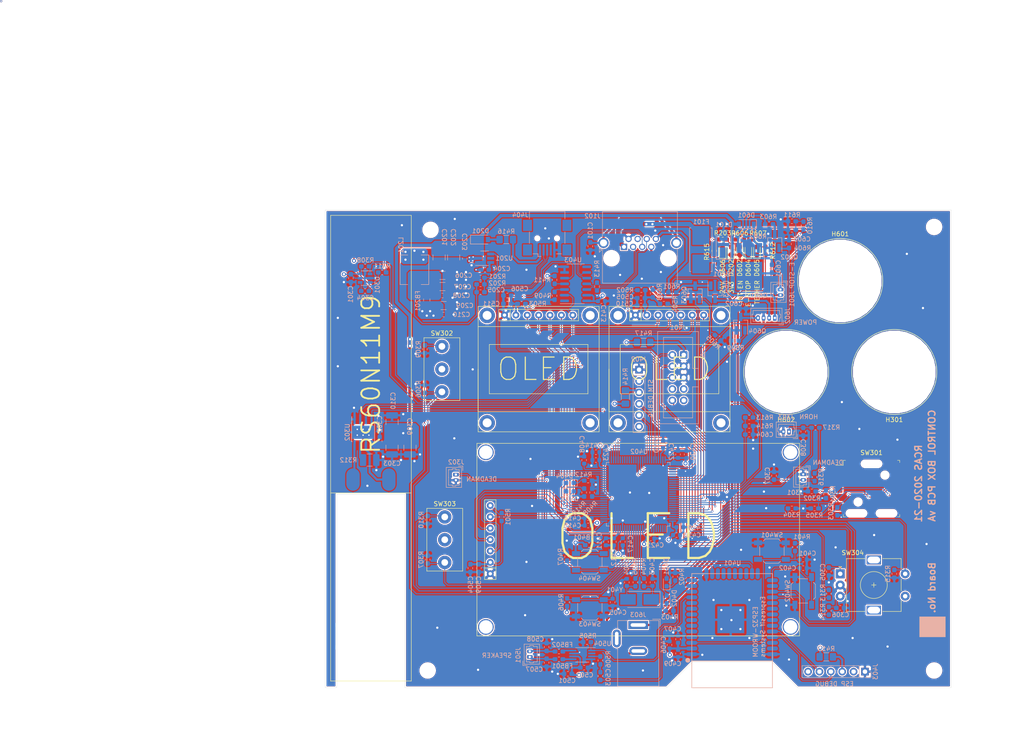
<source format=kicad_pcb>
(kicad_pcb (version 20211014) (generator pcbnew)
  (title_block (title "Control Box") (date "2021-01-05") (rev "vA.1") (company "<Not Used>") (comment 1 "EA") (comment 2 "MJ") (comment 3 "4") (comment 4 "1.6mm"))
  (layers (0 "F.Cu" signal "Top.Copper") (1 "In1.Cu" signal) (2 "In2.Cu" signal) (31 "B.Cu" signal "Bottom.Copper") (34 "B.Paste" user) (35 "F.Paste" user) (36 "B.SilkS" user "B.Silkscreen") (37 "F.SilkS" user "F.Silkscreen") (38 "B.Mask" user) (39 "F.Mask" user) (44 "Edge.Cuts" user))
  (net 0 "")
  (net 1 "GND")
  (net 2 "+3V3")
  (net 3 "/Control Inputs/ENCODER_A")
  (net 4 "/Control Inputs/ENCODER_B")
  (net 5 "/Control Inputs/ENCODER_SWITCH")
  (net 6 "+24V")
  (net 7 "/Power & Interlocks/ESTOP_PRESENT")
  (net 8 "/Power & Interlocks/TETHER_PRESENT")
  (net 9 "/Power & Interlocks/INTERLOCK_EN")
  (net 10 "/Power & Interlocks/POWER_LATCH")
  (net 11 "/Power & Interlocks/nPOWER_SWITCH_PRESSED")
  (net 12 "/Processor/USB_D+")
  (net 13 "/Processor/USB_D-")
  (net 14 "/Processor/STM_DEBUG_RX")
  (net 15 "/Processor/STM_DEBUG_TX")
  (net 16 "/Processor/ESP_RX")
  (net 17 "/Processor/ESP_TX")
  (net 18 "/Processor/LOCO_RX")
  (net 19 "/Processor/LOCO_TX")
  (net 20 "/Processor/ESP_DEBUG_RX")
  (net 21 "/Processor/ESP_DEBUG_TX")
  (net 22 "/Control Inputs/NAV_DOWN")
  (net 23 "/Control Inputs/NAV_RIGHT")
  (net 24 "/Control Inputs/NAV_UP")
  (net 25 "/Control Inputs/NAV_PUSH")
  (net 26 "/Control Inputs/NAV_LEFT")
  (net 27 "/Control Inputs/SWITCH_2B")
  (net 28 "/Control Inputs/SWITCH_2A")
  (net 29 "/Control Inputs/SWITCH_1B")
  (net 30 "/Control Inputs/SWITCH_1A")
  (net 31 "/POWER_EN")
  (net 32 "/LOCO_TX-")
  (net 33 "/LOCO_RX+")
  (net 34 "/LOCO_RX-")
  (net 35 "/LOCO_TX+")
  (net 36 "+5V")
  (net 37 "/Control Inputs/DEADMAN")
  (net 38 "/Control Inputs/HORN")
  (net 39 "Net-(D101-Pad1)")
  (net 40 "/Control Inputs/POT_WIPER")
  (net 41 "Net-(C404-Pad1)")
  (net 42 "/Control Inputs/POT_TOUCH")
  (net 43 "/Control Inputs/POT_MOTOR_A")
  (net 44 "/Control Inputs/POT_MOTOR_B")
  (net 45 "/Displays/AUDIO_SIGNAL")
  (net 46 "/Displays/nOLED_3_CS")
  (net 47 "/Displays/OLED_DC")
  (net 48 "/Displays/nOLED_2_CS")
  (net 49 "Net-(C508-Pad1)")
  (net 50 "/Displays/OLED_MOSI")
  (net 51 "/Displays/nOLED_RES")
  (net 52 "/Displays/OLED_SCK")
  (net 53 "/Displays/nOLED_1_CS")
  (net 54 "/Displays/AUDIO_ENABLE")
  (net 55 "Net-(C304-Pad2)")
  (net 56 "Net-(C304-Pad1)")
  (net 57 "Net-(C401-Pad1)")
  (net 58 "Net-(C402-Pad2)")
  (net 59 "Net-(C403-Pad1)")
  (net 60 "/Processor/nSTM_RESET")
  (net 61 "Net-(C408-Pad1)")
  (net 62 "Net-(C410-Pad2)")
  (net 63 "Net-(C411-Pad1)")
  (net 64 "Net-(C503-Pad2)")
  (net 65 "Net-(C507-Pad2)")
  (net 66 "Net-(D202-Pad2)")
  (net 67 "Net-(D401-Pad2)")
  (net 68 "Net-(D401-Pad1)")
  (net 69 "Net-(D402-Pad2)")
  (net 70 "Net-(D402-Pad1)")
  (net 71 "Net-(D403-Pad2)")
  (net 72 "Net-(D403-Pad1)")
  (net 73 "Net-(D404-Pad2)")
  (net 74 "Net-(D404-Pad1)")
  (net 75 "Net-(D601-Pad1)")
  (net 76 "Net-(D602-Pad2)")
  (net 77 "Net-(C602-Pad2)")
  (net 78 "Net-(D603-Pad1)")
  (net 79 "Net-(D604-Pad2)")
  (net 80 "Net-(D605-Pad2)")
  (net 81 "Net-(D606-Pad2)")
  (net 82 "Net-(C205-Pad2)")
  (net 83 "Net-(FB501-Pad2)")
  (net 84 "Net-(FB502-Pad2)")
  (net 85 "Net-(C101-Pad2)")
  (net 86 "/INTERLOCK_OUT")
  (net 87 "Net-(J404-Pad1)")
  (net 88 "Net-(J601-Pad2)")
  (net 89 "Net-(C601-Pad1)")
  (net 90 "Net-(J602-Pad4)")
  (net 91 "Net-(P301-Pad4)")
  (net 92 "Net-(P301-Pad5)")
  (net 93 "Net-(P301-Pad6)")
  (net 94 "Net-(C601-Pad2)")
  (net 95 "Net-(Q602-Pad3)")
  (net 96 "/Power & Interlocks/POWER_INDICATOR")
  (net 97 "Net-(R312-Pad1)")
  (net 98 "Net-(R404-Pad1)")
  (net 99 "Net-(R405-Pad1)")
  (net 100 "Net-(R407-Pad1)")
  (net 101 "Net-(R408-Pad2)")
  (net 102 "Net-(R409-Pad1)")
  (net 103 "Net-(R411-Pad2)")
  (net 104 "Net-(J401-Pad1)")
  (net 105 "Net-(R506-Pad2)")
  (net 106 "Net-(C204-Pad2)")
  (net 107 "Net-(C205-Pad1)")
  (net 108 "Net-(C204-Pad1)")
  (net 109 "/Processor/SWO")
  (net 110 "/Processor/SWCLK")
  (net 111 "/Processor/SWDIO")
  (net 112 "Net-(F101-Pad1)")
  (net 113 "Net-(J402-Pad3)")
  (net 114 "Net-(J403-Pad3)")
  (net 115 "/Control Inputs/POT_MOTOR_FAULT")
  (footprint "RCAS_Display:0.96_OLED" (layer "F.Cu") (at 269.4305 99.441)
    (fp_text reference "U502" hide)
    (fp_text value "0.96_OLED_SPI")
  )
  (footprint "RCAS_Button_Switch_SMD:Switch_Nav_12.4x12.4mm" (layer "F.Cu") (at 314.5155 126.111)
    (fp_text reference "SW301")
    (fp_text value "JS5208")
  )
  (footprint "RCAS_Rotary_Encoder:RotaryEncoder_Alps_EC11E-Switch_Vertical_H20mm" (layer "F.Cu") (at 307.5305 145.161)
    (fp_text reference "SW304")
    (fp_text value "EC11E1820402")
  )
  (footprint "RCAS_Button_Switch_THT:SW_Toggle_14x7mm" (layer "F.Cu") (at 218.6305 99.441)
    (fp_text reference "SW302")
    (fp_text value "SW_SPDT_MSM")
  )
  (footprint "RCAS_Button_Switch_THT:SW_Toggle_14x7mm" (layer "F.Cu") (at 219.2655 137.541)
    (fp_text reference "SW303")
    (fp_text value "SW_SPDT_MSM")
  )
  (footprint "RCAS_Potentiometer_THT:Potentiometer_Motorised_RS60N11M9" (layer "F.Cu") (at 202.7955 117.101)
    (fp_text reference "P301")
    (fp_text value "RS60N11M9")
  )
  (footprint "RCAS_MountingHole:MountingHole_3.2mm_M3" (layer "F.Cu") (at 216.0905 68.326)
    (fp_text reference "H101" hide)
    (fp_text value "M3")
  )
  (footprint "RCAS_MountingHole:MountingHole_3.2mm_M3" (layer "F.Cu") (at 328.4855 67.691)
    (fp_text reference "H102" hide)
    (fp_text value "M3")
  )
  (footprint "RCAS_MountingHole:MountingHole_3.2mm_M3" (layer "F.Cu") (at 215.4555 166.751)
    (fp_text reference "H103" hide)
    (fp_text value "M3")
  )
  (footprint "RCAS_MountingHole:MountingHole_3.2mm_M3" (layer "F.Cu") (at 328.4855 166.751)
    (fp_text reference "H104" hide)
    (fp_text value "M3")
  )
  (footprint "RCAS_Display:0.96_OLED" (layer "F.Cu") (at 240.2205 99.441)
    (fp_text reference "U503" hide)
    (fp_text value "0.96_OLED_SPI")
  )
  (footprint "RCAS_Button_Switch_THT:16mm_Blank_Button" (layer "F.Cu") (at 319.5955 100.076)
    (fp_text reference "H301")
    (fp_text value "16mm Hole")
  )
  (footprint "RCAS_Button_Switch_THT:16mm_E-STOP" (layer "F.Cu") (at 307.5305 79.756)
    (fp_text reference "H601")
    (fp_text value "16mm Hole")
  )
  (footprint "RCAS_Button_Switch_THT:16mm_Power_Button" (layer "F.Cu") (at 295.4655 100.076)
    (fp_text reference "H602")
    (fp_text value "16mm Hole")
  )
  (footprint "RCAS_LED_SMD:LED_0603_1608Metric_Pad1.05x0.95mm_HandSolder" (layer "F.Cu") (at 287.02 73.025 90)
    (fp_text reference "D604")
    (fp_text value "LED")
  )
  (footprint "RCAS_Resistor_SMD:R_0603_1608Metric_Pad1.05x0.95mm_HandSolder" (layer "F.Cu") (at 281.305 70.485)
    (fp_text reference "R203")
    (fp_text value "220R")
  )
  (footprint "RCAS_Resistor_SMD:R_0603_1608Metric_Pad1.05x0.95mm_HandSolder" (layer "F.Cu") (at 290.83 73.025 90)
    (fp_text reference "R612")
    (fp_text value "4k7")
  )
  (footprint "RCAS_Resistor_SMD:R_0603_1608Metric_Pad1.05x0.95mm_HandSolder" (layer "F.Cu") (at 285.115 70.485)
    (fp_text reference "R606")
    (fp_text value "4k7")
  )
  (footprint "RCAS_Resistor_SMD:R_0603_1608Metric_Pad1.05x0.95mm_HandSolder" (layer "F.Cu") (at 279.4 73.025 90)
    (fp_text reference "R615")
    (fp_text value "4k7")
  )
  (footprint "RCAS_LED_SMD:LED_0603_1608Metric_Pad1.05x0.95mm_HandSolder" (layer "F.Cu") (at 283.21 73.025 90)
    (fp_text reference "D202")
    (fp_text value "LED")
  )
  (footprint "RCAS_LED_SMD:LED_0603_1608Metric_Pad1.05x0.95mm_HandSolder" (layer "F.Cu") (at 288.925 73.025 90)
    (fp_text reference "D605")
    (fp_text value "LED")
  )
  (footprint "RCAS_Resistor_SMD:R_0603_1608Metric_Pad1.05x0.95mm_HandSolder" (layer "F.Cu") (at 288.925 70.485 180)
    (fp_text reference "R607")
    (fp_text value "4k7")
  )
  (footprint "RCAS_Display:2.42_OLED" (layer "F.Cu") (at 262.4455 137.521)
    (fp_text reference "U501")
    (fp_text value "2.42_OLED_SPI")
  )
  (footprint "RCAS_LED_SMD:LED_0603_1608Metric_Pad1.05x0.95mm_HandSolder" (layer "F.Cu") (at 281.305 73.025 90)
    (fp_text reference "D606")
    (fp_text value "LED")
  )
  (footprint "RCAS_LED_SMD:LED_0603_1608Metric_Pad1.05x0.95mm_HandSolder" (layer "F.Cu") (at 285.115 73.025 90)
    (fp_text reference "D602")
    (fp_text value "LED")
  )
  (footprint "RCAS_Package_TO_SOT_SMD:SOT-23-6" (layer "B.Cu") (at 201.4855 79.121 180)
    (fp_text reference "U301")
    (fp_text value "AT42QT1010-TSHR")
  )
  (footprint "RCAS_Module:ESP32-WROOM" (layer "B.Cu") (at 283.4005 157.861 180)
    (fp_text reference "U401")
    (fp_text value "ESP32-WROOM")
  )
  (footprint "RCAS_Package_SO:MSOP-8_3x3mm_P0.65mm" (layer "B.Cu") (at 249.953 163.266 180)
    (fp_text reference "U504")
    (fp_text value "PAM8302AAD")
  )
  (footprint "RCAS_Diode_SMD:D_SMA" (layer "B.Cu") (at 281.4955 71.501 90)
    (fp_text reference "D101")
    (fp_text value "26V, 9.5A")
  )
  (footprint "RCAS_Fuse:Fuseholder_Littelfuse_154" (layer "B.Cu") (at 276.4155 72.771 -90)
    (fp_text reference "F101")
    (fp_text value "Holder + 2A Fuse")
  )
  (footprint "RCAS_Inductor_SMD:L_0805_2012Metric_Pad1.15x1.40mm_HandSolder" (layer "B.Cu") (at 281.4955 76.581)
    (fp_text reference "FB101")
    (fp_text value "600R, 2A")
  )
  (footprint "RCAS_Inductor_SMD:L_0603_1608Metric_Pad1.05x0.95mm_HandSolder" (layer "B.Cu") (at 244.75 164.25)
    (fp_text reference "FB501")
    (fp_text value "1K, 600mA")
  )
  (footprint "RCAS_Inductor_SMD:L_0603_1608Metric_Pad1.05x0.95mm_HandSolder" (layer "B.Cu") (at 244.75 162.5)
    (fp_text reference "FB502")
    (fp_text value "1K, 600mA")
  )
  (footprint "RCAS_Connector_Molex:Molex_PicoBlade_53047-0210_1x02_P1.25mm_Vertical" (layer "B.Cu") (at 299.2755 122.936 -90)
    (fp_text reference "J301")
    (fp_text value "PicoBlade_1x02" hide)
  )
  (footprint "RCAS_Connector_USB:USB_Mini-B_Wuerth_65100516121_Horizontal" (layer "B.Cu") (at 242.1255 70.231)
    (fp_text reference "J404")
    (fp_text value "Mini USB")
  )
  (footprint "RCAS_Capacitor_SMD:C_0603_1608Metric_Pad1.05x0.95mm_HandSolder" (layer "B.Cu") (at 198.3105 79.121 90)
    (fp_text reference "C301")
    (fp_text value "100nF")
  )
  (footprint "RCAS_Capacitor_SMD:C_0603_1608Metric_Pad1.05x0.95mm_HandSolder" (layer "B.Cu") (at 204.75 115.5 -90)
    (fp_text reference "C302")
    (fp_text value "100nF")
  )
  (footprint "RCAS_Capacitor_SMD:C_0603_1608Metric_Pad1.05x0.95mm_HandSolder" (layer "B.Cu") (at 201.4855 82 180)
    (fp_text reference "C304")
    (fp_text value "22nF")
  )
  (footprint "RCAS_Capacitor_SMD:C_0603_1608Metric_Pad1.05x0.95mm_HandSolder" (layer "B.Cu") (at 304.9905 144.653 90)
    (fp_text reference "C305")
    (fp_text value "100nF")
  )
  (footprint "RCAS_Capacitor_SMD:C_0603_1608Metric_Pad1.05x0.95mm_HandSolder" (layer "B.Cu") (at 307.5305 152.781 180)
    (fp_text reference "C306")
    (fp_text value "100nF")
  )
  (footprint "RCAS_Capacitor_SMD:C_0603_1608Metric_Pad1.05x0.95mm_HandSolder" (layer "B.Cu") (at 292.75 123.25 -90)
    (fp_text reference "C307")
    (fp_text value "1nF")
  )
  (footprint "RCAS_Capacitor_SMD:C_0603_1608Metric_Pad1.05x0.95mm_HandSolder" (layer "B.Cu") (at 299.2755 113.411 90)
    (fp_text reference "C308")
    (fp_text value "1nF")
  )
  (footprint "RCAS_Capacitor_SMD:C_0603_1608Metric" (layer "B.Cu") (at 299.2755 141.986)
    (fp_text reference "C401")
    (fp_text value "100nF")
  )
  (footprint "RCAS_Capacitor_SMD:C_0603_1608Metric" (layer "B.Cu") (at 299.2755 143.891 180)
    (fp_text reference "C402")
    (fp_text value "100nF")
  )
  (footprint "RCAS_Capacitor_SMD:C_0603_1608Metric" (layer "B.Cu") (at 265.6205 147.066 90)
    (fp_text reference "C403")
    (fp_text value "20pF")
  )
  (footprint "RCAS_Capacitor_SMD:C_0603_1608Metric" (layer "B.Cu") (at 259.9055 147.066 90)
    (fp_text reference "C404")
    (fp_text value "20pF")
  )
  (footprint "RCAS_Capacitor_SMD:C_0603_1608Metric" (layer "B.Cu") (at 256.7305 151.511 -90)
    (fp_text reference "C405")
    (fp_text value "100nF")
  )
  (footprint "RCAS_Capacitor_SMD:C_0603_1608Metric" (layer "B.Cu") (at 269.4305 161.036 90)
    (fp_text reference "C406")
    (fp_text value "100nF")
  )
  (footprint "RCAS_Capacitor_SMD:C_0603_1608Metric" (layer "B.Cu") (at 271.3355 159.766 90)
    (fp_text reference "C407")
    (fp_text value "10uF")
  )
  (footprint "RCAS_Capacitor_SMD:C_0603_1608Metric" (layer "B.Cu") (at 250.3805 119.761 90)
    (fp_text reference "C408")
    (fp_text value "2u2F")
  )
  (footprint "RCAS_Capacitor_SMD:C_0603_1608Metric" (layer "B.Cu") (at 271.3355 162.941 -90)
    (fp_text reference "C409")
    (fp_text value "10nF")
  )
  (footprint "RCAS_Capacitor_SMD:C_0603_1608Metric" (layer "B.Cu") (at 268 116.25 -90)
    (fp_text reference "C410")
    (fp_text value "2u2F")
  )
  (footprint "RCAS_Capacitor_SMD:C_0603_1608Metric" (layer "B.Cu") (at 254.25 84.25 180)
    (fp_text reference "C413")
    (fp_text value "100nF")
  )
  (footprint "RCAS_Capacitor_SMD:C_0603_1608Metric" (layer "B.Cu") (at 253 118 180)
    (fp_text reference "C414")
    (fp_text value "1uF")
  )
  (footprint "RCAS_Capacitor_SMD:C_0603_1608Metric" (layer "B.Cu") (at 251.2695 134.366 180)
    (fp_text reference "C415")
    (fp_text value "100nF")
  )
  (footprint "RCAS_Capacitor_SMD:C_0603_1608Metric" (layer "B.Cu") (at 259 138 -90)
    (fp_text reference "C417")
    (fp_text value "100nF")
  )
  (footprint "RCAS_Capacitor_SMD:C_0603_1608Metric" (layer "B.Cu") (at 271 136.5)
    (fp_text reference "C418")
    (fp_text value "1uF")
  )
  (footprint "RCAS_Capacitor_SMD:C_0603_1608Metric" (layer "B.Cu") (at 271.75 134.75)
    (fp_text reference "C419")
    (fp_text value "100nF")
  )
  (footprint "RCAS_Capacitor_SMD:C_0603_1608Metric" (layer "B.Cu") (at 273.2405 118.491 90)
    (fp_text reference "C420")
    (fp_text value "1uF")
  )
  (footprint "RCAS_Capacitor_SMD:C_0603_1608Metric" (layer "B.Cu") (at 271.3355 118.491 90)
    (fp_text reference "C422")
    (fp_text value "100nF")
  )
  (footprint "RCAS_Capacitor_SMD:C_0603_1608Metric_Pad1.05x0.95mm_HandSolder" (layer "B.Cu") (at 246.75 167.5)
    (fp_text reference "C501")
    (fp_text value "1uF")
  )
  (footprint "RCAS_Capacitor_SMD:C_0603_1608Metric_Pad1.05x0.95mm_HandSolder" (layer "B.Cu") (at 250.3805 166.116 180)
    (fp_text reference "C502")
    (fp_text value "10uF")
  )
  (footprint "RCAS_Capacitor_SMD:C_0603_1608Metric_Pad1.05x0.95mm_HandSolder" (layer "B.Cu") (at 254 168 90)
    (fp_text reference "C503")
    (fp_text value "1uF")
  )
  (footprint "RCAS_Capacitor_SMD:C_0603_1608Metric_Pad1.05x0.95mm_HandSolder" (layer "B.Cu") (at 224.9805 143.891 90)
    (fp_text reference "C504")
    (fp_text value "1uF")
  )
  (footprint "RCAS_Capacitor_SMD:C_0603_1608Metric_Pad1.05x0.95mm_HandSolder" (layer "B.Cu") (at 263.0805 83.566)
    (fp_text reference "C505")
    (fp_text value "1uF")
  )
  (footprint "RCAS_Capacitor_SMD:C_0603_1608Metric_Pad1.05x0.95mm_HandSolder" (layer "B.Cu") (at 233.2355 83)
    (fp_text reference "C506")
    (fp_text value "1uF")
  )
  (footprint "RCAS_Capacitor_SMD:C_0603_1608Metric_Pad1.05x0.95mm_HandSolder" (layer "B.Cu") (at 242 165 90)
    (fp_text reference "C507")
    (fp_text value "220pF")
  )
  (footprint "RCAS_Capacitor_SMD:C_0603_1608Metric_Pad1.05x0.95mm_HandSolder" (layer "B.Cu") (at 242 161.5 90)
    (fp_text reference "C508")
    (fp_text value "220pF")
  )
  (footprint "RCAS_Capacitor_SMD:C_0603_1608Metric_Pad1.05x0.95mm_HandSolder" (layer "B.Cu") (at 226.8855 143.891 90)
    (fp_text reference "C509")
    (fp_text value "100nF")
  )
  (footprint "RCAS_Capacitor_SMD:C_0603_1608Metric_Pad1.05x0.95mm_HandSolder" (layer "B.Cu") (at 263.0805 85.25)
    (fp_text reference "C510")
    (fp_text value "100nF")
  )
  (footprint "RCAS_Capacitor_SMD:C_0603_1608Metric_Pad1.05x0.95mm_HandSolder" (layer "B.Cu") (at 233.2355 84.836)
    (fp_text reference "C511")
    (fp_text value "100nF")
  )
  (footprint "RCAS_LED_SMD:LED_0603_1608Metric_Pad1.05x0.95mm_HandSolder" (layer "B.Cu") (at 268.7955 147.066 90)
    (fp_text reference "D401")
    (fp_text value "LED")
  )
  (footprint "RCAS_LED_SMD:LED_0603_1608Metric_Pad1.05x0.95mm_HandSolder" (layer "B.Cu") (at 268.7955 150.876 90)
    (fp_text reference "D402")
    (fp_text value "LED")
  )
  (footprint "RCAS_LED_SMD:LED_0603_1608Metric_Pad1.05x0.95mm_HandSolder" (layer "B.Cu") (at 247.2055 126.746)
    (fp_text reference "D403")
    (fp_text value "LED")
  )
  (footprint "RCAS_LED_SMD:LED_0603_1608Metric_Pad1.05x0.95mm_HandSolder" (layer "B.Cu") (at 247.2055 124.841 180)
    (fp_text reference "D404")
    (fp_text value "LED")
  )
  (footprint "RCAS_Diode_SMD:D_SOD-123" (layer "B.Cu") (at 286.5755 67.056 180)
    (fp_text reference "D601")
    (fp_text value "1N5819HW-7-F")
  )
  (footprint "RCAS_Package_TO_SOT_SMD:SOT-23_Handsoldering" (layer "B.Cu") (at 279.5905 82.296 -90)
    (fp_text reference "D603")
    (fp_text value "BAT54CL")
  )
  (footprint "RCAS_Inductor_SMD:L_0805_2012Metric_Pad1.15x1.40mm_HandSolder" (layer "B.Cu") (at 215.25 84 90)
    (fp_text reference "FB201")
    (fp_text value "600R, 2A")
  )
  (footprint "RCAS_Connector_RJ:RJ45_Amphenol_RJHSE5380" (layer "B.Cu") (at 259.2705 72.136)
    (fp_text reference "J102")
    (fp_text value "RJ45")
  )
  (footprint "RCAS_Connector_BarrelJack:BarrelJack_Wuerth_6941xx301002" (layer "B.Cu") (at 262.4455 156.591 180)
    (fp_text reference "J603")
    (fp_text value "Barrel Jack")
  )
  (footprint "RCAS_Package_TO_SOT_SMD:TO-252-2" (layer "B.Cu") (at 287.2105 76.581 -90)
    (fp_text reference "Q601")
    (fp_text value "FQD11P06TM")
  )
  (footprint "RCAS_Package_TO_SOT_SMD:SOT-23_Handsoldering" (layer "B.Cu") (at 292.9255 70.866 90)
    (fp_text reference "Q602")
    (fp_text value "2N7002")
  )
  (footprint "RCAS_Package_TO_SOT_SMD:SOT-23_Handsoldering" (layer "B.Cu") (at 275.1455 82.296 90)
    (fp_text reference "Q603")
    (fp_text value "2N7002")
  )
  (footprint "RCAS_Package_TO_SOT_SMD:SOT-23_Handsoldering" (layer "B.Cu") (at 285.3055 89.281 90)
    (fp_text reference "Q604")
    (fp_text value "2N7002")
  )
  (footprint "RCAS_Resistor_SMD:R_0603_1608Metric_Pad1.05x0.95mm_HandSolder" (layer "B.Cu") (at 304.3555 127.381 -90)
    (fp_text reference "R301")
    (fp_text value "10k")
  )
  (footprint "RCAS_Resistor_SMD:R_0603_1608Metric_Pad1.05x0.95mm_HandSolder" (layer "B.Cu") (at 301.1805 126.746 180)
    (fp_text reference "R302")
    (fp_text value "10k")
  )
  (footprint "RCAS_Resistor_SMD:R_0603_1608Metric_Pad1.05x0.95mm_HandSolder" (layer "B.Cu") (at 306.8955 131.191 -90)
    (fp_text reference "R303")
    (fp_text value "10k")
  )
  (footprint "RCAS_Resistor_SMD:R_0603_1608Metric_Pad1.05x0.95mm_HandSolder" (layer "B.Cu") (at 296.7355 130.556)
    (fp_text reference "R304")
    (fp_text value "10k")
  )
  (footprint "RCAS_Resistor_SMD:R_0603_1608Metric_Pad1.05x0.95mm_HandSolder" (layer "B.Cu") (at 301.8155 130.556 180)
    (fp_text reference "R305")
    (fp_text value "10k")
  )
  (footprint "RCAS_Resistor_SMD:R_0603_1608Metric_Pad1.05x0.95mm_HandSolder" (layer "B.Cu") (at 214.8205 103.886 90)
    (fp_text reference "R306")
    (fp_text value "10k")
  )
  (footprint "RCAS_Resistor_SMD:R_0603_1608Metric_Pad1.05x0.95mm_HandSolder" (layer "B.Cu") (at 215.4555 141.986 90)
    (fp_text reference "R307")
    (fp_text value "10k")
  )
  (footprint "RCAS_Resistor_SMD:R_0603_1608Metric_Pad1.05x0.95mm_HandSolder" (layer "B.Cu") (at 201.5 76.5)
    (fp_text reference "R308")
    (fp_text value "10k")
  )
  (footprint "RCAS_Resistor_SMD:R_0603_1608Metric_Pad1.05x0.95mm_HandSolder" (layer "B.Cu") (at 214.8205 94.996 -90)
    (fp_text reference "R309")
    (fp_text value "10k")
  )
  (footprint "RCAS_Resistor_SMD:R_0603_1608Metric_Pad1.05x0.95mm_HandSolder" (layer "B.Cu") (at 215.4555 133.096 -90)
    (fp_text reference "R310")
    (fp_text value "10k")
  )
  (footprint "RCAS_Resistor_SMD:R_0603_1608Metric_Pad1.05x0.95mm_HandSolder" (layer "B.Cu") (at 205.2955 77.851 180)
    (fp_text reference "R311")
    (fp_text value "10k")
  )
  (footprint "RCAS_Resistor_SMD:R_1210_3225Metric_Pad1.42x2.65mm_HandSolder" (layer "B.Cu") (at 202.5 119.75)
    (fp_text reference "R312")
    (fp_text value "330m")
  )
  (footprint "RCAS_Resistor_SMD:R_0603_1608Metric_Pad1.05x0.95mm_HandSolder" (layer "B.Cu") (at 304.9905 149.606 90)
    (fp_text reference "R313")
    (fp_text value "10k")
  )
  (footprint "RCAS_Resistor_SMD:R_0603_1608Metric_Pad1.05x0.95mm_HandSolder" (layer "B.Cu") (at 304.9905 153.416 90)
    (fp_text reference "R314")
    (fp_text value "10k")
  )
  (footprint "RCAS_Resistor_SMD:R_0603_1608Metric_Pad1.05x0.95mm_HandSolder" (layer "B.Cu") (at 319.5955 145.161 -90)
    (fp_text reference "R315")
    (fp_text value "10k")
  )
  (footprint "RCAS_Resistor_SMD:R_0603_1608Metric_Pad1.05x0.95mm_HandSolder" (layer "B.Cu") (at 301.8155 123.571 -90)
    (fp_text reference "R316")
    (fp_text value "10k")
  )
  (footprint "RCAS_Resistor_SMD:R_0603_1608Metric_Pad1.05x0.95mm_HandSolder" (layer "B.Cu") (at 302.006 112.522 180)
    (fp_text reference "R317")
    (fp_text value "10k")
  )
  (footprint "RCAS_Resistor_SMD:R_0603_1608Metric_Pad1.05x0.95mm_HandSolder" (layer "B.Cu") (at 297.434 139.192 -90)
    (fp_text reference "R401")
    (fp_text value "10k")
  )
  (footprint "RCAS_Resistor_SMD:R_0603_1608Metric_Pad1.05x0.95mm_HandSolder" (layer "B.Cu") (at 270.7005 145.796 -90)
    (fp_text reference "R402")
    (fp_text value "220R")
  )
  (footprint "RCAS_Resistor_SMD:R_0603_1608Metric_Pad1.05x0.95mm_HandSolder" (layer "B.Cu") (at 269.4305 153.416 180)
    (fp_text reference "R403")
    (fp_text value "220R")
  )
  (footprint "RCAS_Resistor_SMD:R_0603_1608Metric_Pad1.05x0.95mm_HandSolder" (layer "B.Cu") (at 263.7155 147.066 -90)
    (fp_text reference "R404")
    (fp_text value "0R")
  )
  (footprint "RCAS_Resistor_SMD:R_0603_1608Metric_Pad1.05x0.95mm_HandSolder" (layer "B.Cu") (at 261.8105 147.066 -90)
    (fp_text reference "R405")
    (fp_text value "220R")
  )
  (footprint "RCAS_Resistor_SMD:R_0603_1608Metric_Pad1.05x0.95mm_HandSolder" (layer "B.Cu") (at 246.5705 151.511 90)
    (fp_text reference "R406")
    (fp_text value "10k")
  )
  (footprint "RCAS_Resistor_SMD:R_0603_1608Metric_Pad1.05x0.95mm_HandSolder" (layer "B.Cu") (at 246.5705 141.351 90)
    (fp_text reference "R407")
    (fp_text value "10k")
  )
  (footprint "RCAS_Resistor_SMD:R_0603_1608Metric_Pad1.05x0.95mm_HandSolder" (layer "B.Cu") (at 252.1585 127 -90)
    (fp_text reference "R408")
    (fp_text value "10k")
  )
  (footprint "RCAS_Resistor_SMD:R_0603_1608Metric_Pad1.05x0.95mm_HandSolder" (layer "B.Cu") (at 243.7765 83.058 -90)
    (fp_text reference "R409")
    (fp_text value "10k")
  )
  (footprint "RCAS_Resistor_SMD:R_0603_1608Metric_Pad1.05x0.95mm_HandSolder" (layer "B.Cu") (at 250.3805 127 90)
    (fp_text reference "R410")
    (fp_text value "220R")
  )
  (footprint "RCAS_Resistor_SMD:R_0603_1608Metric_Pad1.05x0.95mm_HandSolder" (layer "B.Cu") (at 243.7765 79.502 -90)
    (fp_text reference "R411")
    (fp_text value "10k")
  )
  (footprint "RCAS_Resistor_SMD:R_0603_1608Metric_Pad1.05x0.95mm_HandSolder" (layer "B.Cu") (at 251.2695 124.333 180)
    (fp_text reference "R412")
    (fp_text value "220R")
  )
  (footprint "RCAS_Resistor_SMD:R_0603_1608Metric_Pad1.05x0.95mm_HandSolder" (layer "B.Cu") (at 253.25 81 -90)
    (fp_text reference "R413")
    (fp_text value "100R")
  )
  (footprint "RCAS_Resistor_SMD:R_1206_3216Metric_Pad1.42x1.75mm_HandSolder" (layer "B.Cu") (at 259.588 105.664 -90)
    (fp_text reference "R414")
    (fp_text value "0R")
  )
  (footprint "RCAS_Resistor_SMD:R_1206_3216Metric_Pad1.42x1.75mm_HandSolder" (layer "B.Cu") (at 304.419 163.703 180)
    (fp_text reference "R415")
    (fp_text value "0R")
  )
  (footprint "RCAS_Resistor_SMD:R_1206_3216Metric_Pad1.42x1.75mm_HandSolder" (layer "B.Cu") (at 263.652 93.472 180)
    (fp_text reference "R417")
    (fp_text value "0R")
  )
  (footprint "RCAS_Resistor_SMD:R_0603_1608Metric_Pad1.05x0.95mm_HandSolder" (layer "B.Cu") (at 231.9655 132.461 90)
    (fp_text reference "R501")
    (fp_text value "10k")
  )
  (footprint "RCAS_Resistor_SMD:R_0603_1608Metric_Pad1.05x0.95mm_HandSolder" (layer "B.Cu") (at 263.144 81.788 180)
    (fp_text reference "R502")
    (fp_text value "10k")
  )
  (footprint "RCAS_Resistor_SMD:R_0603_1608Metric_Pad1.05x0.95mm_HandSolder" (layer "B.Cu") (at 236.4105 84.836)
    (fp_text reference "R503")
    (fp_text value "10k")
  )
  (footprint "RCAS_Resistor_SMD:R_0603_1608Metric_Pad1.05x0.95mm_HandSolder" (layer "B.Cu") (at 268.1605 84.836)
    (fp_text reference "R504")
    (fp_text value "10k")
  )
  (footprint "RCAS_Resistor_SMD:R_0603_1608Metric_Pad1.05x0.95mm_HandSolder" (layer "B.Cu") (at 251.0155 160.401)
    (fp_text reference "R505")
    (fp_text value "10k")
  )
  (footprint "RCAS_Resistor_SMD:R_0603_1608Metric_Pad1.05x0.95mm_HandSolder" (layer "B.Cu") (at 254 164.5 90)
    (fp_text reference "R506")
    (fp_text value "100R")
  )
  (footprint "RCAS_Package_TO_SOT_SMD:SOT-23-6_Handsoldering" (layer "B.Cu") (at 228.1555 74.676)
    (fp_text reference "U201")
    (fp_text value "TPS54202")
  )
  (footprint "RCAS_Capacitor_SMD:C_1210_3225Metric_Pad1.42x2.65mm_HandSolder" (layer "B.Cu") (at 221.25 74.5 -90)
    (fp_text reference "C202")
    (fp_text value "10uF")
  )
  (footprint "RCAS_Capacitor_SMD:C_0603_1608Metric_Pad1.05x0.95mm_HandSolder" (layer "B.Cu") (at 223.75 74.75 90)
    (fp_text reference "C203")
    (fp_text value "100nF")
  )
  (footprint "RCAS_Capacitor_SMD:C_0603_1608Metric_Pad1.05x0.95mm_HandSolder" (layer "B.Cu") (at 228.25 77.25)
    (fp_text reference "C204")
    (fp_text value "100nF")
  )
  (footprint "RCAS_Capacitor_SMD:C_0603_1608Metric_Pad1.05x0.95mm_HandSolder" (layer "B.Cu") (at 227.25 82.25 180)
    (fp_text reference "C205")
    (fp_text value "56pF")
  )
  (footprint "RCAS_Capacitor_SMD:C_1206_3216Metric_Pad1.42x1.75mm_HandSolder" (layer "B.Cu") (at 218.75 78.5)
    (fp_text reference "C206")
    (fp_text value "22uF")
  )
  (footprint "RCAS_Capacitor_SMD:C_1206_3216Metric_Pad1.42x1.75mm_HandSolder" (layer "B.Cu") (at 218.75 81)
    (fp_text reference "C207")
    (fp_text value "22uF")
  )
  (footprint "RCAS_Capacitor_SMD:C_0603_1608Metric_Pad1.05x0.95mm_HandSolder" (layer "B.Cu") (at 218.75 83 180)
    (fp_text reference "C208")
    (fp_text value "10nF")
  )
  (footprint "RCAS_Capacitor_SMD:C_1206_3216Metric_Pad1.42x1.75mm_HandSolder" (layer "B.Cu") (at 219 85.25)
    (fp_text reference "C209")
    (fp_text value "22uF")
  )
  (footprint "RCAS_Capacitor_SMD:C_0603_1608Metric_Pad1.05x0.95mm_HandSolder" (layer "B.Cu") (at 219 87.25 180)
    (fp_text reference "C210")
    (fp_text value "100nF")
  )
  (footprint "RCAS_Inductor_SMD:L_6.3x6.3_H3" (layer "B.Cu") (at 212.5 77.25 -90)
    (fp_text reference "L201")
    (fp_text value "12uH")
  )
  (footprint "RCAS_Resistor_SMD:R_0603_1608Metric_Pad1.05x0.95mm_HandSolder" (layer "B.Cu") (at 227.25 79 180)
    (fp_text reference "R201")
    (fp_text value "22k1")
  )
  (footprint "RCAS_Resistor_SMD:R_0603_1608Metric_Pad1.05x0.95mm_HandSolder" (layer "B.Cu") (at 227.25 80.5)
    (fp_text reference "R202")
    (fp_text value "100k")
  )
  (footprint "RCAS_Button_Switch_SMD:SW_SPST_SKQG_WithoutStem" (layer "B.Cu") (at 292.2905 140.081 180)
    (fp_text reference "SW401")
    (fp_text value "SMD Tactile")
  )
  (footprint "RCAS_Button_Switch_SMD:SW_SPST_SKQG_WithoutStem" (layer "B.Cu") (at 299.2755 148.971 90)
    (fp_text reference "SW402")
    (fp_text value "SMD Tactile")
  )
  (footprint "RCAS_Button_Switch_SMD:SW_SPST_SKQG_WithoutStem" (layer "B.Cu") (at 251.6505 152.781)
    (fp_text reference "SW403")
    (fp_text value "SMD Tactile")
  )
  (footprint "RCAS_Button_Switch_SMD:SW_SPST_SKQG_WithoutStem" (layer "B.Cu") (at 251.6505 142.494 180)
    (fp_text reference "SW404")
    (fp_text value "SMD Tactile")
  )
  (footprint "RCAS_Crystal:Crystal_SMD_5032-2Pin_5.0x3.2mm_HandSoldering" (layer "B.Cu") (at 262.763 150.876 180)
    (fp_text reference "Y401")
    (fp_text value "8M")
  )
  (footprint "RCAS_Capacitor_SMD:C_0603_1608Metric_Pad1.05x0.95mm_HandSolder" (layer "B.Cu") (at 251.75 72 90)
    (fp_text reference "C101")
    (fp_text value "10nF")
  )
  (footprint "RCAS_Capacitor_SMD:C_0603_1608Metric_Pad1.05x0.95mm_HandSolder" (layer "B.Cu") (at 292.2905 77 90)
    (fp_text reference "C601")
    (fp_text value "1nF")
  )
  (footprint "RCAS_Capacitor_SMD:C_0603_1608Metric_Pad1.05x0.95mm_HandSolder" (layer "B.Cu") (at 286.5 85 90)
    (fp_text reference "C602")
    (fp_text value "1nF")
  )
  (footprint "RCAS_Capacitor_SMD:C_0603_1608Metric_Pad1.05x0.95mm_HandSolder" (layer "B.Cu") (at 296.7355 68.326 180)
    (fp_text reference "C603")
    (fp_text value "100nF")
  )
  (footprint "RCAS_Capacitor_SMD:C_0603_1608Metric_Pad1.05x0.95mm_HandSolder" (layer "B.Cu") (at 287.2105 114.046)
    (fp_text reference "C604")
    (fp_text value "100nF")
  )
  (footprint "RCAS_Resistor_SMD:R_0603_1608Metric_Pad1.05x0.95mm_HandSolder" (layer "B.Cu") (at 270.0655 82.296 180)
    (fp_text reference "R601")
    (fp_text value "47R")
  )
  (footprint "RCAS_Resistor_SMD:R_0603_1608Metric_Pad1.05x0.95mm_HandSolder" (layer "B.Cu") (at 285.5 69.75 180)
    (fp_text reference "R602")
    (fp_text value "10k")
  )
  (footprint "RCAS_Resistor_SMD:R_0603_1608Metric_Pad1.05x0.95mm_HandSolder" (layer "B.Cu") (at 291.6555 67.056)
    (fp_text reference "R603")
    (fp_text value "1k")
  )
  (footprint "RCAS_Resistor_SMD:R_0603_1608Metric_Pad1.05x0.95mm_HandSolder" (layer "B.Cu") (at 296.1005 71.501 90)
    (fp_text reference "R604")
    (fp_text value "10k")
  )
  (footprint "RCAS_Resistor_SMD:R_0603_1608Metric_Pad1.05x0.95mm_HandSolder" (layer "B.Cu") (at 280.2255 92.456 -45)
    (fp_text reference "R605")
    (fp_text value "10k")
  )
  (footprint "RCAS_Resistor_SMD:R_0603_1608Metric_Pad1.05x0.95mm_HandSolder" (layer "B.Cu") (at 284.0355 93.091 180)
    (fp_text reference "R609")
    (fp_text value "10k")
  )
  (footprint "RCAS_Resistor_SMD:R_0603_1608Metric_Pad1.05x0.95mm_HandSolder" (layer "B.Cu") (at 299.339 67.3735 90)
    (fp_text reference "R610")
    (fp_text value "10k")
  )
  (footprint "RCAS_Resistor_SMD:R_0603_1608Metric_Pad1.05x0.95mm_HandSolder" (layer "B.Cu") (at 296.7355 66.421 180)
    (fp_text reference "R611")
    (fp_text value "68k")
  )
  (footprint "RCAS_Resistor_SMD:R_0603_1608Metric_Pad1.05x0.95mm_HandSolder" (layer "B.Cu") (at 287.2105 110.236 180)
    (fp_text reference "R613")
    (fp_text value "10k")
  )
  (footprint "RCAS_Resistor_SMD:R_0603_1608Metric_Pad1.05x0.95mm_HandSolder" (layer "B.Cu") (at 287.2105 112.141)
    (fp_text reference "R614")
    (fp_text value "68k")
  )
  (footprint "RCAS_Diode_SMD:D_SOD-123" (layer "B.Cu") (at 227.25 70.5)
    (fp_text reference "D201")
    (fp_text value "1N5819HW-7-F")
  )
  (footprint "RCAS_Connector_IDC:IDC-Header_2x05_P2.54mm_Vertical" (layer "B.Cu") (at 272.6055 96.266 180)
    (fp_text reference "J401")
    (fp_text value "Conn_02x05_Odd_Even")
  )
  (footprint "RCAS_Package_SO:SOIC-14_3.9x8.7mm_P1.27mm" (layer "B.Cu") (at 248.4755 80.391)
    (fp_text reference "U403")
    (fp_text value "MAX3491E")
  )
  (footprint "RCAS_Connector_PinHeader_2.54mm:PinHeader_1x06_P2.54mm_Vertical" (layer "B.Cu") (at 262.636 99.568 180)
    (fp_text reference "J402")
    (fp_text value "Conn_01x06")
  )
  (footprint "RCAS_Connector_PinHeader_2.54mm:PinHeader_1x06_P2.54mm_Vertical" (layer "B.Cu") (at 313.055 167.005 90)
    (fp_text reference "J403")
    (fp_text value "Conn_01x06")
  )
  (footprint "RCAS_Resistor_SMD:R_0603_1608Metric_Pad1.05x0.95mm_HandSolder" (layer "B.Cu") (at 265.684 82.55 90)
    (fp_text reference "R608")
    (fp_text value "10k")
  )
  (footprint "RCAS_Capacitor_SMD:C_0603_1608Metric" (layer "B.Cu") (at 251.2695 132.715 180)
    (fp_text reference "C416")
    (fp_text value "1uF")
  )
  (footprint "RCAS_Capacitor_SMD:C_0603_1608Metric" (layer "B.Cu") (at 265.25 137.25)
    (fp_text reference "C421")
    (fp_text value "100nF")
  )
  (footprint "RCAS_Capacitor_SMD:C_0603_1608Metric" (layer "B.Cu") (at 253 119.75 180)
    (fp_text reference "C423")
    (fp_text value "100nF")
  )
  (footprint "RCAS_Package_QFP:LQFP-100_14x14mm_P0.5mm" (layer "B.Cu") (at 262.4455 127.381 90)
    (fp_text reference "U402")
    (fp_text value "STM32F405VGTx")
  )
  (footprint "RCAS_Capacitor_SMD:C_1210_3225Metric_Pad1.42x2.65mm_HandSolder" (layer "B.Cu") (at 207.5 117 -90)
    (fp_text reference "C303")
    (fp_text value "10uF")
  )
  (footprint "RCAS_Capacitor_SMD:C_1210_3225Metric_Pad1.42x2.65mm_HandSolder" (layer "B.Cu") (at 211.5 117 -90)
    (fp_text reference "C309")
    (fp_text value "10uF")
  )
  (footprint "RCAS_Capacitor_SMD:C_1210_3225Metric_Pad1.42x2.65mm_HandSolder" (layer "B.Cu") (at 207.5 111.25 90)
    (fp_text reference "C310")
    (fp_text value "10uF")
  )
  (footprint "RCAS_Connector_Molex:Molex_PicoBlade_53047-0210_1x02_P1.25mm_Vertical" (layer "B.Cu") (at 238.25 163.731 90)
    (fp_text reference "J501")
    (fp_text value "PicoBlade_1x02" hide)
  )
  (footprint "RCAS_Connector_Molex:Molex_PicoBlade_53047-0210_1x02_P1.25mm_Vertical" (layer "B.Cu") (at 221.75 123 -90)
    (fp_text reference "J302")
    (fp_text value "PicoBlade_1x02" hide)
  )
  (footprint "RCAS_Connector_Molex:Molex_PicoBlade_53047-0210_1x02_P1.25mm_Vertical" (layer "B.Cu") (at 296.1005 113.411 180)
    (fp_text reference "J303")
    (fp_text value "PicoBlade_1x02" hide)
  )
  (footprint "RCAS_Connector_Molex:Molex_PicoBlade_53047-0410_1x04_P1.25mm_Vertical" (layer "B.Cu") (at 292.9255 88.011 180)
    (fp_text reference "J602")
    (fp_text value "PicoBlade_1x04" hide)
  )
  (footprint "RCAS_Connector_Molex:Molex_PicoBlade_53047-0210_1x02_P1.25mm_Vertical" (layer "B.Cu") (at 294.1955 81.661 -90)
    (fp_text reference "J601")
    (fp_text value "PicoBlade_1x02" hide)
  )
  (footprint "Package_SO:Texas_HTSOP-8-1EP_3.9x4.9mm_P1.27mm_EP2.95x4.9mm_Mask2.4x3.1mm_ThermalVias" (layer "B.Cu") (at 201.041 113.538 -90)
    (fp_text reference "U302")
    (fp_text value "DRV8872DDA")
  )
  (footprint "RCAS_Capacitor_SMD:C_1210_3225Metric_Pad1.42x2.65mm_HandSolder" (layer "B.Cu") (at 218 74.5 -90)
    (fp_text reference "C201")
    (fp_text value "10uF")
  )
  (footprint "RCAS_Resistor_SMD:R_1206_3216Metric_Pad1.42x1.75mm_HandSolder" (layer "B.Cu") (at 233 70.5 180)
    (fp_text reference "R416")
    (fp_text value "0R")
  )
  (footprint "RCAS_Inductor_SMD:L_0603_1608Metric_Pad1.05x0.95mm_HandSolder" (layer "B.Cu") (at 251.5 138.75)
    (fp_text reference "FB401")
    (fp_text value "1K, 600mA")
  )
  (footprint "RCAS_Capacitor_SMD:C_0603_1608Metric" (layer "B.Cu") (at 255.25 138 -90)
    (fp_text reference "C411")
    (fp_text value "1uF")
  )
  (footprint "RCAS_Capacitor_SMD:C_0603_1608Metric" (layer "B.Cu") (at 257 138 -90)
    (fp_text reference "C412")
    (fp_text value "100nF")
  )
  (gr_poly (pts (xy 331 159.25) (xy 325.25 159.25) (xy 325.25 154.75) (xy 331 154.75)) (layer "B.SilkS") (width 0.1) (fill solid))
  (gr_line (start 268.7955 170.561) (end 210.3755 170.561) (layer "Edge.Cuts") (width 0.05))
  (gr_line (start 274.5105 164.846) (end 268.7955 170.561) (layer "Edge.Cuts") (width 0.05))
  (gr_line (start 332.2955 63.881) (end 332.2955 170.561) (layer "Edge.Cuts") (width 0.05))
  (gr_line (start 292.2905 164.846) (end 274.5105 164.846) (layer "Edge.Cuts") (width 0.05))
  (gr_line (start 195.1355 158.496) (end 195.1355 127.381) (layer "Edge.Cuts") (width 0.05))
  (gr_line (start 195.1355 127.381) (end 210.3755 127.381) (layer "Edge.Cuts") (width 0.05))
  (gr_line (start 210.3755 127.381) (end 210.3755 170.561) (layer "Edge.Cuts") (width 0.05))
  (gr_line (start 298.0055 170.561) (end 292.2905 164.846) (layer "Edge.Cuts") (width 0.05))
  (gr_line (start 192.5955 170.561) (end 195.1355 170.561) (layer "Edge.Cuts") (width 0.05))
  (gr_line (start 192.5955 170.561) (end 192.5955 63.881) (layer "Edge.Cuts") (width 0.05))
  (gr_line (start 332.2955 170.561) (end 298.0055 170.561) (layer "Edge.Cuts") (width 0.05))
  (gr_line (start 195.1355 170.561) (end 195.1355 158.496) (layer "Edge.Cuts") (width 0.05))
  (gr_line (start 192.5955 63.881) (end 332.2955 63.881) (layer "Edge.Cuts") (width 0.05))
  (gr_text "Board No." (at 328 148.25 90) (layer "B.SilkS") (effects (font (size 1.5 1.5) (thickness 0.3)) (justify mirror)))
  (gr_text "RCAS 2020-21" (at 325 125 90) (layer "B.SilkS") (effects (font (size 1.5 1.5) (thickness 0.3)) (justify mirror)))
  (gr_text "CONTROL BOX PCB vA" (at 328 121 90) (layer "B.SilkS") (effects (font (size 1.5 1.5) (thickness 0.3)) (justify mirror)))
  (via (at 120.25 17.25) (size 0.5) (drill 0.3) (layers "F.Cu" "B.Cu") (net 0))
  (via (at 272.8595 83.947) (size 0.9) (drill 0.5) (layers "F.Cu" "B.Cu") (net 1))
  (via (at 242.3795 83.312) (size 0.5) (drill 0.3) (layers "F.Cu" "B.Cu") (net 1))
  (via (at 258.5 147.25) (size 0.9) (drill 0.5) (layers "F.Cu" "B.Cu") (net 1))
  (via (at 252 121) (size 0.9) (drill 0.5) (layers "F.Cu" "B.Cu") (net 1))
  (via (at 251 117.75) (size 0.9) (drill 0.5) (layers "F.Cu" "B.Cu") (net 1))
  (via (at 276.75 163.25) (size 0.9) (drill 0.5) (layers "F.Cu" "B.Cu") (net 1))
  (via (at 269.5 118) (size 0.9) (drill 0.5) (layers "F.Cu" "B.Cu") (net 1))
  (via (at 267.25 137.25) (size 0.9) (drill 0.5) (layers "F.Cu" "B.Cu") (net 1))
  (via (at 259 140) (size 0.9) (drill 0.5) (layers "F.Cu" "B.Cu") (net 1))
  (via (at 256.75 140) (size 0.9) (drill 0.5) (layers "F.Cu" "B.Cu") (net 1))
  (via (at 256.5 132.75) (size 0.9) (drill 0.5) (layers "F.Cu" "B.Cu") (net 1))
  (via (at 253 125.25) (size 0.9) (drill 0.5) (layers "F.Cu" "B.Cu") (net 1))
  (via (at 270 164.5) (size 0.9) (drill 0.5) (layers "F.Cu" "B.Cu") (net 1))
  (via (at 270.25 158.25) (size 0.9) (drill 0.5) (layers "F.Cu" "B.Cu") (net 1))
  (via (at 270.25 155) (size 0.9) (drill 0.5) (layers "F.Cu" "B.Cu") (net 1))
  (via (at 258 153) (size 0.9) (drill 0.5) (layers "F.Cu" "B.Cu") (net 1))
  (via (at 243.25 167) (size 0.9) (drill 0.5) (layers "F.Cu" "B.Cu") (net 1))
  (via (at 244.5 167.5) (size 0.9) (drill 0.5) (layers "F.Cu" "B.Cu") (net 1))
  (via (at 244 76.5) (size 0.9) (drill 0.5) (layers "F.Cu" "B.Cu") (net 1))
  (via (at 237.5 77.25) (size 0.9) (drill 0.5) (layers "F.Cu" "B.Cu") (net 1))
  (via (at 242.5 70.25) (size 0.9) (drill 0.5) (layers "F.Cu" "B.Cu") (net 1))
  (via (at 252.75 74.25) (size 0.9) (drill 0.5) (layers "F.Cu" "B.Cu") (net 1))
  (via (at 204.47 109.855) (size 0.9) (drill 0.5) (layers "F.Cu" "B.Cu") (net 1))
  (via (at 196.75 80) (size 0.9) (drill 0.5) (layers "F.Cu" "B.Cu") (net 1))
  (via (at 270.75 138.25) (size 0.9) (drill 0.5) (layers "F.Cu" "B.Cu") (net 1))
  (via (at 307.75 132.5) (size 0.5) (drill 0.3) (layers "F.Cu" "B.Cu") (net 1))
  (via (at 202 125.5) (size 0.9) (drill 0.5) (layers "F.Cu" "B.Cu") (net 1))
  (via (at 282.25 128) (size 0.9) (drill 0.5) (layers "F.Cu" "B.Cu") (net 1))
  (via (at 292.75 120.75) (size 0.9) (drill 0.5) (layers "F.Cu" "B.Cu") (net 1))
  (via (at 273 122.25) (size 0.5) (drill 0.3) (layers "F.Cu" "B.Cu") (net 1))
  (via (at 294.25 66) (size 0.9) (drill 0.5) (layers "F.Cu" "B.Cu") (net 1))
  (via (at 280.75 67.056) (size 0.9) (drill 0.5) (layers "F.Cu" "B.Cu") (net 1))
  (via (at 218.75 77.5) (size 0.9) (drill 0.5) (layers "F.Cu" "B.Cu") (net 1))
  (via (at 288.1 115.3) (size 0.9) (drill 0.5) (layers "F.Cu" "B.Cu") (net 1))
  (via (at 288.1 117.2) (size 0.9) (drill 0.5) (layers "F.Cu" "B.Cu") (net 1))
  (via (at 322.4 73.7) (size 0.9) (drill 0.5) (layers "F.Cu" "B.Cu") (net 1))
  (via (at 253.4285 137.287) (size 0.9) (drill 0.5) (layers "F.Cu" "B.Cu") (net 1))
  (via (at 298.7675 126.746) (size 0.9) (drill 0.5) (layers "F.Cu" "B.Cu") (net 1))
  (via (at 282.2575 97.79) (size 0.9) (drill 0.5) (layers "F.Cu" "B.Cu") (net 1))
  (via (at 304.9905 147.066) (size 0.9) (drill 0.5) (layers "F.Cu" "B.Cu") (net 1))
  (via (at 301.8155 141.986) (size 0.9) (drill 0.5) (layers "F.Cu" "B.Cu") (net 1))
  (via (at 285.25 157.5) (size 0.9) (drill 0.5) (layers "F.Cu" "B.Cu") (net 1))
  (via (at 326 85.8) (size 0.9) (drill 0.5) (layers "F.Cu" "B.Cu") (net 1))
  (via (at 222 79.5) (size 0.9) (drill 0.5) (layers "F.Cu" "B.Cu") (net 1))
  (via (at 264 133.5) (size 0.9) (drill 0.5) (layers "F.Cu" "B.Cu") (net 1))
  (via (at 307.9 106.8) (size 0.9) (drill 0.5) (layers "F.Cu" "B.Cu") (net 1))
  (via (at 210 109.5) (size 0.9) (drill 0.5) (layers "F.Cu" "B.Cu") (net 1))
  (via (at 281.75 94.5) (size 0.9) (drill 0.5) (layers "F.Cu" "B.Cu") (net 1))
  (via (at 281 157.5) (size 0.9) (drill 0.5) (layers "F.Cu" "B.Cu") (net 1))
  (via (at 268 71.75) (size 0.9) (drill 0.5) (layers "F.Cu" "B.Cu") (net 1))
  (via (at 320.3 115.2) (size 0.9) (drill 0.5) (layers "F.Cu" "B.Cu") (net 1))
  (via (at 221.5 65.9) (size 0.9) (drill 0.5) (layers "F.Cu" "B.Cu") (net 1))
  (via (at 209.5 119.75) (size 0.9) (drill 0.5) (layers "F.Cu" "B.Cu") (net 1))
  (via (at 258.4 78.4) (size 0.9) (drill 0.5) (layers "F.Cu" "B.Cu") (net 1))
  (via (at 290.5 124.8) (size 0.5) (drill 0.3) (layers "F.Cu" "B.Cu") (net 1))
  (via (at 222 82.5) (size 0.9) (drill 0.5) (layers "F.Cu" "B.Cu") (net 1))
  (via (at 326.8 138.5) (size 0.9) (drill 0.5) (layers "F.Cu" "B.Cu") (net 1))
  (via (at 266.25 68.5) (size 0.9) (drill 0.5) (layers "F.Cu" "B.Cu") (net 1))
  (via (at 255.75 149.25) (size 0.9) (drill 0.5) (layers "F.Cu" "B.Cu") (net 1))
  (via (at 224 77.75) (size 0.9) (drill 0.5) (layers "F.Cu" "B.Cu") (net 1))
  (via (at 263.5 166.75) (size 0.9) (drill 0.5) (layers "F.Cu" "B.Cu") (net 1))
  (via (at 279 159.5) (size 0.9) (drill 0.5) (layers "F.Cu" "B.Cu") (net 1))
  (via (at 310.3 159.5) (size 0.9) (drill 0.5) (layers "F.Cu" "B.Cu") (net 1))
  (via (at 225.25 76.25) (size 0.9) (drill 0.5) (layers "F.Cu" "B.Cu") (net 1))
  (via (at 278 90.75) (size 0.5) (drill 0.3) (layers "F.Cu" "B.Cu") (net 1))
  (via (at 212.75 102.75) (size 0.9) (drill 0.5) (layers "F.Cu" "B.Cu") (net 1))
  (via (at 282.25 67.056) (size 0.9) (drill 0.5) (layers "F.Cu" "B.Cu") (net 1))
  (via (at 248.9835 128.143) (size 0.9) (drill 0.5) (layers "F.Cu" "B.Cu") (net 1))
  (via (at 222 84.5) (size 0.9) (drill 0.5) (layers "F.Cu" "B.Cu") (net 1))
  (via (at 222 77.75) (size 0.9) (drill 0.5) (layers "F.Cu" "B.Cu") (net 1))
  (via (at 230.25 76.75) (size 0.5) (drill 0.3) (layers "F.Cu" "B.Cu") (net 1))
  (via (at 263.25 79.25) (size 0.9) (drill 0.5) (layers "F.Cu" "B.Cu") (net 1))
  (via (at 260.6 127) (size 0.9) (drill 0.5) (layers "F.Cu" "B.Cu") (net 1))
  (via (at 303.5 128.25) (size 0.5) (drill 0.3) (layers "F.Cu" "B.Cu") (net 1))
  (via (at 273.25 90.25) (size 0.9) (drill 0.5) (layers "F.Cu" "B.Cu") (net 1))
  (via (at 294.75 149.75) (size 0.5) (drill 0.3) (layers "F.Cu" "B.Cu") (net 1))
  (via (at 291.75 143.75) (size 0.9) (drill 0.5) (layers "F.Cu" "B.Cu") (net 1))
  (via (at 315.1 136.5) (size 0.9) (drill 0.5) (layers "F.Cu" "B.Cu") (net 1))
  (via (at 224 81) (size 0.9) (drill 0.5) (layers "F.Cu" "B.Cu") (net 1))
  (via (at 283.5 80.75) (size 0.9) (drill 0.5) (layers "F.Cu" "B.Cu") (net 1))
  (via (at 295.25 145.75) (size 0.9) (drill 0.5) (layers "F.Cu" "B.Cu") (net 1))
  (via (at 279.25 151) (size 0.9) (drill 0.5) (layers "F.Cu" "B.Cu") (net 1))
  (via (at 253.25 83) (size 0.5) (drill 0.3) (layers "F.Cu" "B.Cu") (net 1))
  (via (at 204.75 113) (size 0.9) (drill 0.5) (layers "F.Cu" "B.Cu") (net 1))
  (via (at 259 133.25) (size 0.9) (drill 0.5) (layers "F.Cu" "B.Cu") (net 1))
  (via (at 306.5 139.25) (size 0.9) (drill 0.5) (layers "F.Cu" "B.Cu") (net 1))
  (via (at 221.25 87.25) (size 0.9) (drill 0.5) (layers "F.Cu" "B.Cu") (net 1))
  (via (at 284.75 143.25) (size 0.5) (drill 0.3) (layers "F.Cu" "B.Cu") (net 1))
  (via (at 309.1815 151.257) (size 0.9) (drill 0.5) (layers "F.Cu" "B.Cu") (net 1))
  (via (at 238.75 130) (size 0.9) (drill 0.5) (layers "F.Cu" "B.Cu") (net 1))
  (via (at 267.5 77.75) (size 0.9) (drill 0.5) (layers "F.Cu" "B.Cu") (net 1))
  (via (at 281 153.25) (size 0.9) (drill 0.5) (layers "F.Cu" "B.Cu") (net 1))
  (via (at 213.75 118.5) (size 0.9) (drill 0.5) (layers "F.Cu" "B.Cu") (net 1))
  (via (at 222 86) (size 0.9) (drill 0.5) (layers "F.Cu" "B.Cu") (net 1))
  (via (at 291.465 69.215) (size 0.9) (drill 0.5) (layers "F.Cu" "B.Cu") (net 1))
  (via (at 221 83.5) (size 0.9) (drill 0.5) (layers "F.Cu" "B.Cu") (net 1))
  (via (at 212.75 96) (size 0.9) (drill 0.5) (layers "F.Cu" "B.Cu") (net 1))
  (via (at 225.5 99.5) (size 0.9) (drill 0.5) (layers "F.Cu" "B.Cu") (net 1))
  (via (at 287.25 151) (size 0.9) (drill 0.5) (layers "F.Cu" "B.Cu") (net 1))
  (via (at 311.8 112.8) (size 0.9) (drill 0.5) (layers "F.Cu" "B.Cu") (net 1))
  (via (at 295.5 152.25) (size 0.9) (drill 0.5) (layers "F.Cu" "B.Cu") (net 1))
  (via (at 285.4 139.8) (size 0.9) (drill 0.5) (layers "F.Cu" "B.Cu") (net 1))
  (via (at 251.75 140) (size 0.5) (drill 0.3) (layers "F.Cu" "B.Cu") (net 1))
  (via (at 251.75 150.25) (size 0.5) (drill 0.3) (layers "F.Cu" "B.Cu") (net 1))
  (via (at 224 79.5) (size 0.9) (drill 0.5) (layers "F.Cu" "B.Cu") (net 1))
  (via (at 203.7715 79.121) (size 0.5) (drill 0.3) (layers "F.Cu" "B.Cu") (net 1))
  (via (at 212.5 120) (size 0.9) (drill 0.5) (layers "F.Cu" "B.Cu") (net 1))
  (via (at 209.7 67.3) (size 0.9) (drill 0.5) (layers "F.Cu" "B.Cu") (net 1))
  (via (at 224 82.5) (size 0.9) (drill 0.5) (layers "F.Cu" "B.Cu") (net 1))
  (via (at 237.5 142.5) (size 0.9) (drill 0.5) (layers "F.Cu" "B.Cu") (net 1))
  (via (at 246.5 137.75) (size 0.9) (drill 0.5) (layers "F.Cu" "B.Cu") (net 1))
  (via (at 240.25 163.25) (size 0.9) (drill 0.5) (layers "F.Cu" "B.Cu") (net 1))
  (via (at 299.2755 130.556) (size 0.9) (drill 0.5) (layers "F.Cu" "B.Cu") (net 1))
  (via (at 252.349 165.227) (size 0.9) (drill 0.5) (layers "F.Cu" "B.Cu") (net 1))
  (via (at 249 119) (size 0.9) (drill 0.5) (layers "F.Cu" "B.Cu") (net 1))
  (via (at 288 85.25) (size 0.9) (drill 0.5) (layers "F.Cu" "B.Cu") (net 1))
  (via (at 285.25 153.25) (size 0.9) (drill 0.5) (layers "F.Cu" "B.Cu") (net 1))
  (via (at 238.4 119.5) (size 0.9) (drill 0.5) (layers "F.Cu" "B.Cu") (net 1))
  (via (at 283.25 155.5) (size 0.9) (drill 0.5) (layers "F.Cu" "B.Cu") (net 1))
  (via (at 274.5 137.25) (size 0.5) (drill 0.3) (layers "F.Cu" "B.Cu") (net 1))
  (via (at 257 83) (size 0.9) (drill 0.5) (layers "F.Cu" "B.Cu") (net 1))
  (via (at 318.1 161.4) (size 0.9) (drill 0.5) (layers "F.Cu" "B.Cu") (net 1))
  (via (at 199.009 108.077) (size 0.9) (drill 0.5) (layers "F.Cu" "B.Cu") (net 1))
  (via (at 264.9 127.1) (size 0.9) (drill 0.5) (layers "F.Cu" "B.Cu") (net 1))
  (via (at 204 122) (size 0.9) (drill 0.5) (layers "F.Cu" "B.Cu") (net 1))
  (via (at 272 80) (size 0.9) (drill 0.5) (layers "F.Cu" "B.Cu") (net 1))
  (via (at 296.1 164.3) (size 0.9) (drill 0.5) (layers "F.Cu" "B.Cu") (net 1))
  (via (at 265.6205 144.653) (size 0.9) (drill 0.5) (layers "F.Cu" "B.Cu") (net 1))
  (via (at 268.25 132.75) (size 0.9) (drill 0.5) (layers "F.Cu" "B.Cu") (net 1))
  (via (at 205.5 119) (size 0.9) (drill 0.5) (layers "F.Cu" "B.Cu") (net 1))
  (via (at 280.75 143.25) (size 0.5) (drill 0.3) (layers "F.Cu" "B.Cu") (net 1))
  (via (at 221.4 114.9) (size 0.9) (drill 0.5) (layers "F.Cu" "B.Cu") (net 1))
  (via (at 290.5 126.8) (size 0.9) (drill 0.5) (layers "F.Cu" "B.Cu") (net 1))
  (via (at 217.6 157.2) (size 0.9) (drill 0.5) (layers "F.Cu" "B.Cu") (net 1))
  (via (at 222 81) (size 0.9) (drill 0.5) (layers "F.Cu" "B.Cu") (net 1))
  (via (at 241.7 68) (size 0.9) (drill 0.5) (layers "F.Cu" "B.Cu") (net 1))
  (via (at 237.2 154.4) (size 0.9) (drill 0.5) (layers "F.Cu" "B.Cu") (net 1))
  (via (at 260.75 145) (size 0.9) (drill 0.5) (layers "F.Cu" "B.Cu") (net 1))
  (via (at 249.3645 162.687) (size 0.5) (drill 0.3) (layers "F.Cu" "B.Cu") (net 1))
  (via (at 304.25 130) (size 0.5) (drill 0.3) (layers "F.Cu" "B.Cu") (net 1))
  (via (at 287.25 159.5) (size 0.9) (drill 0.5) (layers "F.Cu" "B.Cu") (net 1))
  (via (at 226.7 166.6) (size 0.9) (drill 0.5) (layers "F.Cu" "B.Cu") (net 1))
  (via (at 268 121) (size 0.5) (drill 0.3) (layers "F.Cu" "B.Cu") (net 1))
  (via (at 195.4 88) (size 0.9) (drill 0.5) (layers "F.Cu" "B.Cu") (net 1))
  (via (at 204 76.5) (size 0.5) (drill 0.3) (layers "F.Cu" "B.Cu") (net 1))
  (via (at 276.75 80) (size 0.5) (drill 0.3) (layers "F.Cu" "B.Cu") (net 1))
  (via (at 195.4 98.8) (size 0.9) (drill 0.5) (layers "F.Cu" "B.Cu") (net 1))
  (via (at 291 130.5) (size 0.9) (drill 0.5) (layers "F.Cu" "B.Cu") (net 1))
  (via (at 243.25 159.75) (size 0.9) (drill 0.5) (layers "F.Cu" "B.Cu") (net 1))
  (segment (start 259.9055 146.2785) (end 259.4715 146.2785) (width 0.4) (layer "B.Cu") (net 1))
  (segment (start 258.9455 133.3045) (end 258.9455 135.056) (width 0.2) (layer "B.Cu") (net 1))
  (segment (start 252.0655 165.007) (end 252.4125 165.354) (width 0.4) (layer "B.Cu") (net 1))
  (segment (start 259.4715 146.2785) (end 258.5 147.25) (width 0.4) (layer "B.Cu") (net 1))
  (segment (start 263.9455 133.5545) (end 264 133.5) (width 0.2) (layer "B.Cu") (net 1))
  (segment (start 256.369 132.881) (end 254.7705 132.881) (width 0.2) (layer "B.Cu") (net 1))
  (segment (start 271 138.25) (end 271.7875 137.4625) (width 0.4) (layer "B.Cu") (net 1))
  (segment (start 232.3605 87.136) (end 232.6005 87.376) (width 0.5) (layer "B.Cu") (net 1))
  (segment (start 270.75 138.25) (end 271 138.25) (width 0.4) (layer "B.Cu") (net 1))
  (segment (start 247.8405 162.941) (end 249.1105 162.941) (width 0.4) (layer "B.Cu") (net 1))
  (segment (start 252.0655 164.241) (end 252.0655 165.007) (width 0.4) (layer "B.Cu") (net 1))
  (segment (start 252.1445 165.227) (end 251.2555 166.116) (width 0.5) (layer "B.Cu") (net 1))
  (segment (start 272.5375 135.75) (end 271.7875 136.5) (width 0.4) (layer "B.Cu") (net 1))
  (segment (start 268.381 132.881) (end 268.25 132.75) (width 0.2) (layer "B.Cu") (net 1))
  (segment (start 252.1445 124.3945) (end 253 125.25) (width 0.4) (layer "B.Cu") (net 1))
  (segment (start 220.7375 79) (end 220.2375 78.5) (width 0.5) (layer "B.Cu") (net 1))
  (segment (start 304.3555 128.256) (end 303.506 128.256) (width 0.4) (layer "B.Cu") (net 1))
  (segment (start 263.9455 135.056) (end 263.9455 133.5545) (width 0.2) (layer "B.Cu") (net 1))
  (segment (start 272.5375 134.75) (end 272.5375 135.75) (width 0.4) (layer "B.Cu") (net 1))
  (segment (start 270.1205 132.881) (end 268.381 132.881) (width 0.2) (layer "B.Cu") (net 1))
  (segment (start 267.9455 119.706) (end 267.9455 120.9455) (width 0.2) (layer "B.Cu") (net 1))
  (segment (start 249.1105 162.941) (end 249.3645 162.687) (width 0.4) (layer "B.Cu") (net 1))
  (segment (start 232.3605 84.836) (end 232.3605 83) (width 0.5) (layer "B.Cu") (net 1))
  (segment (start 232.3605 84.836) (end 232.3605 87.136) (width 0.5) (layer "B.Cu") (net 1))
  (segment (start 297.4255 145.871) (end 297.2955 145.871) (width 0.2) (layer "B.Cu") (net 1))
  (segment (start 267.9455 120.9455) (end 268 121) (width 0.2) (layer "B.Cu") (net 1))
  (segment (start 303.506 128.256) (end 303.5 128.25) (width 0.4) (layer "B.Cu") (net 1))
  (segment (start 266.0375 137.25) (end 267.25 137.25) (width 0.5) (layer "B.Cu") (net 1))
  (segment (start 252.1585 126.0915) (end 253 125.25) (width 0.4) (layer "B.Cu") (net 1))
  (segment (start 255.0375 84.25) (end 255.75 84.25) (width 0.4) (layer "B.Cu") (net 1))
  (segment (start 252.1585 126.125) (end 252.1585 126.0915) (width 0.4) (layer "B.Cu") (net 1))
  (segment (start 259 133.25) (end 258.9455 133.3045) (width 0.2) (layer "B.Cu") (net 1))
  (segment (start 271.7875 137.4625) (end 271.7875 136.5) (width 0.4) (layer "B.Cu") (net 1))
  (segment (start 255.75 84.25) (end 257 83) (width 0.4) (layer "B.Cu") (net 1))
  (segment (start 202.5855 79.121) (end 203.7715 79.121) (width 0.2) (layer "B.Cu") (net 1))
  (segment (start 256.5 132.75) (end 256.369 132.881) (width 0.2) (layer "B.Cu") (net 1))
  (segment (start 252.1445 124.333) (end 252.1445 124.3945) (width 0.4) (layer "B.Cu") (net 1))
  (segment (start 252.349 165.227) (end 252.1445 165.227) (width 0.5) (layer "B.Cu") (net 1))
  (segment (start 199 74.3965) (end 201.2955 72.101) (width 0.25) (layer "F.Cu") (net 2))
  (segment (start 280.5175 70.485) (end 279.019 70.485) (width 0.2) (layer "F.Cu") (net 2))
  (segment (start 199 75.25) (end 199 74.3965) (width 0.25) (layer "F.Cu") (net 2))
  (segment (start 307.0155 122.111) (end 307.0155 121.786) (width 0.5) (layer "F.Cu") (net 2))
  (segment (start 307.0155 121.786) (end 306.8955 121.666) (width 0.5) (layer "F.Cu") (net 2))
  (segment (start 306.5705 121.666) (end 307.0155 122.111) (width 0.5) (layer "F.Cu") (net 2))
  (segment (start 235.1405 87.376) (end 235.1405 86.106) (width 0.5) (layer "F.Cu") (net 2))
  (segment (start 201.2955 72.101) (end 201.2955 72.961) (width 0.25) (layer "F.Cu") (net 2))
  (segment (start 303.0855 161.671) (end 303.0855 161.671) (width 0.5) (layer "F.Cu") (net 2))
  (segment (start 303.7205 121.666) (end 306.5705 121.666) (width 0.2) (layer "F.Cu") (net 2))
  (via (at 242.189 78.613) (size 0.9) (drill 0.5) (layers "F.Cu" "B.Cu") (net 2))
  (via (at 254 116.5) (size 0.9) (drill 0.5) (layers "F.Cu" "B.Cu") (net 2))
  (via (at 273 120.5) (size 0.9) (drill 0.5) (layers "F.Cu" "B.Cu") (net 2))
  (via (at 269.25 137.5) (size 0.9) (drill 0.5) (layers "F.Cu" "B.Cu") (net 2))
  (via (at 263.75 138.5) (size 0.9) (drill 0.5) (layers "F.Cu" "B.Cu") (net 2))
  (via (at 253.25 133.75) (size 0.9) (drill 0.5) (layers "F.Cu" "B.Cu") (net 2))
  (via (at 258 140.75) (size 0.9) (drill 0.5) (layers "F.Cu" "B.Cu") (net 2))
  (via (at 199 75.25) (size 0.9) (drill 0.5) (layers "F.Cu" "B.Cu") (net 2))
  (via (at 196.75 78.25) (size 0.9) (drill 0.5) (layers "F.Cu" "B.Cu") (net 2))
  (via (at 216.75 87.5) (size 0.9) (drill 0.5) (layers "F.Cu" "B.Cu") (net 2))
  (via (at 269.5 163.25) (size 0.9) (drill 0.5) (layers "F.Cu" "B.Cu") (net 2))
  (via (at 303.0855 161.671) (size 0.9) (drill 0.5) (layers "F.Cu" "B.Cu") (net 2))
  (via (at 279.019 70.485) (size 0.5) (drill 0.3) (layers "F.Cu" "B.Cu") (net 2))
  (via (at 303.7205 121.666) (size 0.5) (drill 0.3) (layers "F.Cu" "B.Cu") (net 2))
  (via (at 254.5 83) (size 0.9) (drill 0.5) (layers "F.Cu" "B.Cu") (net 2))
  (via (at 246.5 153.75) (size 0.9) (drill 0.5) (layers "F.Cu" "B.Cu") (net 2))
  (via (at 248.4755 138.176) (size 0.9) (drill 0.5) (layers "F.Cu" "B.Cu") (net 2))
  (via (at 249.25 167.75) (size 0.9) (drill 0.5) (layers "F.Cu" "B.Cu") (net 2))
  (via (at 216 86.5) (size 0.9) (drill 0.5) (layers "F.Cu" "B.Cu") (net 2))
  (via (at 215.25 87.5) (size 0.9) (drill 0.5) (layers "F.Cu" "B.Cu") (net 2))
  (via (at 214.25 86.5) (size 0.9) (drill 0.5) (layers "F.Cu" "B.Cu") (net 2))
  (via (at 303.0855 154.432) (size 0.5) (drill 0.3) (layers "F.Cu" "B.Cu") (net 2))
  (via (at 259.842 93.472) (size 0.9) (drill 0.5) (layers "F.Cu" "B.Cu") (net 2))
  (via (at 257.175 107.1515) (size 0.9) (drill 0.5) (layers "F.Cu" "B.Cu") (net 2))
  (via (at 298.845 138.317) (size 0.5) (drill 0.3) (layers "F.Cu" "B.Cu") (net 2))
  (segment (start 298.845 138.317) (end 298.845 138.317) (width 0.2) (layer "B.Cu") (net 2))
  (segment (start 257.9735 107.1515) (end 257.9735 107.1515) (width 0.5) (layer "B.Cu") (net 2))
  (segment (start 259.842 93.472) (end 259.842 93.472) (width 0.5) (layer "B.Cu") (net 2))
  (segment (start 198.3855 78.171) (end 198.3105 78.246) (width 0.25) (layer "B.Cu") (net 2))
  (segment (start 303.0855 154.432) (end 303.0855 154.305) (width 0.2) (layer "B.Cu") (net 2))
  (segment (start 269.9715 119.2785) (end 269.544 119.706) (width 0.4) (layer "B.Cu") (net 2))
  (segment (start 200.3855 79.121) (end 199.1855 79.121) (width 0.25) (layer "B.Cu") (net 2))
  (segment (start 227.852 143.016) (end 229.0105 143.016) (width 0.5) (layer "B.Cu") (net 2))
  (segment (start 200.3855 78.171) (end 198.3855 78.171) (width 0.25) (layer "B.Cu") (net 2))
  (segment (start 248.4755 138.176) (end 248.4755 140.569) (width 0.5) (layer "B.Cu") (net 2))
  (segment (start 303.0855 154.305) (end 303.0995 154.291) (width 0.2) (layer "B.Cu") (net 2))
  (segment (start 235.1405 84.836) (end 234.1105 84.836) (width 0.5) (layer "B.Cu") (net 2))
  (segment (start 264.0965 83.425) (end 263.9555 83.566) (width 0.5) (layer "B.Cu") (net 2))
  (segment (start 247.8405 163.591) (end 249.091 163.591) (width 0.4) (layer "B.Cu") (net 2))
  (segment (start 252.673 133.75) (end 252.057 134.366) (width 0.2) (layer "B.Cu") (net 2))
  (segment (start 270.25 134.75) (end 270.1205 134.6205) (width 0.4) (layer "B.Cu") (net 2))
  (segment (start 263.75 137.9625) (end 264.4625 137.25) (width 0.4) (layer "B.Cu") (net 2))
  (segment (start 263.9555 83.566) (end 263.9555 85.471) (width 0.5) (layer "B.Cu") (net 2))
  (segment (start 303.417 150.481) (end 303.0855 150.8125) (width 0.2) (layer "B.Cu") (net 2))
  (segment (start 263.4455 136.1955) (end 263.4455 135.056) (width 0.2) (layer "B.Cu") (net 2))
  (segment (start 247.884 166.116) (end 249.5055 166.116) (width 0.5) (layer "B.Cu") (net 2))
  (segment (start 257.9735 107.1515) (end 257.175 107.1515) (width 0.5) (layer "B.Cu") (net 2))
  (segment (start 265.9455 135.056) (end 265.9455 135.886346) (width 0.2) (layer "B.Cu") (net 2))
  (segment (start 196.75 78.25) (end 198.3065 78.25) (width 0.25) (layer "B.Cu") (net 2))
  (segment (start 303.022 121.666) (end 302.8455 121.666) (width 0.2) (layer "B.Cu") (net 2))
  (segment (start 247.625 167.5) (end 247.625 166.375) (width 0.5) (layer "B.Cu") (net 2))
  (segment (start 270.2125 136.5375) (end 269.25 137.5) (width 0.5) (layer "B.Cu") (net 2))
  (segment (start 254.08099 121.33099) (end 254.7705 121.33099) (width 0.4) (layer "B.Cu") (net 2))
  (segment (start 271.818 161.8235) (end 274.383 161.8235) (width 0.5) (layer "B.Cu") (net 2))
  (segment (start 259.4455 135.056) (end 259.4455 136.767) (width 0.2) (layer "B.Cu") (net 2))
  (segment (start 248.4755 140.569) (end 248.5505 140.644) (width 0.5) (layer "B.Cu") (net 2))
  (segment (start 274.5705 161.671) (end 274.4005 161.841) (width 0.5) (layer "B.Cu") (net 2))
  (segment (start 253.25 133.75) (end 252.673 133.75) (width 0.2) (layer "B.Cu") (net 2))
  (segment (start 302.8455 121.666) (end 301.8155 122.696) (width 0.2) (layer "B.Cu") (net 2))
  (segment (start 271.3355 161.671) (end 271.3355 162.1535) (width 0.5) (layer "B.Cu") (net 2))
  (segment (start 254 117.7875) (end 253.7875 118) (width 0.4) (layer "B.Cu") (net 2))
  (segment (start 253.7875 119.75) (end 253.7875 121.0375) (width 0.4) (layer "B.Cu") (net 2))
  (segment (start 274.383 161.8235) (end 274.4005 161.841) (width 0.5) (layer "B.Cu") (net 2))
  (segment (start 253.7875 121.0375) (end 254.08099 121.33099) (width 0.4) (layer "B.Cu") (net 2))
  (segment (start 259 137.2125) (end 259 137.25) (width 0.2) (layer "B.Cu") (net 2))
  (segment (start 270.9625 134.75) (end 270.25 134.75) (width 0.4) (layer "B.Cu") (net 2))
  (segment (start 243.7765 78.627) (end 242.048 78.627) (width 0.5) (layer "B.Cu") (net 2))
  (segment (start 249.5055 164.0055) (end 249.5055 166.116) (width 0.4) (layer "B.Cu") (net 2))
  (segment (start 302.881 121.525) (end 303.022 121.666) (width 0.2) (layer "B.Cu") (net 2))
  (segment (start 252.181 82.931) (end 252.5 83.25) (width 0.4) (layer "B.Cu") (net 2))
  (segment (start 271.488 161.8235) (end 271.3355 161.671) (width 0.5) (layer "B.Cu") (net 2))
  (segment (start 269.4305 161.8235) (end 271.818 161.8235) (width 0.5) (layer "B.Cu") (net 2))
  (segment (start 264.4625 137.2125) (end 263.4455 136.1955) (width 0.2) (layer "B.Cu") (net 2))
  (segment (start 246.5705 153.6795) (end 246.5 153.75) (width 0.5) (layer "B.Cu") (net 2))
  (segment (start 231.38 143.016) (end 231.9655 142.4305) (width 0.2) (layer "B.Cu") (net 2))
  (segment (start 269.4305 163.1805) (end 269.5 163.25) (width 0.5) (layer "B.Cu") (net 2))
  (segment (start 200.625 77.9315) (end 200.3855 78.171) (width 0.25) (layer "B.Cu") (net 2))
  (segment (start 235.5355 84.836) (end 235.1405 84.836) (width 0.5) (layer "B.Cu") (net 2))
  (segment (start 262.1645 93.472) (end 259.842 93.472) (width 0.5) (layer "B.Cu") (net 2))
  (segment (start 247.875 167.75) (end 247.625 167.5) (width 0.5) (layer "B.Cu") (net 2))
  (segment (start 248.5505 140.644) (end 251.5785 140.644) (width 0.2) (layer "B.Cu") (net 2))
  (segment (start 302.881 112.522) (end 302.881 121.525) (width 0.2) (layer "B.Cu") (net 2))
  (segment (start 273 119.519) (end 273.2405 119.2785) (width 0.5) (layer "B.Cu") (net 2))
  (segment (start 266.0155 83.566) (end 266.2555 83.806) (width 0.5) (layer "B.Cu") (net 2))
  (segment (start 264.019 81.788) (end 264.019 83.5025) (width 0.5) (layer "B.Cu") (net 2))
  (segment (start 259.4455 136.767) (end 259 137.2125) (width 0.2) (layer "B.Cu") (net 2))
  (segment (start 253.6275 140.644) (end 254.7505 140.644) (width 0.2) (layer "B.Cu") (net 2))
  (segment (start 229.0105 143.016) (end 229.4255 142.601) (width 0.5) (layer "B.Cu") (net 2))
  (segment (start 263.75 138.5) (end 263.75 137.9625) (width 0.4) (layer "B.Cu") (net 2))
  (segment (start 234.1105 84.836) (end 234.1105 82.931) (width 0.5) (layer "B.Cu") (net 2))
  (segment (start 269.544 119.706) (end 268.49551 119.706) (width 0.4) (layer "B.Cu") (net 2))
  (segment (start 229.4255 142.601) (end 229.4455 142.601) (width 0.5) (layer "B.Cu") (net 2))
  (segment (start 254.5 83.2125) (end 253.4625 84.25) (width 0.4) (layer "B.Cu") (net 2))
  (segment (start 250.9505 82.931) (end 252.181 82.931) (width 0.4) (layer "B.Cu") (net 2))
  (segment (start 258 140.75) (end 258 138.2125) (width 0.2) (layer "B.Cu") (net 2))
  (segment (start 246.5705 152.386) (end 246.5705 153.6795) (width 0.5) (layer "B.Cu") (net 2))
  (segment (start 263.9555 86.981) (end 264.3505 87.376) (width 0.5) (layer "B.Cu") (net 2))
  (segment (start 302.881 121.525) (end 302.881 121.6305) (width 0.2) (layer "B.Cu") (net 2))
  (segment (start 303.0855 161.671) (end 303.0855 164.081) (width 0.5) (layer "B.Cu") (net 2))
  (segment (start 252.5 83.25) (end 252.5 84.25) (width 0.4) (layer "B.Cu") (net 2))
  (segment (start 248.4755 138.176) (end 250.051 138.176) (width 0.5) (layer "B.Cu") (net 2))
  (segment (start 200.625 76.5) (end 200.625 77.9315) (width 0.25) (layer "B.Cu") (net 2))
  (segment (start 198.3065 78.25) (end 198.3105 78.246) (width 0.25) (layer "B.Cu") (net 2))
  (segment (start 250.051 138.176) (end 250.625 138.75) (width 0.5) (layer "B.Cu") (net 2))
  (segment (start 264.581846 137.25) (end 264.4625 137.25) (width 0.2) (layer "B.Cu") (net 2))
  (segment (start 224.9805 143.016) (end 226.8855 143.016) (width 0.5) (layer "B.Cu") (net 2))
  (segment (start 254.5 83) (end 254.5 83.2125) (width 0.4) (layer "B.Cu") (net 2))
  (segment (start 259.588 107.1515) (end 257.9735 107.1515) (width 0.5) (layer "B.Cu") (net 2))
  (segment (start 253.7875 118) (end 253.7875 119.75) (width 0.4) (layer "B.Cu") (net 2))
  (segment (start 199.1855 79.121) (end 198.3105 78.246) (width 0.25) (layer "B.Cu") (net 2))
  (segment (start 263.9555 85.471) (end 263.9555 86.981) (width 0.5) (layer "B.Cu") (net 2))
  (segment (start 265.9455 135.886346) (end 264.581846 137.25) (width 0.2) (layer "B.Cu") (net 2))
  (segment (start 269.4305 161.8235) (end 269.4305 163.1805) (width 0.5) (layer "B.Cu") (net 2))
  (segment (start 266.2555 83.806) (end 267.2855 84.836) (width 0.5) (layer "B.Cu") (net 2))
  (segment (start 254.7705 132.381) (end 252.3655 132.381) (width 0.2) (layer "B.Cu") (net 2))
  (segment (start 251.5785 140.644) (end 253.6275 140.644) (width 0.2) (layer "B.Cu") (net 2))
  (segment (start 258 138.2125) (end 259 137.2125) (width 0.2) (layer "B.Cu") (net 2))
  (segment (start 253.4625 84.25) (end 252.5 84.25) (width 0.4) (layer "B.Cu") (net 2))
  (segment (start 264.019 83.5025) (end 263.9555 83.566) (width 0.5) (layer "B.Cu") (net 2))
  (segment (start 273 120.5) (end 273 119.519) (width 0.5) (layer "B.Cu") (net 2))
  (segment (start 235.1405 87.376) (end 235.1405 84.836) (width 0.5) (layer "B.Cu") (net 2))
  (segment (start 303.0855 154.305) (end 303.0855 151.511) (width 0.2) (layer "B.Cu") (net 2))
  (segment (start 270.1205 134.6205) (end 270.1205 133.43101) (width 0.4) (layer "B.Cu") (net 2))
  (segment (start 271.3355 160.5535) (end 271.3355 161.671) (width 0.5) (layer "B.Cu") (net 2))
  (segment (start 265.684 83.425) (end 264.0965 83.425) (width 0.5) (layer "B.Cu") (net 2))
  (segment (start 270.2125 136.5) (end 270.25 136.5) (width 0.4) (layer "B.Cu") (net 2))
  (segment (start 304.9905 154.291) (end 303.0995 154.291) (width 0.2) (layer "B.Cu") (net 2))
  (segment (start 270.25 136.5) (end 270.9625 135.7875) (width 0.4) (layer "B.Cu") (net 2))
  (segment (start 254 116.5) (end 254 117.7875) (width 0.4) (layer "B.Cu") (net 2))
  (segment (start 270.2125 136.5) (end 270.2125 136.5375) (width 0.5) (layer "B.Cu") (net 2))
  (segment (start 249.091 163.591) (end 249.5055 164.0055) (width 0.4) (layer "B.Cu") (net 2))
  (segment (start 252.057 134.366) (end 252.057 132.715) (width 0.2) (layer "B.Cu") (net 2))
  (segment (start 226.8855 143.016) (end 227.852 143.016) (width 0.5) (layer "B.Cu") (net 2))
  (segment (start 257.77501 140.52501) (end 258 140.75) (width 0.2) (layer "B.Cu") (net 2))
  (segment (start 303.7205 121.666) (end 303.022 121.666) (width 0.2) (layer "B.Cu") (net 2))
  (segment (start 252.5 84.25) (end 250.9995 84.25) (width 0.4) (layer "B.Cu") (net 2))
  (segment (start 271.3355 119.2785) (end 269.9715 119.2785) (width 0.4) (layer "B.Cu") (net 2))
  (segment (start 227.852 143.016) (end 231.38 143.016) (width 0.2) (layer "B.Cu") (net 2))
  (segment (start 303.0855 150.8125) (end 303.0855 151.511) (width 0.2) (layer "B.Cu") (net 2))
  (segment (start 302.881 121.6305) (end 302.8455 121.666) (width 0.2) (layer "B.Cu") (net 2))
  (segment (start 249.25 167.75) (end 247.875 167.75) (width 0.5) (layer "B.Cu") (net 2))
  (segment (start 264.4625 137.25) (end 264.4625 137.2125) (width 0.2) (layer "B.Cu") (net 2))
  (segment (start 304.9905 150.481) (end 303.417 150.481) (width 0.2) (layer "B.Cu") (net 2))
  (segment (start 303.0855 164.081) (end 302.9555 164.211) (width 0.5) (layer "B.Cu") (net 2))
  (segment (start 247.625 166.375) (end 247.884 166.116) (width 0.5) (layer "B.Cu") (net 2))
  (segment (start 271.3355 119.2785) (end 273.2405 119.2785) (width 0.4) (layer "B.Cu") (net 2))
  (segment (start 270.9625 135.7875) (end 270.9625 134.75) (width 0.4) (layer "B.Cu") (net 2))
  (segment (start 297.434 138.317) (end 298.845 138.317) (width 0.2) (layer "B.Cu") (net 2))
  (segment (start 250.9995 84.25) (end 250.9505 84.201) (width 0.4) (layer "B.Cu") (net 2))
  (segment (start 231.9655 142.4305) (end 231.9655 133.336) (width 0.2) (layer "B.Cu") (net 2))
  (segment (start 271.818 161.8235) (end 271.488 161.8235) (width 0.5) (layer "B.Cu") (net 2))
  (segment (start 271.9705 137.541) (end 271.9705 137.541) (width 0.2) (layer "F.Cu") (net 3))
  (segment (start 271.33268 122.936) (end 271.9705 123.57382) (width 0.2) (layer "F.Cu") (net 3))
  (segment (start 271.9705 137.541) (end 271.9705 138.811) (width 0.2) (layer "F.Cu") (net 3))
  (segment (start 271.9705 123.57382) (end 271.9705 137.541) (width 0.2) (layer "F.Cu") (net 3))
  (segment (start 262.4455 122.936) (end 271.33268 122.936) (width 0.2) (layer "F.Cu") (net 3))
  (via (at 262.4455 122.936) (size 0.5) (drill 0.3) (layers "F.Cu" "B.Cu") (net 3))
  (via (at 271.9705 138.811) (size 0.5) (drill 0.3) (layers "F.Cu" "B.Cu") (net 3))
  (segment (start 262.4455 122.936) (end 262.4455 122.936) (width 0.2) (layer "B.Cu") (net 3))
  (segment (start 285.9405 135.636) (end 283.41883 135.636) (width 0.2) (layer "B.Cu") (net 3))
  (segment (start 307.3475 143.778) (end 307.5305 143.961) (width 0.2) (layer "B.Cu") (net 3))
  (segment (start 262.4455 122.30241) (end 262.4455 122.936) (width 0.2) (layer "B.Cu") (net 3))
  (segment (start 303.7205 143.891) (end 303.8335 143.778) (width 0.2) (layer "B.Cu") (net 3))
  (segment (start 307.2905 144.921) (end 307.5305 145.161) (width 0.2) (layer "B.Cu") (net 3))
  (segment (start 304.9905 143.778) (end 307.3475 143.778) (width 0.2) (layer "B.Cu") (net 3))
  (segment (start 262.4455 119.706) (end 262.4455 122.30241) (width 0.2) (layer "B.Cu") (net 3))
  (segment (start 304.9905 143.778) (end 305.5125 143.778) (width 0.2) (layer "B.Cu") (net 3))
  (segment (start 280.276009 138.811) (end 272.005499 138.811) (width 0.2) (layer "B.Cu") (net 3))
  (segment (start 307.7705 144.921) (end 307.5305 145.161) (width 0.2) (layer "B.Cu") (net 3))
  (segment (start 303.7205 143.891) (end 303.7205 137.53959) (width 0.2) (layer "B.Cu") (net 3))
  (segment (start 303.7205 147.936) (end 303.7205 145.161) (width 0.2) (layer "B.Cu") (net 3))
  (segment (start 304.9905 148.731) (end 304.5155 148.731) (width 0.2) (layer "B.Cu") (net 3))
  (segment (start 303.7205 137.53959) (end 303.7205 136.90459) (width 0.2) (layer "B.Cu") (net 3))
  (segment (start 303.7205 136.90459) (end 302.45191 135.636) (width 0.2) (layer "B.Cu") (net 3))
  (segment (start 307.5305 143.961) (end 307.5305 145.161) (width 0.2) (layer "B.Cu") (net 3))
  (segment (start 303.7205 145.161) (end 303.7205 143.891) (width 0.2) (layer "B.Cu") (net 3))
  (segment (start 304.5155 148.731) (end 303.7205 147.936) (width 0.2) (layer "B.Cu") (net 3))
  (segment (start 304.9905 143.778) (end 303.8335 143.778) (width 0.2) (layer "B.Cu") (net 3))
  (segment (start 302.45191 135.636) (end 285.9405 135.636) (width 0.2) (layer "B.Cu") (net 3))
  (segment (start 283.41883 135.636) (end 280.24383 138.811) (width 0.2) (layer "B.Cu") (net 3))
  (segment (start 272.6055 136.906) (end 272.6055 136.906) (width 0.2) (layer "F.Cu") (net 4))
  (segment (start 272.6055 136.906) (end 272.6055 138.176) (width 0.2) (layer "F.Cu") (net 4))
  (segment (start 272.6055 123.57241) (end 272.6055 136.906) (width 0.2) (layer "F.Cu") (net 4))
  (segment (start 263.0805 122.301) (end 271.33409 122.301) (width 0.2) (layer "F.Cu") (net 4))
  (segment (start 271.33409 122.301) (end 272.6055 123.57241) (width 0.2) (layer "F.Cu") (net 4))
  (via (at 272.6055 138.176) (size 0.5) (drill 0.3) (layers "F.Cu" "B.Cu") (net 4))
  (via (at 263.0805 122.301) (size 0.5) (drill 0.3) (layers "F.Cu" "B.Cu") (net 4))
  (segment (start 263.0805 122.301) (end 263.0805 122.301) (width 0.2) (layer "B.Cu") (net 4))
  (segment (start 280.2396 138.176) (end 272.6055 138.176) (width 0.2) (layer "B.Cu") (net 4))
  (segment (start 262.9455 122.166) (end 263.0805 122.301) (width 0.2) (layer "B.Cu") (net 4))
  (segment (start 283.41742 135.001) (end 280.24242 138.176) (width 0.2) (layer "B.Cu") (net 4))
  (segment (start 262.9455 119.706) (end 262.9455 122.166) (width 0.2) (layer "B.Cu") (net 4))
  (segment (start 307.8505 150.481) (end 307.5305 150.161) (width 0.2) (layer "B.Cu") (net 4))
  (segment (start 309.2755 135.47741) (end 308.79909 135.001) (width 0.2) (layer "B.Cu") (net 4))
  (segment (start 307.5305 150.161) (end 307.5305 150.241) (width 0.2) (layer "B.Cu") (net 4))
  (segment (start 307.5305 150.161) (end 308.0855 150.161) (width 0.2) (layer "B.Cu") (net 4))
  (segment (start 307.5305 150.241) (end 306.6555 151.116) (width 0.2) (layer "B.Cu") (net 4))
  (segment (start 307.2105 150.481) (end 307.5305 150.161) (width 0.2) (layer "B.Cu") (net 4))
  (segment (start 306.4155 152.541) (end 306.6555 152.781) (width 0.2) (layer "B.Cu") (net 4))
  (segment (start 308.79909 135.001) (end 283.41742 135.001) (width 0.2) (layer "B.Cu") (net 4))
  (segment (start 304.9905 152.541) (end 306.4155 152.541) (width 0.2) (layer "B.Cu") (net 4))
  (segment (start 309.2755 148.971) (end 309.2755 135.47741) (width 0.2) (layer "B.Cu") (net 4))
  (segment (start 306.6555 151.116) (end 306.6555 152.781) (width 0.2) (layer "B.Cu") (net 4))
  (segment (start 308.0855 150.161) (end 309.2755 148.971) (width 0.2) (layer "B.Cu") (net 4))
  (segment (start 280.24242 138.176) (end 280.2396 138.176) (width 0.2) (layer "B.Cu") (net 4))
  (segment (start 273.2405 136.271) (end 273.2405 136.271) (width 0.2) (layer "F.Cu") (net 5))
  (segment (start 271.3355 121.666) (end 273.2405 123.571) (width 0.2) (layer "F.Cu") (net 5))
  (segment (start 263.7155 121.666) (end 271.3355 121.666) (width 0.2) (layer "F.Cu") (net 5))
  (segment (start 273.2405 123.571) (end 273.2405 136.271) (width 0.2) (layer "F.Cu") (net 5))
  (via (at 273.2405 136.271) (size 0.5) (drill 0.3) (layers "F.Cu" "B.Cu") (net 5))
  (via (at 263.7155 121.666) (size 0.5) (drill 0.3) (layers "F.Cu" "B.Cu") (net 5))
  (segment (start 263.7155 121.666) (end 263.7155 121.666) (width 0.2) (layer "B.Cu") (net 5))
  (segment (start 273.2405 136.271) (end 280.23819 136.271) (width 0.2) (layer "B.Cu") (net 5))
  (segment (start 263.4455 121.396) (end 263.7155 121.666) (width 0.2) (layer "B.Cu") (net 5))
  (segment (start 320.8655 133.096) (end 322.0305 134.261) (width 0.2) (layer "B.Cu") (net 5))
  (segment (start 280.23819 136.271) (end 283.41319 133.096) (width 0.2) (layer "B.Cu") (net 5))
  (segment (start 283.41319 133.096) (end 320.8655 133.096) (width 0.2) (layer "B.Cu") (net 5))
  (segment (start 322.0305 145.056) (end 321.2605 144.286) (width 0.2) (layer "B.Cu") (net 5))
  (segment (start 263.4455 119.706) (end 263.4455 121.396) (width 0.2) (layer "B.Cu") (net 5))
  (segment (start 321.2605 144.286) (end 319.5955 144.286) (width 0.2) (layer "B.Cu") (net 5))
  (segment (start 322.0305 145.161) (end 322.0305 145.056) (width 0.2) (layer "B.Cu") (net 5))
  (segment (start 322.0305 134.261) (end 322.0305 145.161) (width 0.2) (layer "B.Cu") (net 5))
  (segment (start 211.5 112.75) (end 211.5 92.75) (width 0.75) (layer "F.Cu") (net 6))
  (segment (start 279.4 76.454) (end 281.4955 78.5495) (width 0.2) (layer "F.Cu") (net 6))
  (segment (start 279.4 73.9) (end 279.4 76.454) (width 0.2) (layer "F.Cu") (net 6))
  (segment (start 211.5 93.25) (end 211.5 94.25) (width 0.75) (layer "F.Cu") (net 6))
  (segment (start 210.5 113.75) (end 211.5 112.75) (width 0.75) (layer "F.Cu") (net 6))
  (segment (start 210 113.75) (end 210.5 113.75) (width 0.75) (layer "F.Cu") (net 6))
  (via (at 211.5 112.75) (size 0.9) (drill 0.5) (layers "F.Cu" "B.Cu") (net 6))
  (via (at 211.5 94.25) (size 0.9) (drill 0.5) (layers "F.Cu" "B.Cu") (net 6))
  (via (at 211.5 92.75) (size 0.9) (drill 0.5) (layers "F.Cu" "B.Cu") (net 6))
  (via (at 281.4955 78.5495) (size 0.5) (drill 0.3) (layers "F.Cu" "B.Cu") (net 6))
  (via (at 210 113.75) (size 0.9) (drill 0.5) (layers "F.Cu" "B.Cu") (net 6))
  (segment (start 231.849 65.151) (end 223.9875 73.0125) (width 0.75) (layer "B.Cu") (net 6))
  (segment (start 282.448 78.5495) (end 282.5205 78.622) (width 0.2) (layer "B.Cu") (net 6))
  (segment (start 282.5205 76.581) (end 283.4005 75.701) (width 0.75) (layer "B.Cu") (net 6))
  (segment (start 292.2905 82.931) (end 292.9255 83.566) (width 0.5) (layer "B.Cu") (net 6))
  (segment (start 208.5 72.5) (end 208.5 84.5) (width 0.75) (layer "B.Cu") (net 6))
  (segment (start 218 73.0125) (end 216.7375 71.75) (width 0.75) (layer "B.Cu") (net 6))
  (segment (start 283.4005 75.701) (end 283.4005 67.056) (width 0.75) (layer "B.Cu") (net 6))
  (segment (start 223.9875 73.0125) (end 221.25 73.0125) (width 0.75) (layer "B.Cu") (net 6))
  (segment (start 282.5205 82.051) (end 283.4005 82.931) (width 0.5) (layer "B.Cu") (net 6))
  (segment (start 282.1305 65.151) (end 231.849 65.151) (width 0.75) (layer "B.Cu") (net 6))
  (segment (start 209.25 71.75) (end 208.5 72.5) (width 0.75) (layer "B.Cu") (net 6))
  (segment (start 211.5 94.25) (end 211.5 92.75) (width 0.75) (layer "B.Cu") (net 6))
  (segment (start 216.7375 71.75) (end 209.25 71.75) (width 0.75) (layer "B.Cu") (net 6))
  (segment (start 281.4955 78.5495) (end 282.448 78.5495) (width 0.2) (layer "B.Cu") (net 6))
  (segment (start 283.4005 66.421) (end 282.1305 65.151) (width 0.75) (layer "B.Cu") (net 6))
  (segment (start 282.5205 78.622) (end 282.5205 76.581) (width 0.5) (layer "B.Cu") (net 6))
  (segment (start 211.5 87.5) (end 211.5 92.75) (width 0.75) (layer "B.Cu") (net 6))
  (segment (start 292.9255 86.5505) (end 292.9255 88.011) (width 0.5) (layer "B.Cu") (net 6))
  (segment (start 292.9255 83.566) (end 292.9255 86.5505) (width 0.5) (layer "B.Cu") (net 6))
  (segment (start 290.3855 82.931) (end 292.2905 82.931) (width 0.5) (layer "B.Cu") (net 6))
  (segment (start 204.525 116.15) (end 204.75 116.375) (width 0.5) (layer "B.Cu") (net 6))
  (segment (start 202.905 116.15) (end 204.525 116.15) (width 0.5) (layer "B.Cu") (net 6))
  (segment (start 283.4005 67.056) (end 283.4005 66.421) (width 0.75) (layer "B.Cu") (net 6))
  (segment (start 282.5205 82.051) (end 282.5205 78.622) (width 0.5) (layer "B.Cu") (net 6))
  (segment (start 283.4005 82.931) (end 290.3855 82.931) (width 0.5) (layer "B.Cu") (net 6))
  (segment (start 208.5 84.5) (end 211.5 87.5) (width 0.75) (layer "B.Cu") (net 6))
  (segment (start 283.4005 67.056) (end 284.9255 67.056) (width 0.75) (layer "B.Cu") (net 6))
  (segment (start 270.1205 125.881) (end 285.53691 125.881) (width 0.2) (layer "B.Cu") (net 7))
  (segment (start 296.7355 88.71812) (end 295.53762 89.916) (width 0.2) (layer "B.Cu") (net 7))
  (segment (start 297.6105 66.421) (end 298.8805 66.421) (width 0.2) (layer "B.Cu") (net 7))
  (segment (start 289.7505 121.66741) (end 289.7505 109.601) (width 0.2) (layer "B.Cu") (net 7))
  (segment (start 297.6105 74.436) (end 296.7355 75.311) (width 0.2) (layer "B.Cu") (net 7))
  (segment (start 291.0205 89.916) (end 284.6705 96.266) (width 0.2) (layer "B.Cu") (net 7))
  (segment (start 296.7355 81.661) (end 296.7355 88.71812) (width 0.2) (layer "B.Cu") (net 7))
  (segment (start 284.6705 104.521) (end 284.6705 96.266) (width 0.2) (layer "B.Cu") (net 7))
  (segment (start 296.7355 75.311) (end 296.7355 81.661) (width 0.2) (layer "B.Cu") (net 7))
  (segment (start 298.8805 66.421) (end 299.2755 66.816) (width 0.25) (layer "B.Cu") (net 7))
  (segment (start 285.53691 125.881) (end 289.7505 121.66741) (width 0.2) (layer "B.Cu") (net 7))
  (segment (start 289.7505 109.601) (end 284.6705 104.521) (width 0.2) (layer "B.Cu") (net 7))
  (segment (start 295.53762 89.916) (end 291.0205 89.916) (width 0.2) (layer "B.Cu") (net 7))
  (segment (start 297.6105 66.421) (end 297.6105 68.326) (width 0.2) (layer "B.Cu") (net 7))
  (segment (start 297.6105 68.326) (end 297.6105 74.436) (width 0.2) (layer "B.Cu") (net 7))
  (segment (start 270.1205 125.381) (end 285.4005 125.381) (width 0.2) (layer "B.Cu") (net 8))
  (segment (start 286.3355 111.111) (end 286.3355 112.776) (width 0.2) (layer "B.Cu") (net 8))
  (segment (start 285.4005 125.381) (end 286.3355 124.446) (width 0.2) (layer "B.Cu") (net 8))
  (segment (start 286.3355 110.871) (end 286.3355 111.111) (width 0.2) (layer "B.Cu") (net 8))
  (segment (start 286.3355 111.111) (end 286.3355 110.236) (width 0.2) (layer "B.Cu") (net 8))
  (segment (start 286.3355 124.446) (end 286.3355 112.776) (width 0.2) (layer "B.Cu") (net 8))
  (segment (start 296.1005 88.646) (end 295.4655 89.281) (width 0.2) (layer "B.Cu") (net 9))
  (segment (start 275.10832 124.881) (end 270.9205 124.881) (width 0.2) (layer "B.Cu") (net 9))
  (segment (start 283.4005 89.281) (end 277.0505 95.631) (width 0.2) (layer "B.Cu") (net 9))
  (segment (start 277.0505 95.631) (end 277.0505 122.936) (width 0.2) (layer "B.Cu") (net 9))
  (segment (start 296.1005 72.526) (end 294.0355 72.526) (width 0.5) (layer "B.Cu") (net 9))
  (segment (start 294.0355 72.526) (end 293.8755 72.366) (width 0.5) (layer "B.Cu") (net 9))
  (segment (start 270.9205 124.881) (end 270.1205 124.881) (width 0.2) (layer "B.Cu") (net 9))
  (segment (start 276.86551 123.12099) (end 276.865509 123.123811) (width 0.2) (layer "B.Cu") (net 9))
  (segment (start 296.1005 72.526) (end 296.1005 88.646) (width 0.2) (layer "B.Cu") (net 9))
  (segment (start 295.4655 89.281) (end 283.4005 89.281) (width 0.2) (layer "B.Cu") (net 9))
  (segment (start 276.865509 123.123811) (end 275.10832 124.881) (width 0.2) (layer "B.Cu") (net 9))
  (segment (start 277.0505 122.936) (end 276.86551 123.12099) (width 0.2) (layer "B.Cu") (net 9))
  (segment (start 277.296 83.796) (end 276.0955 83.796) (width 0.2) (layer "B.Cu") (net 10))
  (segment (start 278.5745 85.0745) (end 277.296 83.796) (width 0.2) (layer "B.Cu") (net 10))
  (segment (start 276.0955 83.881) (end 276.0955 83.796) (width 0.25) (layer "B.Cu") (net 10))
  (segment (start 276.4155 122.93741) (end 274.97191 124.381) (width 0.2) (layer "B.Cu") (net 10))
  (segment (start 274.97191 124.381) (end 270.9205 124.381) (width 0.2) (layer "B.Cu") (net 10))
  (segment (start 279.0195 91.25) (end 278.649 91.25) (width 0.2) (layer "B.Cu") (net 10))
  (segment (start 278.5745 92.837) (end 276.4155 94.996) (width 0.2) (layer "B.Cu") (net 10))
  (segment (start 278.5745 91.1755) (end 278.5745 92.075) (width 0.2) (layer "B.Cu") (net 10))
  (segment (start 278.649 91.25) (end 278.5745 91.1755) (width 0.2) (layer "B.Cu") (net 10))
  (segment (start 276.4155 100.711) (end 276.4155 122.93741) (width 0.2) (layer "B.Cu") (net 10))
  (segment (start 276.4155 100.711) (end 276.4155 94.996) (width 0.2) (layer "B.Cu") (net 10))
  (segment (start 278.5745 92.075) (end 278.5745 92.837) (width 0.2) (layer "B.Cu") (net 10))
  (segment (start 270.9205 124.381) (end 270.1205 124.381) (width 0.2) (layer "B.Cu") (net 10))
  (segment (start 278.5745 91.1755) (end 278.5745 85.0745) (width 0.2) (layer "B.Cu") (net 10))
  (segment (start 276.2645 83.796) (end 276.0955 83.796) (width 0.25) (layer "B.Cu") (net 10))
  (segment (start 279.606782 91.837282) (end 279.0195 91.25) (width 0.2) (layer "B.Cu") (net 10))
  (segment (start 280.0655 79.121) (end 278.290498 79.121) (width 0.2) (layer "B.Cu") (net 11))
  (segment (start 270.0655 79.756) (end 270.0655 83.566) (width 0.2) (layer "B.Cu") (net 11))
  (segment (start 270.7005 85.471) (end 275.1455 85.471) (width 0.2) (layer "B.Cu") (net 11))
  (segment (start 265.9495 81.75) (end 266.5 81.75) (width 0.2) (layer "B.Cu") (net 11))
  (segment (start 266.5 81.75) (end 268.316 83.566) (width 0.2) (layer "B.Cu") (net 11))
  (segment (start 270.0655 84.836) (end 270.7005 85.471) (width 0.2) (layer "B.Cu") (net 11))
  (segment (start 275.1455 85.471) (end 275.7805 86.106) (width 0.2) (layer "B.Cu") (net 11))
  (segment (start 275.7805 89.281) (end 275.7805 122.936) (width 0.2) (layer "B.Cu") (net 11))
  (segment (start 280.5405 80.796) (end 280.5405 79.596) (width 0.2) (layer "B.Cu") (net 11))
  (segment (start 275.7805 89.535) (end 275.7805 89.281) (width 0.2) (layer "B.Cu") (net 11))
  (segment (start 268.316 83.566) (end 270.0655 83.566) (width 0.2) (layer "B.Cu") (net 11))
  (segment (start 270.7005 79.121) (end 270.0655 79.756) (width 0.2) (layer "B.Cu") (net 11))
  (segment (start 265.8745 81.675) (end 265.9495 81.75) (width 0.2) (layer "B.Cu") (net 11))
  (segment (start 278.290498 79.121) (end 277.876 79.121) (width 0.2) (layer "B.Cu") (net 11))
  (segment (start 270.0655 84.201) (end 270.0655 84.836) (width 0.2) (layer "B.Cu") (net 11))
  (segment (start 275.7805 122.936) (end 274.8355 123.881) (width 0.2) (layer "B.Cu") (net 11))
  (segment (start 270.0655 83.566) (end 270.0655 84.201) (width 0.2) (layer "B.Cu") (net 11))
  (segment (start 275.7805 89.281) (end 275.7805 86.106) (width 0.2) (layer "B.Cu") (net 11))
  (segment (start 280.5405 79.596) (end 280.0655 79.121) (width 0.2) (layer "B.Cu") (net 11))
  (segment (start 265.684 81.675) (end 265.8745 81.675) (width 0.2) (layer "B.Cu") (net 11))
  (segment (start 274.8355 123.881) (end 270.1205 123.881) (width 0.2) (layer "B.Cu") (net 11))
  (segment (start 277.876 79.121) (end 270.7005 79.121) (width 0.2) (layer "B.Cu") (net 11))
  (segment (start 242.1255 74.706001) (end 242.1255 72.831) (width 0.1524) (layer "B.Cu") (net 12))
  (segment (start 240.3524 76.913128) (end 241.8779 75.387628) (width 0.1524) (layer "B.Cu") (net 12))
  (segment (start 266.4455 119.706) (end 266.3479 119.6084) (width 0.1524) (layer "B.Cu") (net 12))
  (segment (start 231.302411 82.213127) (end 232.313127 81.202411) (width 0.1524) (layer "B.Cu") (net 12))
  (segment (start 238.663117 81.202411) (end 240.3524 79.513128) (width 0.1524) (layer "B.Cu") (net 12))
  (segment (start 240.3524 79.513128) (end 240.3524 76.913128) (width 0.1524) (layer "B.Cu") (net 12))
  (segment (start 241.8779 75.387628) (end 241.8779 74.953601) (width 0.1524) (layer "B.Cu") (net 12))
  (segment (start 232.313127 81.202411) (end 238.663117 81.202411) (width 0.1524) (layer "B.Cu") (net 12))
  (segment (start 231.647589 95.047589) (end 231.302411 94.702411) (width 0.1524) (layer "B.Cu") (net 12))
  (segment (start 241.8779 74.953601) (end 242.1255 74.706001) (width 0.1524) (layer "B.Cu") (net 12))
  (segment (start 266.3479 119.6084) (end 266.3479 96.1979) (width 0.1524) (layer "B.Cu") (net 12))
  (segment (start 231.302411 94.702411) (end 231.302411 82.213127) (width 0.1524) (layer "B.Cu") (net 12))
  (segment (start 266.3479 96.1979) (end 265.197589 95.047589) (width 0.1524) (layer "B.Cu") (net 12))
  (segment (start 265.197589 95.047589) (end 231.647589 95.047589) (width 0.1524) (layer "B.Cu") (net 12))
  (segment (start 240.0476 79.386872) (end 240.0476 76.786872) (width 0.1524) (layer "B.Cu") (net 13))
  (segment (start 266.0431 96.324166) (end 265.071334 95.3524) (width 0.1524) (layer "B.Cu") (net 13))
  (segment (start 231.521333 95.3524) (end 230.9976 94.828667) (width 0.1524) (layer "B.Cu") (net 13))
  (segment (start 265.071334 95.3524) (end 231.521333 95.3524) (width 0.1524) (layer "B.Cu") (net 13))
  (segment (start 266.0431 119.6084) (end 266.0431 96.324166) (width 0.1524) (layer "B.Cu") (net 13))
  (segment (start 240.0476 76.786872) (end 241.5731 75.261372) (width 0.1524) (layer "B.Cu") (net 13))
  (segment (start 241.5731 75.261372) (end 241.5731 74.953601) (width 0.1524) (layer "B.Cu") (net 13))
  (segment (start 265.9455 119.706) (end 266 119.6515) (width 0.1524) (layer "B.Cu") (net 13))
  (segment (start 241.5731 74.953601) (end 241.3255 74.706001) (width 0.1524) (layer "B.Cu") (net 13))
  (segment (start 232.186871 80.8976) (end 238.536872 80.8976) (width 0.1524) (layer "B.Cu") (net 13))
  (segment (start 241.3255 74.706001) (end 241.3255 72.831) (width 0.1524) (layer "B.Cu") (net 13))
  (segment (start 238.536872 80.8976) (end 240.0476 79.386872) (width 0.1524) (layer "B.Cu") (net 13))
  (segment (start 265.9455 119.706) (end 266.0431 119.6084) (width 0.1524) (layer "B.Cu") (net 13))
  (segment (start 230.9976 94.828667) (end 230.9976 82.086871) (width 0.1524) (layer "B.Cu") (net 13))
  (segment (start 230.9976 82.086871) (end 232.186871 80.8976) (width 0.1524) (layer "B.Cu") (net 13))
  (segment (start 265.4455 119.706) (end 265.4455 109.9975) (width 0.2) (layer "B.Cu") (net 14))
  (segment (start 262.636 107.188) (end 265.4455 109.9975) (width 0.2) (layer "B.Cu") (net 14))
  (segment (start 262.636 109.728) (end 264.9455 112.0375) (width 0.2) (layer "B.Cu") (net 15))
  (segment (start 264.9455 119.706) (end 264.9455 112.0375) (width 0.2) (layer "B.Cu") (net 15))
  (segment (start 244.6655 142.621) (end 241 138.9555) (width 0.2) (layer "F.Cu") (net 16))
  (segment (start 272.6055 142.621) (end 244.6655 142.621) (width 0.2) (layer "F.Cu") (net 16))
  (segment (start 278.3205 136.906) (end 272.6055 142.621) (width 0.2) (layer "F.Cu") (net 16))
  (segment (start 241 138.9555) (end 241 122.749994) (width 0.2) (layer "F.Cu") (net 16))
  (via (at 241 122.749994) (size 0.5) (drill 0.3) (layers "F.Cu" "B.Cu") (net 16))
  (via (at 278.3205 136.906) (size 0.5) (drill 0.3) (layers "F.Cu" "B.Cu") (net 16))
  (segment (start 278.3205 136.906) (end 278.3205 136.906) (width 0.2) (layer "B.Cu") (net 16))
  (segment (start 300.54409 156.591) (end 308.1655 156.591) (width 0.2) (layer "B.Cu") (net 16))
  (segment (start 279.5905 136.906) (end 278.3205 136.906) (width 0.2) (layer "B.Cu") (net 16))
  (segment (start 298.1755 150.411) (end 298.6405 150.876) (width 0.2) (layer "B.Cu") (net 16))
  (segment (start 309.43691 156.591) (end 310.7055 155.32241) (width 0.2) (layer "B.Cu") (net 16))
  (segment (start 283.4146 133.731) (end 280.2396 136.906) (width 0.2) (layer "B.Cu") (net 16))
  (segment (start 308.80191 133.731) (end 307.5305 133.731) (width 0.2) (layer "B.Cu") (net 16))
  (segment (start 241.368994 122.381) (end 241 122.749994) (width 0.2) (layer "B.Cu") (net 16))
  (segment (start 280.2396 136.906) (end 279.5905 136.906) (width 0.2) (layer "B.Cu") (net 16))
  (segment (start 307.5305 133.731) (end 283.4146 133.731) (width 0.2) (layer "B.Cu") (net 16))
  (segment (start 292.4005 150.411) (end 298.1755 150.411) (width 0.2) (layer "B.Cu") (net 16))
  (segment (start 308.1655 156.591) (end 309.43691 156.591) (width 0.2) (layer "B.Cu") (net 16))
  (segment (start 310.7055 145.161) (end 310.7055 135.636) (width 0.2) (layer "B.Cu") (net 16))
  (segment (start 310.7055 155.32241) (end 310.7055 145.161) (width 0.2) (layer "B.Cu") (net 16))
  (segment (start 298.6405 150.876) (end 298.6405 154.686) (width 0.2) (layer "B.Cu") (net 16))
  (segment (start 299.2755 155.32241) (end 300.54409 156.591) (width 0.2) (layer "B.Cu") (net 16))
  (segment (start 254.7705 122.381) (end 241.368994 122.381) (width 0.2) (layer "B.Cu") (net 16))
  (segment (start 310.7055 135.63459) (end 308.80191 133.731) (width 0.2) (layer "B.Cu") (net 16))
  (segment (start 298.6405 154.686) (end 299.2755 155.321) (width 0.2) (layer "B.Cu") (net 16))
  (segment (start 310.7055 135.636) (end 310.7055 135.63459) (width 0.2) (layer "B.Cu") (net 16))
  (segment (start 240.25 138.84191) (end 240.25 123.5) (width 0.2) (layer "F.Cu") (net 17))
  (segment (start 273.2405 143.256) (end 244.66409 143.256) (width 0.2) (layer "F.Cu") (net 17))
  (segment (start 278.9555 137.541) (end 273.2405 143.256) (width 0.2) (layer "F.Cu") (net 17))
  (segment (start 244.66409 143.256) (end 240.25 138.84191) (width 0.2) (layer "F.Cu") (net 17))
  (via (at 240.25 123.5) (size 0.5) (drill 0.3) (layers "F.Cu" "B.Cu") (net 17))
  (via (at 278.9555 137.541) (size 0.5) (drill 0.3) (layers "F.Cu" "B.Cu") (net 17))
  (segment (start 278.9555 137.541) (end 278.9555 137.541) (width 0.2) (layer "B.Cu") (net 17))
  (segment (start 280.24101 137.541) (end 283.41601 134.366) (width 0.2) (layer "B.Cu") (net 17))
  (segment (start 297.54191 149.141) (end 292.4005 149.141) (width 0.2) (layer "B.Cu") (net 17))
  (segment (start 241.683004 122.881) (end 241.064004 123.5) (width 0.2) (layer "B.Cu") (net 17))
  (segment (start 299.090509 150.689599) (end 297.54191 149.141) (width 0.2) (layer "B.Cu") (net 17))
  (segment (start 310.0705 135.636) (end 310.0705 155.321) (width 0.2) (layer "B.Cu") (net 17))
  (segment (start 308.8005 134.366) (end 310.0705 135.636) (width 0.2) (layer "B.Cu") (net 17))
  (segment (start 299.2755 154.68459) (end 299.2755 150.876) (width 0.2) (layer "B.Cu") (net 17))
  (segment (start 278.9555 137.541) (end 280.24101 137.541) (width 0.2) (layer "B.Cu") (net 17))
  (segment (start 300.5455 155.956) (end 299.725509 155.136009) (width 0.2) (layer "B.Cu") (net 17))
  (segment (start 299.725509 155.136009) (end 299.725509 155.134599) (width 0.2) (layer "B.Cu") (net 17))
  (segment (start 254.7705 122.881) (end 241.683004 122.881) (width 0.2) (layer "B.Cu") (net 17))
  (segment (start 310.0705 155.321) (end 309.4355 155.956) (width 0.2) (layer "B.Cu") (net 17))
  (segment (start 283.41601 134.366) (end 308.8005 134.366) (width 0.2) (layer "B.Cu") (net 17))
  (segment (start 309.4355 155.956) (end 300.5455 155.956) (width 0.2) (layer "B.Cu") (net 17))
  (segment (start 299.2755 150.876) (end 299.09051 150.69101) (width 0.2) (layer "B.Cu") (net 17))
  (segment (start 299.725509 155.134599) (end 299.2755 154.68459) (width 0.2) (layer "B.Cu") (net 17))
  (segment (start 299.09051 150.69101) (end 299.090509 150.689599) (width 0.2) (layer "B.Cu") (net 17))
  (segment (start 241.064004 123.5) (end 240.25 123.5) (width 0.2) (layer "B.Cu") (net 17))
  (segment (start 243.5 131.2955) (end 246.5705 134.366) (width 0.2) (layer "F.Cu") (net 18))
  (segment (start 238.9505 85.471) (end 237.0455 85.471) (width 0.2) (layer "F.Cu") (net 18))
  (segment (start 237.0455 85.471) (end 236.4105 86.106) (width 0.2) (layer "F.Cu") (net 18))
  (segment (start 243.5 99) (end 243.5 131.2955) (width 0.2) (layer "F.Cu") (net 18))
  (segment (start 236.4105 91.9105) (end 243.5 99) (width 0.2) (layer "F.Cu") (net 18))
  (segment (start 236.4105 86.106) (end 236.4105 91.9105) (width 0.2) (layer "F.Cu") (net 18))
  (via (at 238.9505 85.471) (size 0.5) (drill 0.3) (layers "F.Cu" "B.Cu") (net 18))
  (via (at 246.5705 134.366) (size 0.5) (drill 0.3) (layers "F.Cu" "B.Cu") (net 18))
  (segment (start 247.8405 83.566) (end 247.8405 84.836) (width 0.2) (layer "B.Cu") (net 18))
  (segment (start 247.2055 85.471) (end 244.6655 85.471) (width 0.2) (layer "B.Cu") (net 18))
  (segment (start 247.8405 135.636) (end 252.5155 135.636) (width 0.2) (layer "B.Cu") (net 18))
  (segment (start 246.5705 134.366) (end 247.8405 135.636) (width 0.2) (layer "B.Cu") (net 18))
  (segment (start 246.0005 82.931) (end 245.0255 82.931) (width 0.25) (layer "B.Cu") (net 18))
  (segment (start 254.7705 133.381) (end 253.7855 134.366) (width 0.2) (layer "B.Cu") (net 18))
  (segment (start 246.0005 82.931) (end 247.2055 82.931) (width 0.2) (layer "B.Cu") (net 18))
  (segment (start 244.6655 85.471) (end 238.9505 85.471) (width 0.2) (layer "B.Cu") (net 18))
  (segment (start 247.8405 84.836) (end 247.2055 85.471) (width 0.2) (layer "B.Cu") (net 18))
  (segment (start 247.2055 82.931) (end 247.8405 83.566) (width 0.2) (layer "B.Cu") (net 18))
  (segment (start 252.5155 135.636) (end 254.7705 133.381) (width 0.2) (layer "B.Cu") (net 18))
  (segment (start 236.9185 83.185) (end 234.2515 83.185) (width 0.2) (layer "F.Cu") (net 19))
  (segment (start 233.8705 83.566) (end 233.8705 90.3705) (width 0.2) (layer "F.Cu") (net 19))
  (segment (start 242.75 99.25) (end 242.75 131.8155) (width 0.2) (layer "F.Cu") (net 19))
  (segment (start 242.75 131.8155) (end 245.9355 135.001) (width 0.2) (layer "F.Cu") (net 19))
  (segment (start 233.8705 90.3705) (end 242.75 99.25) (width 0.2) (layer "F.Cu") (net 19))
  (segment (start 234.2515 83.185) (end 233.8705 83.566) (width 0.2) (layer "F.Cu") (net 19))
  (via (at 236.9185 83.185) (size 0.5) (drill 0.3) (layers "F.Cu" "B.Cu") (net 19))
  (via (at 245.9355 135.001) (size 0.5) (drill 0.3) (layers "F.Cu" "B.Cu") (net 19))
  (segment (start 236.9185 83.185) (end 238.69791 83.185) (width 0.2) (layer "B.Cu") (net 19))
  (segment (start 245.8805 135.056) (end 245.9355 135.001) (width 0.2) (layer "B.Cu") (net 19))
  (segment (start 247.2 75.65) (end 247.8405 76.2905) (width 0.2) (layer "B.Cu") (net 19))
  (segment (start 256.4455 135.8045) (end 256.4455 135.056) (width 0.2) (layer "B.Cu") (net 19))
  (segment (start 241.3 77.55) (end 243.2 75.65) (width 0.2) (layer "B.Cu") (net 19))
  (segment (start 243.2 75.65) (end 247.2 75.65) (width 0.2) (layer "B.Cu") (net 19))
  (segment (start 255.979 136.271) (end 256.4455 135.8045) (width 0.2) (layer "B.Cu") (net 19))
  (segment (start 241.3 80.58291) (end 241.3 77.55) (width 0.2) (layer "B.Cu") (net 19))
  (segment (start 238.69791 83.185) (end 241.3 80.58291) (width 0.2) (layer "B.Cu") (net 19))
  (segment (start 247.2055 79.121) (end 246.0005 79.121) (width 0.2) (layer "B.Cu") (net 19))
  (segment (start 245.9355 135.001) (end 247.2055 136.271) (width 0.2) (layer "B.Cu") (net 19))
  (segment (start 247.2055 136.271) (end 255.979 136.271) (width 0.2) (layer "B.Cu") (net 19))
  (segment (start 247.8405 78.486) (end 247.2055 79.121) (width 0.2) (layer "B.Cu") (net 19))
  (segment (start 247.8405 76.2905) (end 247.8405 78.486) (width 0.2) (layer "B.Cu") (net 19))
  (segment (start 294.556 159.301) (end 298.45 163.195) (width 0.2) (layer "B.Cu") (net 20))
  (segment (start 305.435 168.275) (end 305.435 167.005) (width 0.2) (layer "B.Cu") (net 20))
  (segment (start 292.4005 159.301) (end 294.556 159.301) (width 0.2) (layer "B.Cu") (net 20))
  (segment (start 298.45 163.195) (end 298.45 168.275) (width 0.2) (layer "B.Cu") (net 20))
  (segment (start 299.085 168.91) (end 304.8 168.91) (width 0.2) (layer "B.Cu") (net 20))
  (segment (start 298.45 168.275) (end 299.085 168.91) (width 0.2) (layer "B.Cu") (net 20))
  (segment (start 304.8 168.91) (end 305.435 168.275) (width 0.2) (layer "B.Cu") (net 20))
  (segment (start 292.4005 158.031) (end 293.921 158.031) (width 0.2) (layer "B.Cu") (net 21))
  (segment (start 293.921 158.031) (end 302.895 167.005) (width 0.2) (layer "B.Cu") (net 21))
  (segment (start 258.6355 115.951) (end 257.3655 115.951) (width 0.2) (layer "F.Cu") (net 22))
  (segment (start 273.42549 116.13599) (end 273.428311 116.135991) (width 0.2) (layer "F.Cu") (net 22))
  (segment (start 318.3255 127.381) (end 321.0555 130.111) (width 0.2) (layer "F.Cu") (net 22))
  (segment (start 273.2405 115.951) (end 258.6355 115.951) (width 0.2) (layer "F.Cu") (net 22))
  (segment (start 321.0555 130.111) (end 322.0155 130.111) (width 0.2) (layer "F.Cu") (net 22))
  (segment (start 275.1455 117.85318) (end 275.1455 117.856) (width 0.2) (layer "F.Cu") (net 22))
  (segment (start 275.1455 134.366) (end 275.1455 117.856) (width 0.2) (layer "F.Cu") (net 22))
  (segment (start 273.428311 116.135991) (end 275.1455 117.85318) (width 0.2) (layer "F.Cu") (net 22))
  (segment (start 273.2405 115.951) (end 273.42549 116.13599) (width 0.2) (layer "F.Cu") (net 22))
  (via (at 318.3255 127.381) (size 0.5) (drill 0.3) (layers "F.Cu" "B.Cu") (net 22))
  (via (at 275.1455 134.366) (size 0.5) (drill 0.3) (layers "F.Cu" "B.Cu") (net 22))
  (via (at 257.3655 115.951) (size 0.5) (drill 0.3) (layers "F.Cu" "B.Cu") (net 22))
  (segment (start 275.1455 134.366) (end 275.1455 134.366) (width 0.2) (layer "B.Cu") (net 22))
  (segment (start 304.9905 129.286) (end 308.1655 126.111) (width 0.2) (layer "B.Cu") (net 22))
  (segment (start 257.4455 116.031) (end 257.3655 115.951) (width 0.2) (layer "B.Cu") (net 22))
  (segment (start 308.1655 126.111) (end 317.0555 126.111) (width 0.2) (layer "B.Cu") (net 22))
  (segment (start 279.5905 134.366) (end 275.1455 134.366) (width 0.2) (layer "B.Cu") (net 22))
  (segment (start 285.127559 129.472401) (end 280.23396 134.366) (width 0.2) (layer "B.Cu") (net 22))
  (segment (start 299.2755 129.286) (end 285.31396 129.286) (width 0.2) (layer "B.Cu") (net 22))
  (segment (start 302.4505 129.286) (end 299.2755 129.286) (width 0.2) (layer "B.Cu") (net 22))
  (segment (start 302.6905 129.286) (end 302.6905 130.556) (width 0.2) (layer "B.Cu") (net 22))
  (segment (start 280.23396 134.366) (end 279.5905 134.366) (width 0.2) (layer "B.Cu") (net 22))
  (segment (start 285.31396 129.286) (end 285.127559 129.472401) (width 0.2) (layer "B.Cu") (net 22))
  (segment (start 257.4455 119.706) (end 257.4455 116.031) (width 0.2) (layer "B.Cu") (net 22))
  (segment (start 302.4505 129.286) (end 302.6905 129.286) (width 0.2) (layer "B.Cu") (net 22))
  (segment (start 304.9905 129.286) (end 302.4505 129.286) (width 0.2) (layer "B.Cu") (net 22))
  (segment (start 317.0555 126.111) (end 318.3255 127.381) (width 0.2) (layer "B.Cu") (net 22))
  (segment (start 256.7305 116.586) (end 256.7305 116.586) (width 0.2) (layer "F.Cu") (net 23))
  (segment (start 274.325509 117.669599) (end 273.24191 116.586) (width 0.2) (layer "F.Cu") (net 23))
  (segment (start 265.6205 116.586) (end 256.7305 116.586) (width 0.2) (layer "F.Cu") (net 23))
  (segment (start 273.24191 116.586) (end 265.6205 116.586) (width 0.2) (layer "F.Cu") (net 23))
  (segment (start 274.32551 117.67101) (end 274.325509 117.669599) (width 0.2) (layer "F.Cu") (net 23))
  (segment (start 274.5105 117.856) (end 274.32551 117.67101) (width 0.2) (layer "F.Cu") (net 23))
  (segment (start 322.0155 126.111) (end 320.8155 126.111) (width 0.2) (layer "F.Cu") (net 23))
  (segment (start 318.32691 126.111) (end 316.42191 128.016) (width 0.2) (layer "F.Cu") (net 23))
  (segment (start 274.5105 135.001) (end 274.5105 117.856) (width 0.2) (layer "F.Cu") (net 23))
  (segment (start 273.24191 116.586) (end 273.2405 116.586) (width 0.2) (layer "F.Cu") (net 23))
  (segment (start 320.8155 126.111) (end 318.32691 126.111) (width 0.2) (layer "F.Cu") (net 23))
  (segment (start 316.42191 128.016) (end 313.8805 128.016) (width 0.2) (layer "F.Cu") (net 23))
  (via (at 274.5105 135.001) (size 0.5) (drill 0.3) (layers "F.Cu" "B.Cu") (net 23))
  (via (at 256.7305 116.586) (size 0.5) (drill 0.3) (layers "F.Cu" "B.Cu") (net 23))
  (via (at 313.8805 128.016) (size 0.5) (drill 0.3) (layers "F.Cu" "B.Cu") (net 23))
  (segment (start 274.5105 135.001) (end 274.5105 135.001) (width 0.2) (layer "B.Cu") (net 23))
  (segment (start 296.1005 131.826) (end 295.8605 131.826) (width 0.2) (layer "B.Cu") (net 23))
  (segment (start 303.7205 131.826) (end 297.3705 131.826) (width 0.2) (layer "B.Cu") (net 23))
  (segment (start 279.5905 135.001) (end 278.3205 135.001) (width 0.2) (layer "B.Cu") (net 23))
  (segment (start 278.3205 135.001) (end 274.5105 135.001) (width 0.2) (layer "B.Cu") (net 23))
  (segment (start 256.9455 119.706) (end 256.9455 116.801) (width 0.2) (layer "B.Cu") (net 23))
  (segment (start 313.8805 128.016) (end 312.645499 126.780999) (width 0.2) (layer "B.Cu") (net 23))
  (segment (start 304.5955 130.951) (end 304.6095 130.937) (width 0.2) (layer "B.Cu") (net 23))
  (segment (start 280.23537 135.001) (end 279.5905 135.001) (width 0.2) (layer "B.Cu") (net 23))
  (segment (start 256.9455 116.801) (end 256.7305 116.586) (width 0.2) (layer "B.Cu") (net 23))
  (segment (start 297.3705 131.826) (end 283.41037 131.826) (width 0.2) (layer "B.Cu") (net 23))
  (segment (start 295.8605 131.826) (end 295.8605 130.556) (width 0.2) (layer "B.Cu") (net 23))
  (segment (start 283.41037 131.826) (end 280.23537 135.001) (width 0.2) (layer "B.Cu") (net 23))
  (segment (start 305.6255 129.921) (end 304.9905 130.556) (width 0.2) (layer "B.Cu") (net 23))
  (segment (start 304.9905 130.556) (end 304.6095 130.937) (width 0.2) (layer "B.Cu") (net 23))
  (segment (start 306.2605 129.286) (end 305.6255 129.921) (width 0.2) (layer "B.Cu") (net 23))
  (segment (start 304.6095 130.937) (end 303.7205 131.826) (width 0.2) (layer "B.Cu") (net 23))
  (segment (start 308.765501 126.780999) (end 306.2605 129.286) (width 0.2) (layer "B.Cu") (net 23))
  (segment (start 312.645499 126.780999) (end 308.765501 126.780999) (width 0.2) (layer "B.Cu") (net 23))
  (segment (start 309.4355 127.381) (end 309.4355 127.381) (width 0.2) (layer "F.Cu") (net 24))
  (segment (start 256.0955 117.221) (end 256.0955 117.221) (width 0.2) (layer "F.Cu") (net 24))
  (segment (start 256.0955 117.221) (end 273.2405 117.221) (width 0.2) (layer "F.Cu") (net 24))
  (segment (start 316.4205 127.381) (end 309.4355 127.381) (width 0.2) (layer "F.Cu") (net 24))
  (segment (start 273.2405 117.221) (end 273.8755 117.856) (width 0.2) (layer "F.Cu") (net 24))
  (segment (start 322.0155 122.111) (end 321.6905 122.111) (width 0.2) (layer "F.Cu") (net 24))
  (segment (start 273.8755 117.856) (end 273.8755 135.636) (width 0.2) (layer "F.Cu") (net 24))
  (segment (start 321.6905 122.111) (end 316.4205 127.381) (width 0.2) (layer "F.Cu") (net 24))
  (via (at 273.8755 135.636) (size 0.5) (drill 0.3) (layers "F.Cu" "B.Cu") (net 24))
  (via (at 309.4355 127.381) (size 0.5) (drill 0.3) (layers "F.Cu" "B.Cu") (net 24))
  (via (at 256.0955 117.221) (size 0.5) (drill 0.3) (layers "F.Cu" "B.Cu") (net 24))
  (segment (start 273.8755 135.636) (end 273.8755 135.636) (width 0.2) (layer "B.Cu") (net 24))
  (segment (start 256.4455 119.706) (end 256.4455 117.571) (width 0.2) (layer "B.Cu") (net 24))
  (segment (start 283.41178 132.461) (end 280.23678 135.636) (width 0.2) (layer "B.Cu") (net 24))
  (segment (start 304.789 132.461) (end 283.41178 132.461) (width 0.2) (layer "B.Cu") (net 24))
  (segment (start 256.4455 117.571) (end 256.0955 117.221) (width 0.2) (layer "B.Cu") (net 24))
  (segment (start 280.23678 135.636) (end 279.5905 135.636) (width 0.2) (layer "B.Cu") (net 24))
  (segment (start 309.4355 127.381) (end 309.4355 127.776) (width 0.2) (layer "B.Cu") (net 24))
  (segment (start 306.8955 130.3545) (end 304.789 132.461) (width 0.2) (layer "B.Cu") (net 24))
  (segment (start 306.8955 130.316) (end 306.8955 130.3545) (width 0.25) (layer "B.Cu") (net 24))
  (segment (start 309.4355 127.776) (end 306.8955 130.316) (width 0.2) (layer "B.Cu") (net 24))
  (segment (start 279.5905 135.636) (end 273.8755 135.636) (width 0.2) (layer "B.Cu") (net 24))
  (segment (start 273.42549 114.86599) (end 273.431131 114.865991) (width 0.2) (layer "F.Cu") (net 25))
  (segment (start 276.4155 124.206) (end 276.4155 117.856) (width 0.2) (layer "F.Cu") (net 25))
  (segment (start 307.0155 128.961) (end 304.8005 126.746) (width 0.2) (layer "F.Cu") (net 25))
  (segment (start 273.2405 114.681) (end 264.3505 114.681) (width 0.2) (layer "F.Cu") (net 25))
  (segment (start 303.439053 126.746) (end 303.0855 126.746) (width 0.2) (layer "F.Cu") (net 25))
  (segment (start 306.1905 129.286) (end 307.0155 130.111) (width 0.2) (layer "F.Cu") (net 25))
  (segment (start 276.4155 117.85036) (end 276.4155 117.856) (width 0.2) (layer "F.Cu") (net 25))
  (segment (start 273.2405 114.681) (end 273.42549 114.86599) (width 0.2) (layer "F.Cu") (net 25))
  (segment (start 273.431131 114.865991) (end 276.4155 117.85036) (width 0.2) (layer "F.Cu") (net 25))
  (segment (start 304.8005 126.746) (end 303.439053 126.746) (width 0.2) (layer "F.Cu") (net 25))
  (segment (start 276.4155 133.096) (end 276.4155 124.206) (width 0.2) (layer "F.Cu") (net 25))
  (segment (start 307.0155 130.111) (end 307.0155 128.961) (width 0.2) (layer "F.Cu") (net 25))
  (via (at 264.3505 114.681) (size 0.5) (drill 0.3) (layers "F.Cu" "B.Cu") (net 25))
  (via (at 303.0855 126.746) (size 0.5) (drill 0.3) (layers "F.Cu" "B.Cu") (net 25))
  (via (at 276.4155 133.096) (size 0.5) (drill 0.3) (layers "F.Cu" "B.Cu") (net 25))
  (segment (start 301.75 128) (end 300.75 128) (width 0.2) (layer "B.Cu") (net 25))
  (segment (start 302.0555 127.6945) (end 301.75 128) (width 0.2) (layer "B.Cu") (net 25))
  (segment (start 277.0505 133.096) (end 277.015501 133.096) (width 0.2) (layer "B.Cu") (net 25))
  (segment (start 302.0555 126.746) (end 302.0555 127.6945) (width 0.2) (layer "B.Cu") (net 25))
  (segment (start 264.4455 114.776) (end 264.3505 114.681) (width 0.2) (layer "B.Cu") (net 25))
  (segment (start 277.0505 133.096) (end 276.4155 133.096) (width 0.2) (layer "B.Cu") (net 25))
  (segment (start 285.32714 128) (end 280.23114 133.096) (width 0.2) (layer "B.Cu") (net 25))
  (segment (start 280.23114 133.096) (end 277.0505 133.096) (width 0.2) (layer "B.Cu") (net 25))
  (segment (start 264.4455 119.706) (end 264.4455 114.776) (width 0.2) (layer "B.Cu") (net 25))
  (segment (start 302.0555 126.746) (end 303.0855 126.746) (width 0.2) (layer "B.Cu") (net 25))
  (segment (start 301.25 128) (end 285.32714 128) (width 0.2) (layer "B.Cu") (net 25))
  (segment (start 258.0005 115.316) (end 258.0005 115.316) (width 0.2) (layer "F.Cu") (net 26))
  (segment (start 264.3505 115.316) (end 258.0005 115.316) (width 0.2) (layer "F.Cu") (net 26))
  (segment (start 275.7805 117.85177) (end 275.7805 117.856) (width 0.2) (layer "F.Cu") (net 26))
  (segment (start 275.7805 133.731) (end 275.7805 117.856) (width 0.2) (layer "F.Cu") (net 26))
  (segment (start 307.0155 126.111) (end 305.6255 126.111) (width 0.2) (layer "F.Cu") (net 26))
  (segment (start 273.2405 115.316) (end 264.3505 115.316) (width 0.2) (layer "F.Cu") (net 26))
  (segment (start 273.24473 115.316) (end 275.7805 117.85177) (width 0.2) (layer "F.Cu") (net 26))
  (segment (start 273.2405 115.316) (end 273.24473 115.316) (width 0.2) (layer "F.Cu") (net 26))
  (via (at 305.6255 126.111) (size 0.5) (drill 0.3) (layers "F.Cu" "B.Cu") (net 26))
  (via (at 275.7805 133.731) (size 0.5) (drill 0.3) (layers "F.Cu" "B.Cu") (net 26))
  (via (at 258.0005 115.316) (size 0.5) (drill 0.3) (layers "F.Cu" "B.Cu") (net 26))
  (segment (start 304.244 126.506) (end 302.099 128.651) (width 0.2) (layer "B.Cu") (net 26))
  (segment (start 305.6255 126.111) (end 304.7505 126.111) (width 0.2) (layer "B.Cu") (net 26))
  (segment (start 285.126149 128.837401) (end 284.674025 129.289525) (width 0.2) (layer "B.Cu") (net 26))
  (segment (start 302.099 128.651) (end 301.901 128.651) (width 0.2) (layer "B.Cu") (net 26))
  (segment (start 304.7505 126.111) (end 304.3555 126.506) (width 0.2) (layer "B.Cu") (net 26))
  (segment (start 301.901 128.651) (end 301.8155 128.651) (width 0.2) (layer "B.Cu") (net 26))
  (segment (start 275.7805 133.731) (end 280.23255 133.731) (width 0.2) (layer "B.Cu") (net 26))
  (segment (start 285.9405 128.651) (end 285.31255 128.651) (width 0.2) (layer "B.Cu") (net 26))
  (segment (start 301.8155 128.651) (end 285.9405 128.651) (width 0.2) (layer "B.Cu") (net 26))
  (segment (start 285.31255 128.651) (end 285.126149 128.837401) (width 0.2) (layer "B.Cu") (net 26))
  (segment (start 304.3555 126.506) (end 304.244 126.506) (width 0.2) (layer "B.Cu") (net 26))
  (segment (start 280.23255 133.731) (end 284.67755 129.286) (width 0.2) (layer "B.Cu") (net 26))
  (segment (start 257.9455 119.706) (end 257.9455 115.371) (width 0.2) (layer "B.Cu") (net 26))
  (segment (start 257.9455 115.371) (end 258.0005 115.316) (width 0.2) (layer "B.Cu") (net 26))
  (segment (start 219.2655 143.891) (end 219.2655 142.621) (width 0.2) (layer "B.Cu") (net 27))
  (segment (start 219.0255 142.861) (end 219.2655 142.621) (width 0.2) (layer "B.Cu") (net 27))
  (segment (start 219.2655 147.066) (end 219.2655 142.621) (width 0.2) (layer "B.Cu") (net 27))
  (segment (start 259.9455 141.94177) (end 254.18627 147.701) (width 0.2) (layer "B.Cu") (net 27))
  (segment (start 219.9005 147.701) (end 219.2655 147.066) (width 0.2) (layer "B.Cu") (net 27))
  (segment (start 259.9455 135.056) (end 259.9455 141.94177) (width 0.2) (layer "B.Cu") (net 27))
  (segment (start 218.3905 142.861) (end 218.6305 142.621) (width 0.25) (layer "B.Cu") (net 27))
  (segment (start 254.18627 147.701) (end 219.9005 147.701) (width 0.2) (layer "B.Cu") (net 27))
  (segment (start 215.4555 142.861) (end 219.0255 142.861) (width 0.2) (layer "B.Cu") (net 27))
  (segment (start 213.5505 148.336) (end 254.18768 148.336) (width 0.2) (layer "B.Cu") (net 28))
  (segment (start 215.4555 132.221) (end 214.529 132.221) (width 0.2) (layer "B.Cu") (net 28))
  (segment (start 212.9155 133.8345) (end 212.9155 147.701) (width 0.2) (layer "B.Cu") (net 28))
  (segment (start 219.0255 132.221) (end 219.2655 132.461) (width 0.2) (layer "B.Cu") (net 28))
  (segment (start 260.4455 142.07818) (end 260.4455 135.056) (width 0.2) (layer "B.Cu") (net 28))
  (segment (start 212.9155 147.701) (end 213.5505 148.336) (width 0.2) (layer "B.Cu") (net 28))
  (segment (start 254.18768 148.336) (end 260.4455 142.07818) (width 0.2) (layer "B.Cu") (net 28))
  (segment (start 214.529 132.221) (end 212.9155 133.8345) (width 0.2) (layer "B.Cu") (net 28))
  (segment (start 218.3905 132.221) (end 218.6305 132.461) (width 0.25) (layer "B.Cu") (net 28))
  (segment (start 215.4555 132.221) (end 219.0255 132.221) (width 0.2) (layer "B.Cu") (net 28))
  (segment (start 215.5 107.6515) (end 215.5 111.25) (width 0.2) (layer "F.Cu") (net 29))
  (segment (start 218.6305 104.521) (end 215.5 107.6515) (width 0.2) (layer "F.Cu") (net 29))
  (via (at 215.5 111.25) (size 0.5) (drill 0.3) (layers "F.Cu" "B.Cu") (net 29))
  (segment (start 214.8205 104.761) (end 218.3905 104.761) (width 0.2) (layer "B.Cu") (net 29))
  (segment (start 212.2805 125.4695) (end 212.2805 147.70241) (width 0.2) (layer "B.Cu") (net 29))
  (segment (start 215.5 122.25) (end 212.2805 125.4695) (width 0.2) (layer "B.Cu") (net 29))
  (segment (start 212.2805 147.70241) (end 213.54909 148.971) (width 0.2) (layer "B.Cu") (net 29))
  (segment (start 215.5 111.25) (end 215.5 122.25) (width 0.2) (layer "B.Cu") (net 29))
  (segment (start 213.54909 148.971) (end 254.18909 148.971) (width 0.2) (layer "B.Cu") (net 29))
  (segment (start 260.9455 142.21459) (end 260.9455 135.056) (width 0.2) (layer "B.Cu") (net 29))
  (segment (start 218.3905 104.761) (end 218.6305 104.521) (width 0.2) (layer "B.Cu") (net 29))
  (segment (start 254.18909 148.971) (end 260.9455 142.21459) (width 0.2) (layer "B.Cu") (net 29))
  (segment (start 214.75 98.2415) (end 218.6305 94.361) (width 0.2) (layer "F.Cu") (net 30))
  (segment (start 214.75 111.75) (end 214.75 98.2415) (width 0.2) (layer "F.Cu") (net 30))
  (via (at 214.75 111.75) (size 0.5) (drill 0.3) (layers "F.Cu" "B.Cu") (net 30))
  (segment (start 261.4455 135.056) (end 261.4455 142.351) (width 0.2) (layer "B.Cu") (net 30))
  (segment (start 211.6455 148.336) (end 211.6455 125.1045) (width 0.2) (layer "B.Cu") (net 30))
  (segment (start 212.9155 149.606) (end 211.6455 148.336) (width 0.2) (layer "B.Cu") (net 30))
  (segment (start 211.6455 125.1045) (end 214.75 122) (width 0.2) (layer "B.Cu") (net 30))
  (segment (start 254.1905 149.606) (end 212.9155 149.606) (width 0.2) (layer "B.Cu") (net 30))
  (segment (start 214.75 122) (end 214.75 111.75) (width 0.2) (layer "B.Cu") (net 30))
  (segment (start 261.4455 142.351) (end 254.1905 149.606) (width 0.2) (layer "B.Cu") (net 30))
  (segment (start 214.8205 94.121) (end 218.3905 94.121) (width 0.2) (layer "B.Cu") (net 30))
  (segment (start 218.3905 94.121) (end 218.6305 94.361) (width 0.2) (layer "B.Cu") (net 30))
  (segment (start 267.7775 68.961) (end 271.9705 68.961) (width 0.5) (layer "B.Cu") (net 31))
  (segment (start 266.3825 70.356) (end 267.7775 68.961) (width 0.5) (layer "B.Cu") (net 31))
  (segment (start 269.25 79.3385) (end 269.25 82.296) (width 0.5) (layer "B.Cu") (net 31))
  (segment (start 271.9705 68.961) (end 273.2405 70.231) (width 0.5) (layer "B.Cu") (net 31))
  (segment (start 273.2405 75.348) (end 269.25 79.3385) (width 0.5) (layer "B.Cu") (net 31))
  (segment (start 273.2405 70.231) (end 273.2405 75.348) (width 0.5) (layer "B.Cu") (net 31))
  (segment (start 261.3025 72.136) (end 261.7841 72.6176) (width 0.1524) (layer "B.Cu") (net 32))
  (segment (start 261.7841 78.050372) (end 258.986872 80.8476) (width 0.1524) (layer "B.Cu") (net 32))
  (segment (start 258.986872 80.8476) (end 253.9726 80.8476) (width 0.1524) (layer "B.Cu") (net 32))
  (segment (start 251.641 80.391) (end 250.9505 80.391) (width 0.1524) (layer "B.Cu") (net 32))
  (segment (start 253.9726 80.8476) (end 253.25 80.125) (width 0.1524) (layer "B.Cu") (net 32))
  (segment (start 252.0976 80.8476) (end 251.641 80.391) (width 0.1524) (layer "B.Cu") (net 32))
  (segment (start 253.25 80.125) (end 252.5274 80.8476) (width 0.1524) (layer "B.Cu") (net 32))
  (segment (start 252.5274 80.8476) (end 252.0976 80.8476) (width 0.1524) (layer "B.Cu") (net 32))
  (segment (start 261.7841 72.6176) (end 261.7841 78.050372) (width 0.1524) (layer "B.Cu") (net 32))
  (segment (start 250.2476 68.8024) (end 249.1524 69.8976) (width 0.1524) (layer "B.Cu") (net 33))
  (segment (start 249.7664 78.3336) (end 250.249 77.851) (width 0.1524) (layer "B.Cu") (net 33))
  (segment (start 262.3185 70.356) (end 262.9 69.7745) (width 0.1524) (layer "B.Cu") (net 33))
  (segment (start 262.286872 68.8024) (end 250.2476 68.8024) (width 0.1524) (layer "B.Cu") (net 33))
  (segment (start 250.249 77.851) (end 250.9505 77.851) (width 0.1524) (layer "B.Cu") (net 33))
  (segment (start 249.1524 77.886872) (end 249.599128 78.3336) (width 0.1524) (layer "B.Cu") (net 33))
  (segment (start 249.599128 78.3336) (end 249.7664 78.3336) (width 0.1524) (layer "B.Cu") (net 33))
  (segment (start 262.9 69.7745) (end 262.9 69.415528) (width 0.1524) (layer "B.Cu") (net 33))
  (segment (start 249.1524 69.8976) (end 249.1524 77.886872) (width 0.1524) (layer "B.Cu") (net 33))
  (segment (start 262.9 69.415528) (end 262.286872 68.8024) (width 0.1524) (layer "B.Cu") (net 33))
  (segment (start 263.3345 72.136) (end 263.3345 69.418961) (width 0.1524) (layer "B.Cu") (net 34))
  (segment (start 262.413128 68.497589) (end 250.121344 68.497589) (width 0.1524) (layer "B.Cu") (net 34))
  (segment (start 248.847589 69.771344) (end 248.847589 78.013128) (width 0.1524) (layer "B.Cu") (net 34))
  (segment (start 249.81475 78.65) (end 250.28575 79.121) (width 0.1524) (layer "B.Cu") (net 34))
  (segment (start 250.28575 79.121) (end 250.9505 79.121) (width 0.1524) (layer "B.Cu") (net 34))
  (segment (start 263.3345 69.418961) (end 262.413128 68.497589) (width 0.1524) (layer "B.Cu") (net 34))
  (segment (start 249.484461 78.65) (end 249.81475 78.65) (width 0.1524) (layer "B.Cu") (net 34))
  (segment (start 248.847589 78.013128) (end 249.484461 78.65) (width 0.1524) (layer "B.Cu") (net 34))
  (segment (start 250.121344 68.497589) (end 248.847589 69.771344) (width 0.1524) (layer "B.Cu") (net 34))
  (segment (start 259.113128 81.15241) (end 253.97259 81.15241) (width 0.1524) (layer "B.Cu") (net 35))
  (segment (start 253.25 81.875) (end 252.5274 81.1524) (width 0.1524) (layer "B.Cu") (net 35))
  (segment (start 264.3 72.6) (end 263.8 73.1) (width 0.1524) (layer "B.Cu") (net 35))
  (segment (start 262.088909 78.176629) (end 259.113128 81.15241) (width 0.1524) (layer "B.Cu") (net 35))
  (segment (start 263.8 73.1) (end 262.4 73.1) (width 0.1524) (layer "B.Cu") (net 35))
  (segment (start 262.088909 73.411091) (end 262.088909 78.176629) (width 0.1524) (layer "B.Cu") (net 35))
  (segment (start 253.97259 81.15241) (end 253.25 81.875) (width 0.1524) (layer "B.Cu") (net 35))
  (segment (start 252.0976 81.1524) (end 251.589 81.661) (width 0.1524) (layer "B.Cu") (net 35))
  (segment (start 251.589 81.661) (end 250.9505 81.661) (width 0.1524) (layer "B.Cu") (net 35))
  (segment (start 262.4 73.1) (end 262.088909 73.411091) (width 0.1524) (layer "B.Cu") (net 35))
  (segment (start 252.5274 81.1524) (end 252.0976 81.1524) (width 0.1524) (layer "B.Cu") (net 35))
  (segment (start 264.3 70.443399) (end 264.3 72.6) (width 0.1524) (layer "B.Cu") (net 35))
  (segment (start 264.263101 70.443399) (end 264.3505 70.356) (width 0.1524) (layer "B.Cu") (net 35))
  (segment (start 231.5125 70.5) (end 228.9 70.5) (width 0.5) (layer "B.Cu") (net 36))
  (segment (start 294.5 124.25) (end 299.2115 124.25) (width 0.2) (layer "F.Cu") (net 37))
  (segment (start 242 124.3) (end 242 133) (width 0.2) (layer "F.Cu") (net 37))
  (segment (start 299.2555 124.206) (end 299.2755 124.186) (width 0.2) (layer "F.Cu") (net 37))
  (segment (start 266.25 133.5) (end 266.25 132) (width 0.2) (layer "F.Cu") (net 37))
  (segment (start 242.05 124.25) (end 242 124.3) (width 0.2) (layer "F.Cu") (net 37))
  (segment (start 263.75 136) (end 266.25 133.5) (width 0.2) (layer "F.Cu") (net 37))
  (segment (start 299.2115 124.25) (end 299.2755 124.186) (width 0.2) (layer "F.Cu") (net 37))
  (segment (start 242 133) (end 245 136) (width 0.2) (layer "F.Cu") (net 37))
  (segment (start 245 136) (end 263.75 136) (width 0.2) (layer "F.Cu") (net 37))
  (via (at 266.25 132) (size 0.5) (drill 0.3) (layers "F.Cu" "B.Cu") (net 37))
  (via (at 294.5 124.25) (size 0.5) (drill 0.3) (layers "F.Cu" "B.Cu") (net 37))
  (via (at 242.05 124.25) (size 0.5) (drill 0.3) (layers "F.Cu" "B.Cu") (net 37))
  (segment (start 270.1205 131.881) (end 280.17332 131.881) (width 0.2) (layer "B.Cu") (net 37))
  (segment (start 299.2755 124.186) (end 301.5555 124.186) (width 0.2) (layer "B.Cu") (net 37))
  (segment (start 293.5605 124.206) (end 294.456 124.206) (width 0.2) (layer "B.Cu") (net 37))
  (segment (start 290.3855 124.206) (end 291.0205 124.206) (width 0.2) (layer "B.Cu") (net 37))
  (segment (start 242.05 124.25) (end 225.5 124.25) (width 0.2) (layer "B.Cu") (net 37))
  (segment (start 291.0205 124.206) (end 293.5605 124.206) (width 0.2) (layer "B.Cu") (net 37))
  (segment (start 294.456 124.206) (end 294.5 124.25) (width 0.2) (layer "B.Cu") (net 37))
  (segment (start 280.17332 131.881) (end 287.84832 124.206) (width 0.2) (layer "B.Cu") (net 37))
  (segment (start 225.5 124.25) (end 224.25 123) (width 0.2) (layer "B.Cu") (net 37))
  (segment (start 224.25 123) (end 221.75 123) (width 0.2) (layer "B.Cu") (net 37))
  (segment (start 301.5555 124.186) (end 301.8155 124.446) (width 0.2) (layer "B.Cu") (net 37))
  (segment (start 266.369 131.881) (end 266.25 132) (width 0.2) (layer "B.Cu") (net 37))
  (segment (start 287.84832 124.206) (end 290.3855 124.206) (width 0.2) (layer "B.Cu") (net 37))
  (segment (start 270.1205 131.881) (end 266.369 131.881) (width 0.2) (layer "B.Cu") (net 37))
  (segment (start 299.2555 124.206) (end 299.2755 124.186) (width 0.2) (layer "B.Cu") (net 37))
  (segment (start 287.21473 125.476) (end 294.259 125.476) (width 0.2) (layer "B.Cu") (net 38))
  (segment (start 280.359721 132.331009) (end 287.21473 125.476) (width 0.2) (layer "B.Cu") (net 38))
  (segment (start 299.2755 112.536) (end 301.1805 112.536) (width 0.2) (layer "B.Cu") (net 38))
  (segment (start 296.3405 112.536) (end 296.1005 112.776) (width 0.2) (layer "B.Cu") (net 38))
  (segment (start 270.1205 132.381) (end 280.3055 132.381) (width 0.2) (layer "B.Cu") (net 38))
  (segment (start 299.2755 112.536) (end 296.3405 112.536) (width 0.2) (layer "B.Cu") (net 38))
  (segment (start 280.3055 132.381) (end 280.35549 132.33101) (width 0.2) (layer "B.Cu") (net 38))
  (segment (start 294.259 125.476) (end 301.131 118.604) (width 0.2) (layer "B.Cu") (net 38))
  (segment (start 280.35549 132.33101) (end 280.359721 132.331009) (width 0.2) (layer "B.Cu") (net 38))
  (segment (start 280.3055 132.381) (end 280.30973 132.381) (width 0.2) (layer "B.Cu") (net 38))
  (segment (start 301.131 118.604) (end 301.131 112.522) (width 0.2) (layer "B.Cu") (net 38))
  (segment (start 276.4155 75.956) (end 276.4155 75.946) (width 0.5) (layer "B.Cu") (net 39))
  (segment (start 280.4705 75.066) (end 280.4705 76.581) (width 1) (layer "B.Cu") (net 39))
  (segment (start 276.4155 75.946) (end 277.2955 75.066) (width 0.5) (layer "B.Cu") (net 39))
  (segment (start 277.2955 75.066) (end 279.2005 75.066) (width 1) (layer "B.Cu") (net 39))
  (segment (start 281.4955 74.041) (end 281.4955 73.501) (width 0.5) (layer "B.Cu") (net 39))
  (segment (start 280.4705 75.066) (end 281.4955 74.041) (width 1) (layer "B.Cu") (net 39))
  (segment (start 280.4705 75.066) (end 279.2005 75.066) (width 1) (layer "B.Cu") (net 39))
  (segment (start 247.9675 96.7105) (end 248.158 96.52) (width 0.2) (layer "F.Cu") (net 40))
  (segment (start 247.9675 128.397) (end 247.8405 128.27) (width 0.2) (layer "F.Cu") (net 40))
  (segment (start 196.7955 74.8755) (end 196.7955 72.101) (width 0.2) (layer "F.Cu") (net 40))
  (segment (start 208.28 86.36) (end 196.7955 74.8755) (width 0.2) (layer "F.Cu") (net 40))
  (segment (start 247.9675 128.397) (end 247.9675 96.7105) (width 0.2) (layer "F.Cu") (net 40))
  (via (at 248.158 96.52) (size 0.5) (drill 0.3) (layers "F.Cu" "B.Cu") (net 40))
  (via (at 208.28 86.36) (size 0.5) (drill 0.3) (layers "F.Cu" "B.Cu") (net 40))
  (via (at 247.9675 128.397) (size 0.5) (drill 0.3) (layers "F.Cu" "B.Cu") (net 40))
  (segment (start 237.67 106.5) (end 214 106.5) (width 0.2) (layer "B.Cu") (net 40))
  (segment (start 208.28 100.78) (end 208.28 86.36) (width 0.2) (layer "B.Cu") (net 40))
  (segment (start 248.463501 128.893001) (end 253.958499 128.893001) (width 0.2) (layer "B.Cu") (net 40))
  (segment (start 248.158 96.52) (end 247.65 96.52) (width 0.2) (layer "B.Cu") (net 40))
  (segment (start 247.9675 128.397) (end 248.463501 128.893001) (width 0.2) (layer "B.Cu") (net 40))
  (segment (start 253.9705 128.881) (end 254.7705 128.881) (width 0.2) (layer "B.Cu") (net 40))
  (segment (start 253.958499 128.893001) (end 253.9705 128.881) (width 0.2) (layer "B.Cu") (net 40))
  (segment (start 247.65 96.52) (end 237.67 106.5) (width 0.2) (layer "B.Cu") (net 40))
  (segment (start 214 106.5) (end 208.28 100.78) (width 0.2) (layer "B.Cu") (net 40))
  (segment (start 261.8105 147.941) (end 260.9355 147.941) (width 0.2) (layer "B.Cu") (net 41))
  (segment (start 259.9055 150.6185) (end 260.163 150.876) (width 0.2) (layer "B.Cu") (net 41))
  (segment (start 259.993 147.941) (end 259.9055 147.8535) (width 0.2) (layer "B.Cu") (net 41))
  (segment (start 259.9055 147.8535) (end 259.9055 150.6185) (width 0.2) (layer "B.Cu") (net 41))
  (segment (start 260.9355 147.941) (end 259.993 147.941) (width 0.2) (layer "B.Cu") (net 41))
  (segment (start 278.3205 130.556) (end 278.3205 130.556) (width 0.2) (layer "F.Cu") (net 42))
  (segment (start 266.7 98.182603) (end 265.291397 96.774) (width 0.2) (layer "F.Cu") (net 42))
  (segment (start 278.3205 117.84613) (end 278.3205 117.856) (width 0.2) (layer "F.Cu") (net 42))
  (segment (start 268.79268 112.776) (end 273.2405 112.776) (width 0.2) (layer "F.Cu") (net 42))
  (segment (start 273.43536 112.96099) (end 278.3205 117.84613) (width 0.2) (layer "F.Cu") (net 42))
  (segment (start 266.7 105.918) (end 266.7 98.806) (width 0.2) (layer "F.Cu") (net 42))
  (segment (start 266.7 110.68332) (end 266.7 106.934) (width 0.2) (layer "F.Cu") (net 42))
  (segment (start 273.2405 112.776) (end 273.42549 112.96099) (width 0.2) (layer "F.Cu") (net 42))
  (segment (start 265.291397 96.774) (end 249.174 96.774) (width 0.2) (layer "F.Cu") (net 42))
  (segment (start 249.174 96.774) (end 248.666 97.282) (width 0.2) (layer "F.Cu") (net 42))
  (segment (start 266.7 106.934) (end 266.7 105.918) (width 0.2) (layer "F.Cu") (net 42))
  (segment (start 278.3205 117.856) (end 278.3205 130.556) (width 0.2) (layer "F.Cu") (net 42))
  (segment (start 266.7 98.806) (end 266.7 98.182603) (width 0.2) (layer "F.Cu") (net 42))
  (segment (start 268.79268 112.776) (end 266.7 110.68332) (width 0.2) (layer "F.Cu") (net 42))
  (segment (start 273.42549 112.96099) (end 273.43536 112.96099) (width 0.2) (layer "F.Cu") (net 42))
  (via (at 278.3205 130.556) (size 0.5) (drill 0.3) (layers "F.Cu" "B.Cu") (net 42))
  (via (at 248.666 97.282) (size 0.5) (drill 0.3) (layers "F.Cu" "B.Cu") (net 42))
  (segment (start 202.5855 76.7105) (end 202.375 76.5) (width 0.25) (layer "B.Cu") (net 42))
  (segment (start 248.666 97.282) (end 247.453698 97.282) (width 0.2) (layer "B.Cu") (net 42))
  (segment (start 207.2005 100.9505) (end 207.2005 76.581) (width 0.2) (layer "B.Cu") (net 42))
  (segment (start 237.735698 107) (end 213.25 107) (width 0.2) (layer "B.Cu") (net 42))
  (segment (start 213.25 107) (end 207.2005 100.9505) (width 0.2) (layer "B.Cu") (net 42))
  (segment (start 206.3695 75.75) (end 203.125 75.75) (width 0.25) (layer "B.Cu") (net 42))
  (segment (start 207.2005 76.581) (end 206.3695 75.75) (width 0.25) (layer "B.Cu") (net 42))
  (segment (start 203.125 75.75) (end 202.375 76.5) (width 0.25) (layer "B.Cu") (net 42))
  (segment (start 247.453698 97.282) (end 237.735698 107) (width 0.2) (layer "B.Cu") (net 42))
  (segment (start 202.5855 78.171) (end 202.5855 76.7105) (width 0.25) (layer "B.Cu") (net 42))
  (segment (start 270.1205 130.881) (end 277.9955 130.881) (width 0.2) (layer "B.Cu") (net 42))
  (segment (start 277.9955 130.881) (end 278.3205 130.556) (width 0.2) (layer "B.Cu") (net 42))
  (segment (start 277.0505 127.254) (end 277.0505 127.254) (width 0.2) (layer "F.Cu") (net 43))
  (segment (start 277.0505 123.571) (end 277.0505 127.381) (width 0.2) (layer "F.Cu") (net 43))
  (segment (start 265.684 110.94014) (end 265.684 98.298) (width 0.2) (layer "F.Cu") (net 43))
  (segment (start 268.78986 114.046) (end 265.684 110.94014) (width 0.2) (layer "F.Cu") (net 43))
  (segment (start 250.698 97.79) (end 249.682 98.806) (width 0.2) (layer "F.Cu") (net 43))
  (segment (start 277.0505 127.381) (end 277.0505 128.016) (width 0.2) (layer "F.Cu") (net 43))
  (segment (start 265.176 97.79) (end 250.698 97.79) (width 0.2) (layer "F.Cu") (net 43))
  (segment (start 277.0505 117.84895) (end 277.0505 123.571) (width 0.2) (layer "F.Cu") (net 43))
  (segment (start 277.0505 117.84895) (end 277.0505 117.856) (width 0.2) (layer "F.Cu") (net 43))
  (segment (start 277.0505 127.254) (end 277.0505 127.381) (width 0.2) (layer "F.Cu") (net 43))
  (segment (start 273.24755 114.046) (end 268.78986 114.046) (width 0.2) (layer "F.Cu") (net 43))
  (segment (start 265.684 98.298) (end 265.176 97.79) (width 0.2) (layer "F.Cu") (net 43))
  (segment (start 277.0505 117.84895) (end 273.24755 114.046) (width 0.2) (layer "F.Cu") (net 43))
  (via (at 277.0505 128.016) (size 0.5) (drill 0.3) (layers "F.Cu" "B.Cu") (net 43))
  (via (at 249.682 98.806) (size 0.5) (drill 0.3) (layers "F.Cu" "B.Cu") (net 43))
  (segment (start 247.061094 98.806) (end 249.682 98.806) (width 0.2) (layer "B.Cu") (net 43))
  (segment (start 237.867094 108) (end 247.061094 98.806) (width 0.2) (layer "B.Cu") (net 43))
  (segment (start 201.635 109.254998) (end 202.889998 108) (width 0.2) (layer "B.Cu") (net 43))
  (segment (start 276.6855 128.381) (end 277.0505 128.016) (width 0.2) (layer "B.Cu") (net 43))
  (segment (start 202.889998 108) (end 237.867094 108) (width 0.2) (layer "B.Cu") (net 43))
  (segment (start 270.1205 128.381) (end 276.6855 128.381) (width 0.2) (layer "B.Cu") (net 43))
  (segment (start 201.635 110.85) (end 201.635 109.254998) (width 0.2) (layer "B.Cu") (net 43))
  (segment (start 277.6855 128.651) (end 277.6855 128.651) (width 0.2) (layer "F.Cu") (net 44))
  (segment (start 277.500509 117.662549) (end 273.24896 113.411) (width 0.2) (layer "F.Cu") (net 44))
  (segment (start 249.936 97.282) (end 249.174 98.044) (width 0.2) (layer "F.Cu") (net 44))
  (segment (start 277.6855 128.651) (end 277.6855 117.856) (width 0.2) (layer "F.Cu") (net 44))
  (segment (start 277.6855 117.856) (end 277.50051 117.67101) (width 0.2) (layer "F.Cu") (net 44))
  (segment (start 268.79127 113.411) (end 266.192 110.81173) (width 0.2) (layer "F.Cu") (net 44))
  (segment (start 273.24896 113.411) (end 268.79127 113.411) (width 0.2) (layer "F.Cu") (net 44))
  (segment (start 266.192 98.240301) (end 265.233699 97.282) (width 0.2) (layer "F.Cu") (net 44))
  (segment (start 266.192 110.81173) (end 266.192 98.240301) (width 0.2) (layer "F.Cu") (net 44))
  (segment (start 265.233699 97.282) (end 249.936 97.282) (width 0.2) (layer "F.Cu") (net 44))
  (segment (start 277.50051 117.67101) (end 277.500509 117.662549) (width 0.2) (layer "F.Cu") (net 44))
  (via (at 249.174 98.044) (size 0.5) (drill 0.3) (layers "F.Cu" "B.Cu") (net 44))
  (via (at 277.6855 128.651) (size 0.5) (drill 0.3) (layers "F.Cu" "B.Cu") (net 44))
  (segment (start 237.801396 107.5) (end 201.75 107.5) (width 0.2) (layer "B.Cu") (net 44))
  (segment (start 270.1205 128.881) (end 277.4555 128.881) (width 0.2) (layer "B.Cu") (net 44))
  (segment (start 249.174 98.044) (end 247.257396 98.044) (width 0.2) (layer "B.Cu") (net 44))
  (segment (start 247.257396 98.044) (end 237.801396 107.5) (width 0.2) (layer "B.Cu") (net 44))
  (segment (start 201.75 107.5) (end 200.365 108.885) (width 0.2) (layer "B.Cu") (net 44))
  (segment (start 277.4555 128.881) (end 277.6855 128.651) (width 0.2) (layer "B.Cu") (net 44))
  (segment (start 200.365 108.885) (end 200.365 110.85) (width 0.2) (layer "B.Cu") (net 44))
  (segment (start 266.875 168.875) (end 267.5255 168.2245) (width 0.25) (layer "B.Cu") (net 45))
  (segment (start 254 168.875) (end 266.875 168.875) (width 0.25) (layer "B.Cu") (net 45))
  (segment (start 271.9705 151.391) (end 271.9705 155.95741) (width 0.2) (layer "B.Cu") (net 45))
  (segment (start 267.5255 157.861) (end 267.5255 168.2245) (width 0.2) (layer "B.Cu") (net 45))
  (segment (start 268.1605 157.226) (end 267.5255 157.861) (width 0.2) (layer "B.Cu") (net 45))
  (segment (start 272.9505 150.411) (end 271.9705 151.391) (width 0.2) (layer "B.Cu") (net 45))
  (segment (start 270.70191 157.226) (end 268.1605 157.226) (width 0.2) (layer "B.Cu") (net 45))
  (segment (start 274.4005 150.411) (end 272.9505 150.411) (width 0.2) (layer "B.Cu") (net 45))
  (segment (start 271.9705 155.95741) (end 270.70191 157.226) (width 0.2) (layer "B.Cu") (net 45))
  (segment (start 268.7955 111.506) (end 273.253467 111.506) (width 0.2) (layer "F.Cu") (net 46))
  (segment (start 273.253467 111.506) (end 279.5905 117.843033) (width 0.2) (layer "F.Cu") (net 46))
  (segment (start 267.716 110.4265) (end 268.7955 111.506) (width 0.2) (layer "F.Cu") (net 46))
  (segment (start 247.8405 94.366802) (end 249.231698 95.758) (width 0.2) (layer "F.Cu") (net 46))
  (segment (start 279.5905 117.843033) (end 279.5905 127.560002) (width 0.2) (layer "F.Cu") (net 46))
  (segment (start 279.5905 127.560002) (end 279.5905 130.048) (width 0.2) (layer "F.Cu") (net 46))
  (segment (start 267.716 98.044) (end 267.716 110.4265) (width 0.2) (layer "F.Cu") (net 46))
  (segment (start 265.43 95.758) (end 267.716 98.044) (width 0.2) (layer "F.Cu") (net 46))
  (segment (start 249.231698 95.758) (end 265.43 95.758) (width 0.2) (layer "F.Cu") (net 46))
  (segment (start 247.8405 87.376) (end 247.8405 94.366802) (width 0.2) (layer "F.Cu") (net 46))
  (via (at 279.5905 130.048) (size 0.5) (drill 0.3) (layers "F.Cu" "B.Cu") (net 46))
  (segment (start 247.2055 86.741) (end 247.8405 87.376) (width 0.2) (layer "B.Cu") (net 46))
  (segment (start 237.6805 84.836) (end 237.2855 84.836) (width 0.2) (layer "B.Cu") (net 46))
  (segment (start 246.5705 86.106) (end 247.2055 86.741) (width 0.2) (layer "B.Cu") (net 46))
  (segment (start 237.2855 85.54825) (end 237.84325 86.106) (width 0.2) (layer "B.Cu") (net 46))
  (segment (start 270.1205 129.881) (end 275.751199 129.881) (width 0.2) (layer "B.Cu") (net 46))
  (segment (start 275.751199 129.881) (end 275.946189 129.68601) (width 0.2) (layer "B.Cu") (net 46))
  (segment (start 275.946189 129.68601) (end 279.22851 129.68601) (width 0.2) (layer "B.Cu") (net 46))
  (segment (start 237.2855 84.836) (end 237.2855 85.54825) (width 0.2) (layer "B.Cu") (net 46))
  (segment (start 279.22851 129.68601) (end 279.5905 130.048) (width 0.2) (layer "B.Cu") (net 46))
  (segment (start 237.84325 86.106) (end 246.5705 86.106) (width 0.2) (layer "B.Cu") (net 46))
  (segment (start 245.3005 88.45363) (end 245.3005 93.726) (width 0.2) (layer "F.Cu") (net 47))
  (segment (start 248.539 95.631) (end 247.2055 95.631) (width 0.2) (layer "F.Cu") (net 47))
  (segment (start 265.349095 96.266) (end 249.174 96.266) (width 0.2) (layer "F.Cu") (net 47))
  (segment (start 247.2055 131.826) (end 247.2055 95.631) (width 0.2) (layer "F.Cu") (net 47))
  (segment (start 268.79409 112.141) (end 273.2405 112.141) (width 0.2) (layer "F.Cu") (net 47))
  (segment (start 273.621761 112.510981) (end 278.9555 117.856) (width 0.2) (layer "F.Cu") (net 47))
  (segment (start 268.79409 112.141) (end 267.208 110.55491) (width 0.2) (layer "F.Cu") (net 47))
  (segment (start 278.9555 118.491) (end 278.9555 117.856) (width 0.2) (layer "F.Cu") (net 47))
  (segment (start 267.208 98.124905) (end 265.349095 96.266) (width 0.2) (layer "F.Cu") (net 47))
  (segment (start 278.9555 117.856) (end 278.77051 117.67101) (width 0.2) (layer "F.Cu") (net 47))
  (segment (start 247.2055 95.631) (end 246.8245 95.25) (width 0.2) (layer "F.Cu") (net 47))
  (segment (start 268.79409 112.141) (end 268.7955 112.141) (width 0.2) (layer "F.Cu") (net 47))
  (segment (start 267.208 98.806) (end 267.208 98.124905) (width 0.2) (layer "F.Cu") (net 47))
  (segment (start 278.9555 117.84472) (end 278.9555 117.856) (width 0.2) (layer "F.Cu") (net 47))
  (segment (start 267.208 110.55491) (end 267.208 98.806) (width 0.2) (layer "F.Cu") (net 47))
  (segment (start 278.9555 118.491) (end 278.9555 131.191) (width 0.2) (layer "F.Cu") (net 47))
  (segment (start 249.174 96.266) (end 248.539 95.631) (width 0.2) (layer "F.Cu") (net 47))
  (segment (start 246.8245 95.25) (end 245.3005 93.726) (width 0.2) (layer "F.Cu") (net 47))
  (segment (start 273.25178 112.141) (end 273.621761 112.510981) (width 0.2) (layer "F.Cu") (net 47))
  (segment (start 245.3005 87.376) (end 245.3005 88.45363) (width 0.2) (layer "F.Cu") (net 47))
  (segment (start 246.5905 132.441) (end 247.2055 131.826) (width 0.2) (layer "F.Cu") (net 47))
  (segment (start 273.2405 112.141) (end 273.25178 112.141) (width 0.2) (layer "F.Cu") (net 47))
  (via (at 278.9555 131.191) (size 0.5) (drill 0.3) (layers "F.Cu" "B.Cu") (net 47))
  (via (at 245.3005 93.726) (size 0.5) (drill 0.3) (layers "F.Cu" "B.Cu") (net 47))
  (via (at 246.5705 132.461) (size 0.5) (drill 0.3) (layers "F.Cu" "B.Cu") (net 47))
  (segment (start 245.3005 93.726) (end 245.3005 93.726) (width 0.2) (layer "B.Cu") (net 47))
  (segment (start 229.4455 132.461) (end 229.4255 132.441) (width 0.2) (layer "B.Cu") (net 47))
  (segment (start 273.812 91.44) (end 247.5865 91.44) (width 0.2) (layer "B.Cu") (net 47))
  (segment (start 246.5705 132.461) (end 229.4455 132.461) (width 0.2) (layer "B.Cu") (net 47))
  (segment (start 247.5865 91.44) (end 245.3005 93.726) (width 0.2) (layer "B.Cu") (net 47))
  (segment (start 274.5105 87.376) (end 274.5105 90.7415) (width 0.2) (layer "B.Cu") (net 47))
  (segment (start 278.7655 131.381) (end 278.9555 131.191) (width 0.2) (layer "B.Cu") (net 47))
  (segment (start 274.5105 90.7415) (end 273.812 91.44) (width 0.2) (layer "B.Cu") (net 47))
  (segment (start 270.1205 131.381) (end 278.7655 131.381) (width 0.2) (layer "B.Cu") (net 47))
  (segment (start 260.1455 88.251) (end 260.1455 86.106) (width 0.2) (layer "F.Cu") (net 48))
  (segment (start 277.0505 87.376) (end 277.0505 88.45363) (width 0.2) (layer "F.Cu") (net 48))
  (segment (start 281.4955 117.856) (end 281.4955 129.286) (width 0.2) (layer "F.Cu") (net 48))
  (segment (start 277.0505 87.376) (end 277.0505 89.281) (width 0.2) (layer "F.Cu") (net 48))
  (segment (start 261.1755 89.281) (end 260.1455 88.251) (width 0.2) (layer "F.Cu") (net 48))
  (segment (start 277.0505 88.45363) (end 277.0505 89.281) (width 0.2) (layer "F.Cu") (net 48))
  (segment (start 277.0505 89.281) (end 261.1755 89.281) (width 0.2) (layer "F.Cu") (net 48))
  (segment (start 281.4955 117.838803) (end 281.4955 117.856) (width 0.2) (layer "F.Cu") (net 48))
  (segment (start 277.0505 89.281) (end 277.0505 113.393803) (width 0.2) (layer "F.Cu") (net 48))
  (segment (start 277.0505 113.393803) (end 281.4955 117.838803) (width 0.2) (layer "F.Cu") (net 48))
  (via (at 281.4955 129.286) (size 0.5) (drill 0.3) (layers "F.Cu" "B.Cu") (net 48))
  (via (at 260.1455 86.106) (size 0.5) (drill 0.3) (layers "F.Cu" "B.Cu") (net 48))
  (segment (start 260.1455 82.7545) (end 261.112 81.788) (width 0.2) (layer "B.Cu") (net 48))
  (segment (start 270.1205 129.381) (end 275.6855 129.381) (width 0.2) (layer "B.Cu") (net 48))
  (segment (start 261.112 81.788) (end 262.269 81.788) (width 0.2) (layer "B.Cu") (net 48))
  (segment (start 260.1455 86.106) (end 260.1455 82.7545) (width 0.2) (layer "B.Cu") (net 48))
  (segment (start 275.7805 129.286) (end 281.4955 129.286) (width 0.2) (layer "B.Cu") (net 48))
  (segment (start 275.6855 129.381) (end 275.7805 129.286) (width 0.2) (layer "B.Cu") (net 48))
  (segment (start 281.4955 129.286) (end 281.4005 129.381) (width 0.2) (layer "B.Cu") (net 48))
  (segment (start 242 162.375) (end 238.356 162.375) (width 0.4) (layer "B.Cu") (net 49))
  (segment (start 243.875 162.5) (end 242.125 162.5) (width 0.4) (layer "B.Cu") (net 49))
  (segment (start 238.356 162.375) (end 238.25 162.481) (width 0.4) (layer "B.Cu") (net 49))
  (segment (start 242.125 162.5) (end 242 162.375) (width 0.4) (layer "B.Cu") (net 49))
  (segment (start 245.9355 129.921) (end 245.9355 129.921) (width 0.2) (layer "F.Cu") (net 50))
  (segment (start 245.9355 100.711) (end 245.9355 114.046) (width 0.2) (layer "F.Cu") (net 50))
  (segment (start 240.2205 91.186) (end 245.9355 96.901) (width 0.2) (layer "F.Cu") (net 50))
  (segment (start 240.2205 91.186) (end 240.2205 87.376) (width 0.2) (layer "F.Cu") (net 50))
  (segment (start 245.9355 114.046) (end 245.9355 129.921) (width 0.2) (layer "F.Cu") (net 50))
  (segment (start 245.9355 96.901) (end 245.9355 100.711) (width 0.2) (layer "F.Cu") (net 50))
  (via (at 240.2205 91.186) (size 0.5) (drill 0.3) (layers "F.Cu" "B.Cu") (net 50))
  (via (at 245.9355 129.921) (size 0.5) (drill 0.3) (layers "F.Cu" "B.Cu") (net 50))
  (segment (start 240.2205 91.186) (end 240.2205 91.186) (width 0.2) (layer "B.Cu") (net 50))
  (segment (start 229.4255 137.521) (end 228.34787 137.521) (width 0.2) (layer "B.Cu") (net 50))
  (segment (start 228.15268 126.746) (end 242.12691 126.746) (width 0.2) (layer "B.Cu") (net 50))
  (segment (start 226.2505 136.906) (end 226.2505 128.64818) (width 0.2) (layer "B.Cu") (net 50))
  (segment (start 242.7605 126.746) (end 242.1255 126.746) (width 0.2) (layer "B.Cu") (net 50))
  (segment (start 228.32787 137.541) (end 226.8855 137.541) (width 0.2) (layer "B.Cu") (net 50))
  (segment (start 247.283502 130.381) (end 250.2055 130.381) (width 0.2) (layer "B.Cu") (net 50))
  (segment (start 245.9355 129.921) (end 246.823502 129.921) (width 0.2) (layer "B.Cu") (net 50))
  (segment (start 226.8855 137.541) (end 226.2505 136.906) (width 0.2) (layer "B.Cu") (net 50))
  (segment (start 240.9825 90.424) (end 240.2205 91.186) (width 0.2) (layer "B.Cu") (net 50))
  (segment (start 228.34787 137.521) (end 228.32787 137.541) (width 0.2) (layer "B.Cu") (net 50))
  (segment (start 250.2055 130.381) (end 254.7705 130.381) (width 0.2) (layer "B.Cu") (net 50))
  (segment (start 268.732 90.424) (end 240.9825 90.424) (width 0.2) (layer "B.Cu") (net 50))
  (segment (start 245.9355 129.921) (end 242.7605 126.746) (width 0.2) (layer "B.Cu") (net 50))
  (segment (start 269.4305 87.376) (end 269.4305 89.7255) (width 0.2) (layer "B.Cu") (net 50))
  (segment (start 269.4305 89.7255) (end 268.732 90.424) (width 0.2) (layer "B.Cu") (net 50))
  (segment (start 246.823502 129.921) (end 247.283502 130.381) (width 0.2) (layer "B.Cu") (net 50))
  (segment (start 226.2505 128.64818) (end 228.15268 126.746) (width 0.2) (layer "B.Cu") (net 50))
  (segment (start 246.5705 130.556) (end 246.5705 130.556) (width 0.2) (layer "F.Cu") (net 51))
  (segment (start 242.7605 92.456) (end 242.7605 87.376) (width 0.2) (layer "F.Cu") (net 51))
  (segment (start 242.7605 92.456) (end 246.5705 96.266) (width 0.2) (layer "F.Cu") (net 51))
  (segment (start 246.5705 128.651) (end 246.5705 130.556) (width 0.2) (layer "F.Cu") (net 51))
  (segment (start 246.5705 96.266) (end 246.5705 100.711) (width 0.2) (layer "F.Cu") (net 51))
  (segment (start 246.5705 100.711) (end 246.5705 114.04741) (width 0.2) (layer "F.Cu") (net 51))
  (segment (start 246.5705 114.04741) (end 246.5705 128.651) (width 0.2) (layer "F.Cu") (net 51))
  (via (at 242.7605 92.456) (size 0.5) (drill 0.3) (layers "F.Cu" "B.Cu") (net 51))
  (via (at 246.5705 130.556) (size 0.5) (drill 0.3) (layers "F.Cu" "B.Cu") (net 51))
  (segment (start 242.7605 92.456) (end 242.7605 92.456) (width 0.2) (layer "B.Cu") (net 51))
  (segment (start 269.03691 84.83741) (end 269.0355 84.836) (width 0.2) (layer "B.Cu") (net 51))
  (segment (start 254.7705 130.881) (end 246.8955 130.881) (width 0.2) (layer "B.Cu") (net 51))
  (segment (start 271.9705 87.376) (end 270.515509 85.921009) (width 0.2) (layer "B.Cu") (net 51))
  (segment (start 228.15409 127.381) (end 242.1255 127.381) (width 0.2) (layer "B.Cu") (net 51))
  (segment (start 246.8955 130.881) (end 246.5705 130.556) (width 0.2) (layer "B.Cu") (net 51))
  (segment (start 271.9705 90.2335) (end 271.272 90.932) (width 0.2) (layer "B.Cu") (net 51))
  (segment (start 226.8855 128.651) (end 226.8855 134.366) (width 0.2) (layer "B.Cu") (net 51))
  (segment (start 242.1255 127.381) (end 245.3005 130.556) (width 0.2) (layer "B.Cu") (net 51))
  (segment (start 227.07049 128.46601) (end 227.070491 128.464599) (width 0.2) (layer "B.Cu") (net 51))
  (segment (start 270.514099 85.921009) (end 269.4305 84.83741) (width 0.2) (layer "B.Cu") (net 51))
  (segment (start 226.8855 134.366) (end 227.5005 134.981) (width 0.2) (layer "B.Cu") (net 51))
  (segment (start 227.070491 128.464599) (end 228.15409 127.381) (width 0.2) (layer "B.Cu") (net 51))
  (segment (start 245.3005 130.556) (end 246.5705 130.556) (width 0.2) (layer "B.Cu") (net 51))
  (segment (start 228.1355 134.981) (end 227.5405 134.981) (width 0.2) (layer "B.Cu") (net 51))
  (segment (start 244.2845 90.932) (end 242.7605 92.456) (width 0.2) (layer "B.Cu") (net 51))
  (segment (start 226.8855 128.651) (end 227.07049 128.46601) (width 0.2) (layer "B.Cu") (net 51))
  (segment (start 271.9705 87.376) (end 271.9705 90.2335) (width 0.2) (layer "B.Cu") (net 51))
  (segment (start 269.4305 84.83741) (end 269.03691 84.83741) (width 0.2) (layer "B.Cu") (net 51))
  (segment (start 229.4255 134.981) (end 228.1355 134.981) (width 0.2) (layer "B.Cu") (net 51))
  (segment (start 229.4255 134.981) (end 228.8105 134.981) (width 0.2) (layer "B.Cu") (net 51))
  (segment (start 270.515509 85.921009) (end 270.514099 85.921009) (width 0.2) (layer "B.Cu") (net 51))
  (segment (start 271.272 90.932) (end 244.2845 90.932) (width 0.2) (layer "B.Cu") (net 51))
  (segment (start 245.3005 100.076) (end 245.3005 100.711) (width 0.2) (layer "F.Cu") (net 52))
  (segment (start 244.6655 96.901) (end 245.3005 97.536) (width 0.2) (layer "F.Cu") (net 52))
  (segment (start 245.9355 131.191) (end 245.3005 130.556) (width 0.2) (layer "F.Cu") (net 52))
  (segment (start 237.6805 89.916) (end 244.6655 96.901) (width 0.2) (layer "F.Cu") (net 52))
  (segment (start 245.3005 130.556) (end 245.3005 114.046) (width 0.2) (layer "F.Cu") (net 52))
  (segment (start 245.3005 100.711) (end 245.3005 114.046) (width 0.2) (layer "F.Cu") (net 52))
  (segment (start 237.6805 89.916) (end 237.6805 87.376) (width 0.2) (layer "F.Cu") (net 52))
  (segment (start 245.3005 114.046) (end 245.3005 115.316) (width 0.2) (layer "F.Cu") (net 52))
  (segment (start 245.3005 97.536) (end 245.3005 100.076) (width 0.2) (layer "F.Cu") (net 52))
  (via (at 237.6805 89.916) (size 0.5) (drill 0.3) (layers "F.Cu" "B.Cu") (net 52))
  (via (at 245.9355 131.191) (size 0.5) (drill 0.3) (layers "F.Cu" "B.Cu") (net 52))
  (segment (start 237.6805 89.916) (end 237.6805 89.916) (width 0.2) (layer "B.Cu") (net 52))
  (segment (start 256.7305 89.916) (end 237.6805 89.916) (width 0.2) (layer "B.Cu") (net 52))
  (segment (start 246.75909 131.381) (end 246.3805 131.381) (width 0.2) (layer "B.Cu") (net 52))
  (segment (start 245.9355 131.191) (end 244.6655 131.191) (width 0.2) (layer "B.Cu") (net 52))
  (segment (start 246.75909 131.381) (end 248.6655 131.381) (width 0.2) (layer "B.Cu") (net 52))
  (segment (start 246.3805 131.381) (end 246.1255 131.381) (width 0.2) (layer "B.Cu") (net 52))
  (segment (start 230.50313 140.061) (end 229.4255 140.061) (width 0.2) (layer "B.Cu") (net 52))
  (segment (start 227.5205 133.096) (end 228.1555 133.731) (width 0.2) (layer "B.Cu") (net 52))
  (segment (start 230.6955 133.731) (end 231.3305 134.366) (width 0.2) (layer "B.Cu") (net 52))
  (segment (start 231.3305 134.366) (end 231.3305 139.23363) (width 0.2) (layer "B.Cu") (net 52))
  (segment (start 231.3305 139.23363) (end 230.50313 140.061) (width 0.2) (layer "B.Cu") (net 52))
  (segment (start 266.2555 89.916) (end 256.7305 89.916) (width 0.2) (layer "B.Cu") (net 52))
  (segment (start 245.9355 131.191) (end 246.1255 131.381) (width 0.2) (layer "B.Cu") (net 52))
  (segment (start 227.5205 128.651) (end 227.5205 133.096) (width 0.2) (layer "B.Cu") (net 52))
  (segment (start 228.1555 128.016) (end 227.5205 128.651) (width 0.2) (layer "B.Cu") (net 52))
  (segment (start 228.1555 128.016) (end 241.4905 128.016) (width 0.2) (layer "B.Cu") (net 52))
  (segment (start 254.7705 131.381) (end 248.6655 131.381) (width 0.2) (layer "B.Cu") (net 52))
  (segment (start 266.8905 89.281) (end 266.2555 89.916) (width 0.2) (layer "B.Cu") (net 52))
  (segment (start 266.8905 87.376) (end 266.8905 89.281) (width 0.2) (layer "B.Cu") (net 52))
  (segment (start 228.1555 133.731) (end 230.6955 133.731) (width 0.2) (layer "B.Cu") (net 52))
  (segment (start 244.6655 131.191) (end 241.4905 128.016) (width 0.2) (layer "B.Cu") (net 52))
  (segment (start 254.7705 131.881) (end 231.3855 131.881) (width 0.2) (layer "B.Cu") (net 53))
  (segment (start 231.3855 131.861) (end 229.4255 129.901) (width 0.2) (layer "B.Cu") (net 53))
  (segment (start 231.3855 131.881) (end 231.3855 131.861) (width 0.2) (layer "B.Cu") (net 53))
  (segment (start 231.9655 131.826) (end 231.9655 131.586) (width 0.2) (layer "B.Cu") (net 53))
  (segment (start 231.3855 131.881) (end 231.9105 131.881) (width 0.2) (layer "B.Cu") (net 53))
  (segment (start 231.9105 131.881) (end 231.9655 131.826) (width 0.2) (layer "B.Cu") (net 53))
  (segment (start 251.8905 162.116) (end 252.0655 162.291) (width 0.2) (layer "B.Cu") (net 54))
  (segment (start 257 164.5) (end 254.791 162.291) (width 0.2) (layer "B.Cu") (net 54))
  (segment (start 271.3355 155.956) (end 271.3355 150.756) (width 0.2) (layer "B.Cu") (net 54))
  (segment (start 266.8905 163.576) (end 265.9665 164.5) (width 0.2) (layer "B.Cu") (net 54))
  (segment (start 265.9665 164.5) (end 257 164.5) (width 0.2) (layer "B.Cu") (net 54))
  (segment (start 268.15909 156.591) (end 266.8905 157.85959) (width 0.2) (layer "B.Cu") (net 54))
  (segment (start 272.9505 149.141) (end 274.4005 149.141) (width 0.2) (layer "B.Cu") (net 54))
  (segment (start 271.3355 150.756) (end 272.9505 149.141) (width 0.2) (layer "B.Cu") (net 54))
  (segment (start 254.791 162.291) (end 252.0655 162.291) (width 0.2) (layer "B.Cu") (net 54))
  (segment (start 270.7005 156.591) (end 268.15909 156.591) (width 0.2) (layer "B.Cu") (net 54))
  (segment (start 270.7005 156.591) (end 271.3355 155.956) (width 0.2) (layer "B.Cu") (net 54))
  (segment (start 251.8905 160.401) (end 251.8905 162.116) (width 0.2) (layer "B.Cu") (net 54))
  (segment (start 266.8905 157.85959) (end 266.8905 163.576) (width 0.2) (layer "B.Cu") (net 54))
  (segment (start 200.6105 80.296) (end 200.3855 80.071) (width 0.2) (layer "B.Cu") (net 55))
  (segment (start 200.6105 82.296) (end 200.6105 80.296) (width 0.2) (layer "B.Cu") (net 55))
  (segment (start 202.3605 82.296) (end 202.3605 80.296) (width 0.2) (layer "B.Cu") (net 56))
  (segment (start 204.4205 79.356) (end 204.4205 77.851) (width 0.2) (layer "B.Cu") (net 56))
  (segment (start 202.3605 80.296) (end 202.5855 80.071) (width 0.2) (layer "B.Cu") (net 56))
  (segment (start 202.5855 80.071) (end 203.7055 80.071) (width 0.2) (layer "B.Cu") (net 56))
  (segment (start 203.7055 80.071) (end 204.4205 79.356) (width 0.2) (layer "B.Cu") (net 56))
  (segment (start 293.37 141.986) (end 290.3855 141.986) (width 0.2) (layer "B.Cu") (net 57))
  (segment (start 289.5805 160.571) (end 290.3855 159.766) (width 0.2) (layer "B.Cu") (net 57))
  (segment (start 290.3855 159.766) (end 290.3855 141.986) (width 0.2) (layer "B.Cu") (net 57))
  (segment (start 297.434 141.876) (end 297.379 141.931) (width 0.2) (layer "B.Cu") (net 57))
  (segment (start 298.433 141.931) (end 298.488 141.986) (width 0.2) (layer "B.Cu") (net 57))
  (segment (start 290.3855 141.986) (end 289.1905 141.986) (width 0.2) (layer "B.Cu") (net 57))
  (segment (start 274.4005 160.571) (end 289.5805 160.571) (width 0.2) (layer "B.Cu") (net 57))
  (segment (start 297.379 141.931) (end 298.433 141.931) (width 0.2) (layer "B.Cu") (net 57))
  (segment (start 297.434 140.067) (end 297.434 141.876) (width 0.2) (layer "B.Cu") (net 57))
  (segment (start 295.3905 141.931) (end 297.379 141.931) (width 0.2) (layer "B.Cu") (net 57))
  (segment (start 295.3905 141.986) (end 293.37 141.986) (width 0.2) (layer "B.Cu") (net 57))
  (segment (start 298.488 144.366) (end 299.993 145.871) (width 0.2) (layer "B.Cu") (net 58))
  (segment (start 292.4005 144.416) (end 292.4005 146.601) (width 0.2) (layer "B.Cu") (net 58))
  (segment (start 301.1255 152.071) (end 301.1255 150.971) (width 0.2) (layer "B.Cu") (net 58))
  (segment (start 299.993 145.871) (end 301.1255 145.871) (width 0.2) (layer "B.Cu") (net 58))
  (segment (start 292.9255 143.891) (end 292.4005 144.416) (width 0.2) (layer "B.Cu") (net 58))
  (segment (start 298.488 143.891) (end 298.488 144.366) (width 0.2) (layer "B.Cu") (net 58))
  (segment (start 298.488 143.891) (end 292.9255 143.891) (width 0.2) (layer "B.Cu") (net 58))
  (segment (start 301.1255 150.971) (end 301.1255 145.871) (width 0.2) (layer "B.Cu") (net 58))
  (segment (start 265.6205 150.6185) (end 265.363 150.876) (width 0.2) (layer "B.Cu") (net 59))
  (segment (start 263.7155 147.941) (end 264.7455 147.941) (width 0.2) (layer "B.Cu") (net 59))
  (segment (start 264.7455 147.941) (end 265.533 147.941) (width 0.2) (layer "B.Cu") (net 59))
  (segment (start 265.6205 147.8535) (end 265.6205 150.6185) (width 0.2) (layer "B.Cu") (net 59))
  (segment (start 265.533 147.941) (end 265.6205 147.8535) (width 0.2) (layer "B.Cu") (net 59))
  (segment (start 261.8105 143.891) (end 261.8105 143.891) (width 0.2) (layer "F.Cu") (net 60))
  (segment (start 273.441278 110.420991) (end 280.8605 117.840213) (width 0.2) (layer "F.Cu") (net 60))
  (segment (start 270.0655 107.061) (end 273.42549 110.42099) (width 0.2) (layer "F.Cu") (net 60))
  (segment (start 280.8605 117.840213) (end 280.8605 136.906) (width 0.2) (layer "F.Cu") (net 60))
  (segment (start 270.0655 106.426) (end 270.0655 107.061) (width 0.2) (layer "F.Cu") (net 60))
  (segment (start 273.8755 143.891) (end 261.8105 143.891) (width 0.2) (layer "F.Cu") (net 60))
  (segment (start 280.8605 117.840213) (end 280.8605 117.856) (width 0.2) (layer "F.Cu") (net 60))
  (segment (start 273.42549 110.42099) (end 273.441278 110.420991) (width 0.2) (layer "F.Cu") (net 60))
  (segment (start 280.8605 136.906) (end 273.8755 143.891) (width 0.2) (layer "F.Cu") (net 60))
  (via (at 261.8105 143.891) (size 0.5) (drill 0.3) (layers "F.Cu" "B.Cu") (net 60))
  (segment (start 261.8105 143.891) (end 260.54191 143.891) (width 0.2) (layer "B.Cu") (net 60))
  (segment (start 248.5505 150.931) (end 254.7505 150.931) (width 0.2) (layer "B.Cu") (net 60))
  (segment (start 256.523 150.931) (end 256.7305 150.7235) (width 0.2) (layer "B.Cu") (net 60))
  (segment (start 261.9455 143.756) (end 261.8105 143.891) (width 0.2) (layer "B.Cu") (net 60))
  (segment (start 261.9455 135.056) (end 261.9455 143.756) (width 0.2) (layer "B.Cu") (net 60))
  (segment (start 246.8655 150.931) (end 246.5705 150.636) (width 0.2) (layer "B.Cu") (net 60))
  (segment (start 254.7505 150.931) (end 256.523 150.931) (width 0.2) (layer "B.Cu") (net 60))
  (segment (start 248.5505 150.931) (end 246.8655 150.931) (width 0.2) (layer "B.Cu") (net 60))
  (segment (start 256.7305 147.70241) (end 256.7305 150.7235) (width 0.2) (layer "B.Cu") (net 60))
  (segment (start 260.54191 143.891) (end 256.7305 147.70241) (width 0.2) (layer "B.Cu") (net 60))
  (segment (start 250.3805 121.621) (end 250.3805 121.1835) (width 0.2) (layer "B.Cu") (net 61))
  (segment (start 250.3805 121.1835) (end 250.3805 120.5485) (width 0.2) (layer "B.Cu") (net 61))
  (segment (start 250.6405 121.881) (end 250.3805 121.621) (width 0.2) (layer "B.Cu") (net 61))
  (segment (start 254.7705 121.881) (end 250.6405 121.881) (width 0.2) (layer "B.Cu") (net 61))
  (segment (start 267.4455 118.3045) (end 267.4455 119.706) (width 0.25) (layer "B.Cu") (net 62))
  (segment (start 268 117.75) (end 267.4455 118.3045) (width 0.25) (layer "B.Cu") (net 62))
  (segment (start 268 117.0375) (end 268 117.75) (width 0.25) (layer "B.Cu") (net 62))
  (segment (start 257.9455 136.3045) (end 258.1955 136.3045) (width 0.2) (layer "B.Cu") (net 63))
  (segment (start 257 137.2125) (end 257.0375 137.2125) (width 0.4) (layer "B.Cu") (net 63))
  (segment (start 252.375 138.75) (end 253.7125 138.75) (width 0.4) (layer "B.Cu") (net 63))
  (segment (start 257.0375 137.2125) (end 257.9455 136.3045) (width 0.4) (layer "B.Cu") (net 63))
  (segment (start 253.7125 138.75) (end 255.25 137.2125) (width 0.4) (layer "B.Cu") (net 63))
  (segment (start 257 137.2125) (end 255.25 137.2125) (width 0.4) (layer "B.Cu") (net 63))
  (segment (start 258.1955 136.3045) (end 258.4455 136.0545) (width 0.2) (layer "B.Cu") (net 63))
  (segment (start 257.9455 136.3045) (end 257.9455 135.056) (width 0.2) (layer "B.Cu") (net 63))
  (segment (start 258.4455 136.0545) (end 258.4455 135.056) (width 0.2) (layer "B.Cu") (net 63))
  (segment (start 254 165.375) (end 254 167.125) (width 0.25) (layer "B.Cu") (net 64))
  (segment (start 243.875 164.25) (end 242.125 164.25) (width 0.4) (layer "B.Cu") (net 65))
  (segment (start 238.644 164.125) (end 238.25 163.731) (width 0.4) (layer "B.Cu") (net 65))
  (segment (start 242 164.125) (end 238.644 164.125) (width 0.4) (layer "B.Cu") (net 65))
  (segment (start 242.125 164.25) (end 242 164.125) (width 0.4) (layer "B.Cu") (net 65))
  (segment (start 283.21 72.15) (end 283.21 71.6025) (width 0.2) (layer "F.Cu") (net 66))
  (segment (start 283.21 71.6025) (end 282.0925 70.485) (width 0.2) (layer "F.Cu") (net 66))
  (segment (start 283.21 72.15) (end 283.21 71.9835) (width 0.2) (layer "F.Cu") (net 66))
  (segment (start 278.5505 143.256) (end 278.9555 143.661) (width 0.2) (layer "B.Cu") (net 67))
  (segment (start 278.9555 143.661) (end 278.9555 145.111) (width 0.2) (layer "B.Cu") (net 67))
  (segment (start 269.4305 143.256) (end 278.5505 143.256) (width 0.2) (layer "B.Cu") (net 67))
  (segment (start 268.7955 146.191) (end 268.7955 143.891) (width 0.2) (layer "B.Cu") (net 67))
  (segment (start 268.7955 143.891) (end 269.4305 143.256) (width 0.2) (layer "B.Cu") (net 67))
  (segment (start 270.7005 147.196) (end 270.7005 146.671) (width 0.2) (layer "B.Cu") (net 68))
  (segment (start 268.7955 147.941) (end 269.9555 147.941) (width 0.2) (layer "B.Cu") (net 68))
  (segment (start 269.9055 147.941) (end 269.4305 147.941) (width 0.2) (layer "B.Cu") (net 68))
  (segment (start 269.9555 147.941) (end 270.7005 147.196) (width 0.2) (layer "B.Cu") (net 68))
  (segment (start 287.2105 142.621) (end 268.7955 142.621) (width 0.2) (layer "B.Cu") (net 69))
  (segment (start 268.7955 142.621) (end 268.1605 142.621) (width 0.2) (layer "B.Cu") (net 69))
  (segment (start 268.1605 142.621) (end 267.5255 143.256) (width 0.2) (layer "B.Cu") (net 69))
  (segment (start 287.8455 145.111) (end 287.8455 143.256) (width 0.2) (layer "B.Cu") (net 69))
  (segment (start 287.8455 143.256) (end 287.2105 142.621) (width 0.2) (layer "B.Cu") (net 69))
  (segment (start 267.5255 148.336) (end 268.7955 149.606) (width 0.2) (layer "B.Cu") (net 69))
  (segment (start 267.5255 143.256) (end 267.5255 148.336) (width 0.2) (layer "B.Cu") (net 69))
  (segment (start 268.7955 153.176) (end 268.5555 153.416) (width 0.2) (layer "B.Cu") (net 70))
  (segment (start 268.7955 151.751) (end 268.7955 153.176) (width 0.2) (layer "B.Cu") (net 70))
  (segment (start 248.004 126.746) (end 247.2055 127.5445) (width 0.2) (layer "B.Cu") (net 71))
  (segment (start 247.2055 128.904002) (end 247.682498 129.381) (width 0.2) (layer "B.Cu") (net 71))
  (segment (start 247.2055 127.5445) (end 247.2055 128.904002) (width 0.2) (layer "B.Cu") (net 71))
  (segment (start 247.682498 129.381) (end 254.7705 129.381) (width 0.2) (layer "B.Cu") (net 71))
  (segment (start 248.0805 126.746) (end 248.004 126.746) (width 0.2) (layer "B.Cu") (net 71))
  (segment (start 246.3305 126.746) (end 246.3305 126.1695) (width 0.2) (layer "B.Cu") (net 72))
  (segment (start 249.9055 126.125) (end 250.3805 126.125) (width 0.2) (layer "B.Cu") (net 72))
  (segment (start 249.574 125.7935) (end 249.9055 126.125) (width 0.2) (layer "B.Cu") (net 72))
  (segment (start 246.7065 125.7935) (end 249.574 125.7935) (width 0.2) (layer "B.Cu") (net 72))
  (segment (start 246.3305 126.1695) (end 246.7065 125.7935) (width 0.2) (layer "B.Cu") (net 72))
  (segment (start 246.3305 124.841) (end 245.9355 124.841) (width 0.2) (layer "B.Cu") (net 73))
  (segment (start 245.9355 125.476) (end 246.5705 124.841) (width 0.2) (layer "B.Cu") (net 73))
  (segment (start 247.419912 129.881) (end 245.3005 127.761588) (width 0.2) (layer "B.Cu") (net 73))
  (segment (start 247.419912 129.881) (end 254.7705 129.881) (width 0.2) (layer "B.Cu") (net 73))
  (segment (start 245.3005 127.761588) (end 245.3005 126.111) (width 0.2) (layer "B.Cu") (net 73))
  (segment (start 245.3005 126.111) (end 245.9355 125.476) (width 0.2) (layer "B.Cu") (net 73))
  (segment (start 246.3305 124.841) (end 246.5705 124.841) (width 0.2) (layer "B.Cu") (net 73))
  (segment (start 249.1105 124.841) (end 248.0805 124.841) (width 0.2) (layer "B.Cu") (net 74))
  (segment (start 249.7455 124.206) (end 249.1105 124.841) (width 0.2) (layer "B.Cu") (net 74))
  (segment (start 250.3945 124.206) (end 249.7455 124.206) (width 0.2) (layer "B.Cu") (net 74))
  (segment (start 288.2255 69.7255) (end 288.2255 70.7255) (width 0.5) (layer "B.Cu") (net 75))
  (segment (start 288.2255 68.6445) (end 288.2255 69.4335) (width 0.5) (layer "B.Cu") (net 75))
  (segment (start 288.2255 70.7255) (end 289.4905 71.9905) (width 0.5) (layer "B.Cu") (net 75))
  (segment (start 286.375 69.75) (end 288.201 69.75) (width 0.5) (layer "B.Cu") (net 75))
  (segment (start 288.201 69.75) (end 288.2255 69.7255) (width 0.5) (layer "B.Cu") (net 75))
  (segment (start 289.4905 71.9905) (end 289.4905 72.381) (width 0.5) (layer "B.Cu") (net 75))
  (segment (start 288.2255 68.6445) (end 288.2255 69.7255) (width 0.5) (layer "B.Cu") (net 75))
  (segment (start 288.2255 67.056) (end 288.2255 68.6445) (width 0.5) (layer "B.Cu") (net 75))
  (segment (start 285.115 72.15) (end 285.115 71.487) (width 0.2) (layer "F.Cu") (net 76))
  (segment (start 285.115 71.487) (end 285.99 70.612) (width 0.2) (layer "F.Cu") (net 76))
  (segment (start 291.0205 84.201) (end 286.1945 84.201) (width 0.5) (layer "B.Cu") (net 77))
  (segment (start 286.5 84.125) (end 279.9195 84.125) (width 0.5) (layer "B.Cu") (net 77))
  (segment (start 279.9195 84.125) (end 279.5905 83.796) (width 0.5) (layer "B.Cu") (net 77))
  (segment (start 291.6755 88.011) (end 291.6755 84.856) (width 0.5) (layer "B.Cu") (net 77))
  (segment (start 291.6755 84.856) (end 291.0205 84.201) (width 0.5) (layer "B.Cu") (net 77))
  (segment (start 286.1945 84.201) (end 286.1805 84.215) (width 0.5) (layer "B.Cu") (net 77))
  (segment (start 278.6405 80.796) (end 275.1455 80.796) (width 0.5) (layer "B.Cu") (net 78))
  (segment (start 272.4405 80.796) (end 270.9405 82.296) (width 0.5) (layer "B.Cu") (net 78))
  (segment (start 275.1455 80.796) (end 272.4405 80.796) (width 0.5) (layer "B.Cu") (net 78))
  (segment (start 287.02 71.515) (end 288.05 70.485) (width 0.2) (layer "F.Cu") (net 79))
  (segment (start 287.02 72.15) (end 287.02 71.515) (width 0.2) (layer "F.Cu") (net 79))
  (segment (start 288.925 72.15) (end 290.83 72.15) (width 0.2) (layer "F.Cu") (net 80))
  (segment (start 279.4 72.15) (end 281.305 72.15) (width 0.2) (layer "F.Cu") (net 81))
  (segment (start 224.5 89.25) (end 214.25 89.25) (width 0.25) (layer "B.Cu") (net 82))
  (segment (start 212.5 87.5) (end 212.5 80) (width 0.25) (layer "B.Cu") (net 82))
  (segment (start 226.375 80.5) (end 226.375 82.25) (width 0.25) (layer "B.Cu") (net 82))
  (segment (start 214.25 89.25) (end 212.5 87.5) (width 0.25) (layer "B.Cu") (net 82))
  (segment (start 226.375 82.25) (end 226.375 87.375) (width 0.25) (layer "B.Cu") (net 82))
  (segment (start 226.375 87.375) (end 224.5 89.25) (width 0.25) (layer "B.Cu") (net 82))
  (segment (start 247.8405 164.241) (end 245.634 164.241) (width 0.4) (layer "B.Cu") (net 83))
  (segment (start 245.634 164.241) (end 245.625 164.25) (width 0.4) (layer "B.Cu") (net 83))
  (segment (start 247.8405 162.291) (end 245.834 162.291) (width 0.4) (layer "B.Cu") (net 84))
  (segment (start 245.834 162.291) (end 245.625 162.5) (width 0.4) (layer "B.Cu") (net 84))
  (segment (start 254.7005 71.246) (end 254.7005 69.619655) (width 0.5) (layer "F.Cu") (net 85))
  (segment (start 270.9605 71.246) (end 270.9605 69.619655) (width 0.5) (layer "F.Cu") (net 85))
  (segment (start 270.9605 69.619655) (end 267.126845 65.786) (width 0.5) (layer "F.Cu") (net 85))
  (segment (start 267.126845 65.786) (end 258.534155 65.786) (width 0.5) (layer "F.Cu") (net 85))
  (segment (start 254.7005 69.619655) (end 258.534155 65.786) (width 0.5) (layer "F.Cu") (net 85))
  (segment (start 254.7005 71.246) (end 251.871 71.246) (width 0.5) (layer "B.Cu") (net 85))
  (segment (start 251.871 71.246) (end 251.75 71.125) (width 0.5) (layer "B.Cu") (net 85))
  (segment (start 283.4005 107.061) (end 283.4005 136.271) (width 0.5) (layer "F.Cu") (net 86))
  (segment (start 256.7305 162.941) (end 261.8105 162.941) (width 0.5) (layer "F.Cu") (net 86))
  (segment (start 261.8105 162.941) (end 262.3605 162.391) (width 0.5) (layer "F.Cu") (net 86))
  (segment (start 266.8905 82.931) (end 282.1305 82.931) (width 0.5) (layer "F.Cu") (net 86))
  (segment (start 256.7305 154.051) (end 255.4605 155.321) (width 0.5) (layer "F.Cu") (net 86))
  (segment (start 290.83 73.9) (end 290.83 81.28) (width 0.2) (layer "F.Cu") (net 86))
  (segment (start 255.4605 155.321) (end 255.4605 161.671) (width 0.5) (layer "F.Cu") (net 86))
  (segment (start 265.6205 154.051) (end 256.7305 154.051) (width 0.5) (layer "F.Cu") (net 86))
  (segment (start 265.3665 81.407) (end 266.8905 82.931) (width 0.5) (layer "F.Cu") (net 86))
  (segment (start 283.4005 94.996) (end 283.4005 107.061) (width 0.5) (layer "F.Cu") (net 86))
  (segment (start 283.4005 136.271) (end 265.6205 154.051) (width 0.5) (layer "F.Cu") (net 86))
  (segment (start 265.3665 72.136) (end 265.3665 81.407) (width 0.5) (layer "F.Cu") (net 86))
  (segment (start 283.4005 84.201) (end 283.4005 94.996) (width 0.5) (layer "F.Cu") (net 86))
  (segment (start 255.4605 161.671) (end 256.7305 162.941) (width 0.5) (layer "F.Cu") (net 86))
  (segment (start 290.195 81.915) (end 285.6865 81.915) (width 0.2) (layer "F.Cu") (net 86))
  (segment (start 282.1305 82.931) (end 283.4005 84.201) (width 0.5) (layer "F.Cu") (net 86))
  (segment (start 285.6865 81.915) (end 283.4005 84.201) (width 0.2) (layer "F.Cu") (net 86))
  (segment (start 290.83 81.28) (end 290.195 81.915) (width 0.2) (layer "F.Cu") (net 86))
  (segment (start 262.3605 162.391) (end 262.4455 162.391) (width 0.5) (layer "F.Cu") (net 86))
  (via (at 283.4005 107.061) (size 0.5) (drill 0.3) (layers "F.Cu" "B.Cu") (net 86))
  (segment (start 285.861 107.061) (end 288.0855 109.2855) (width 0.2) (layer "B.Cu") (net 86))
  (segment (start 285.3055 107.061) (end 285.3855 107.061) (width 0.2) (layer "B.Cu") (net 86))
  (segment (start 285.3055 107.061) (end 285.861 107.061) (width 0.2) (layer "B.Cu") (net 86))
  (segment (start 283.4005 107.061) (end 285.3055 107.061) (width 0.2) (layer "B.Cu") (net 86))
  (segment (start 288.0855 109.2855) (end 288.0855 110.236) (width 0.2) (layer "B.Cu") (net 86))
  (segment (start 239.75 75.5) (end 235.75 75.5) (width 0.5) (layer "B.Cu") (net 87))
  (segment (start 234.5 74.25) (end 234.5 71.0125) (width 0.5) (layer "B.Cu") (net 87))
  (segment (start 240.5255 74.7245) (end 239.75 75.5) (width 0.5) (layer "B.Cu") (net 87))
  (segment (start 240.5255 72.831) (end 240.5255 74.7245) (width 0.5) (layer "B.Cu") (net 87))
  (segment (start 235.75 75.5) (end 234.5 74.25) (width 0.5) (layer "B.Cu") (net 87))
  (segment (start 285.9605 82.911) (end 291.739 82.911) (width 0.5) (layer "F.Cu") (net 88))
  (segment (start 294.4495 70.485) (end 297.3705 70.485) (width 0.2) (layer "F.Cu") (net 88))
  (segment (start 262.4455 156.591) (end 265.1455 156.591) (width 0.5) (layer "F.Cu") (net 88))
  (segment (start 297.3705 70.485) (end 298.5135 69.342) (width 0.2) (layer "F.Cu") (net 88))
  (segment (start 292.1 82.637) (end 292.374 82.911) (width 0.2) (layer "F.Cu") (net 88))
  (segment (start 291.739 82.911) (end 292.374 82.911) (width 0.5) (layer "F.Cu") (net 88))
  (segment (start 284.6705 84.201) (end 285.9605 82.911) (width 0.5) (layer "F.Cu") (net 88))
  (segment (start 292.1 70.485) (end 292.1 82.637) (width 0.2) (layer "F.Cu") (net 88))
  (segment (start 292.374 82.911) (end 294.1955 82.911) (width 0.5) (layer "F.Cu") (net 88))
  (segment (start 265.1455 156.591) (end 284.6705 137.066) (width 0.5) (layer "F.Cu") (net 88))
  (segment (start 284.6705 137.066) (end 284.6705 84.201) (width 0.5) (layer "F.Cu") (net 88))
  (segment (start 289.8 70.485) (end 292.1 70.485) (width 0.2) (layer "F.Cu") (net 88))
  (segment (start 292.1 70.485) (end 294.4495 70.485) (width 0.2) (layer "F.Cu") (net 88))
  (via (at 298.5135 69.342) (size 0.5) (drill 0.3) (layers "F.Cu" "B.Cu") (net 88))
  (segment (start 299.339 68.5165) (end 298.5135 69.342) (width 0.2) (layer "B.Cu") (net 88))
  (segment (start 299.339 68.2485) (end 299.339 68.5165) (width 0.2) (layer "B.Cu") (net 88))
  (segment (start 284.24 70.485) (end 284.24 68.82) (width 0.2) (layer "F.Cu") (net 89))
  (segment (start 284.24 68.82) (end 285.115 67.945) (width 0.2) (layer "F.Cu") (net 89))
  (segment (start 299.72 67.945) (end 300.355 68.58) (width 0.2) (layer "F.Cu") (net 89))
  (segment (start 285.115 67.945) (end 299.72 67.945) (width 0.2) (layer "F.Cu") (net 89))
  (segment (start 294.1955 76.6445) (end 294.1955 81.661) (width 0.2) (layer "F.Cu") (net 89))
  (segment (start 300.355 68.58) (end 300.355 70.485) (width 0.2) (layer "F.Cu") (net 89))
  (segment (start 300.355 70.485) (end 294.1955 76.6445) (width 0.2) (layer "F.Cu") (net 89))
  (segment (start 293.90975 78.20025) (end 293.778 78.0685) (width 0.5) (layer "B.Cu") (net 89))
  (segment (start 292.2905 78.0685) (end 287.823 78.0685) (width 0.5) (layer "B.Cu") (net 89))
  (segment (start 294.1955 81.661) (end 294.1955 78.486) (width 0.5) (layer "B.Cu") (net 89))
  (segment (start 293.778 78.0685) (end 292.2905 78.0685) (width 0.5) (layer "B.Cu") (net 89))
  (segment (start 287.823 78.0685) (end 287.2105 78.681) (width 0.5) (layer "B.Cu") (net 89))
  (segment (start 294.1955 78.486) (end 293.90975 78.20025) (width 0.5) (layer "B.Cu") (net 89))
  (segment (start 285.5355 88.011) (end 285.3055 87.781) (width 0.5) (layer "B.Cu") (net 90))
  (segment (start 289.1755 88.011) (end 285.5355 88.011) (width 0.5) (layer "B.Cu") (net 90))
  (segment (start 205.7955 76.446) (end 205.9305 76.581) (width 0.2) (layer "F.Cu") (net 91))
  (segment (start 205.7955 72.101) (end 205.7955 76.446) (width 0.2) (layer "F.Cu") (net 91))
  (segment (start 205.7955 72.101) (end 205.7955 72.906) (width 0.25) (layer "F.Cu") (net 91))
  (segment (start 204.6605 73.236) (end 205.7955 72.101) (width 0.25) (layer "F.Cu") (net 91))
  (via (at 205.8035 76.6445) (size 0.5) (drill 0.3) (layers "F.Cu" "B.Cu") (net 91))
  (segment (start 206.1705 77.0115) (end 205.8035 76.6445) (width 0.2) (layer "B.Cu") (net 91))
  (segment (start 206.1705 77.851) (end 206.1705 77.0115) (width 0.2) (layer "B.Cu") (net 91))
  (segment (start 201.635 116.15) (end 201.635 117.385) (width 0.5) (layer "B.Cu") (net 92))
  (segment (start 201.635 117.385) (end 202.5 118.25) (width 0.5) (layer "B.Cu") (net 92))
  (segment (start 202.5 122.5) (end 204.101 124.101) (width 0.5) (layer "B.Cu") (net 92))
  (segment (start 202.5 118.25) (end 202.5 122.5) (width 0.5) (layer "B.Cu") (net 92))
  (segment (start 204.101 124.101) (end 206.7955 124.101) (width 0.5) (layer "B.Cu") (net 92))
  (segment (start 199.095 123.8015) (end 198.7955 124.101) (width 0.5) (layer "B.Cu") (net 93))
  (segment (start 198.7955 124.101) (end 199.0505 124.101) (width 0.5) (layer "B.Cu") (net 93))
  (segment (start 199.095 116.15) (end 199.095 123.8015) (width 0.5) (layer "B.Cu") (net 93))
  (segment (start 198.7955 124.101) (end 198.7955 122.786) (width 0.5) (layer "B.Cu") (net 93))
  (segment (start 284.75 72.2005) (end 284.9305 72.381) (width 0.5) (layer "B.Cu") (net 94))
  (segment (start 290.75 67.056) (end 290.75 66.1505) (width 0.5) (layer "B.Cu") (net 94))
  (segment (start 290.75 66.1505) (end 289.7505 65.151) (width 0.5) (layer "B.Cu") (net 94))
  (segment (start 286.5755 65.786) (end 286.5755 67.9245) (width 0.5) (layer "B.Cu") (net 94))
  (segment (start 291.926 74.676) (end 292.2905 75.0405) (width 0.5) (layer "B.Cu") (net 94))
  (segment (start 284.75 69.75) (end 284.75 72.2005) (width 0.5) (layer "B.Cu") (net 94))
  (segment (start 292.2905 75.0405) (end 292.2905 76.125) (width 0.5) (layer "B.Cu") (net 94))
  (segment (start 285 73) (end 286.676 74.676) (width 0.5) (layer "B.Cu") (net 94))
  (segment (start 286.676 74.676) (end 291.926 74.676) (width 0.5) (layer "B.Cu") (net 94))
  (segment (start 289.7505 65.151) (end 287.2105 65.151) (width 0.5) (layer "B.Cu") (net 94))
  (segment (start 287.2105 65.151) (end 286.5755 65.786) (width 0.5) (layer "B.Cu") (net 94))
  (segment (start 286.5755 67.9245) (end 284.75 69.75) (width 0.5) (layer "B.Cu") (net 94))
  (segment (start 292.9255 67.451) (end 292.5305 67.056) (width 0.5) (layer "B.Cu") (net 95))
  (segment (start 292.9255 69.366) (end 292.9255 67.451) (width 0.5) (layer "B.Cu") (net 95))
  (segment (start 281.945509 117.671009) (end 282.1305 117.856) (width 0.2) (layer "F.Cu") (net 96))
  (segment (start 281.945509 117.652402) (end 281.945509 117.671009) (width 0.2) (layer "F.Cu") (net 96))
  (segment (start 282.1305 126.746) (end 282.1305 117.856) (width 0.2) (layer "F.Cu") (net 96))
  (segment (start 277.6855 113.392393) (end 281.945509 117.652402) (width 0.2) (layer "F.Cu") (net 96))
  (segment (start 277.6855 101.346) (end 277.6855 113.392393) (width 0.2) (layer "F.Cu") (net 96))
  (via (at 277.6855 101.346) (size 0.5) (drill 0.3) (layers "F.Cu" "B.Cu") (net 96))
  (via (at 282.1305 126.746) (size 0.5) (drill 0.3) (layers "F.Cu" "B.Cu") (net 96))
  (segment (start 282.1305 126.746) (end 282.1305 126.746) (width 0.2) (layer "B.Cu") (net 96))
  (segment (start 278.3205 100.531) (end 278.3205 100.531) (width 0.2) (layer "B.Cu") (net 96))
  (segment (start 270.9205 126.381) (end 270.1205 126.381) (width 0.2) (layer "B.Cu") (net 96))
  (segment (start 277.924999 100.916001) (end 277.935499 100.916001) (width 0.2) (layer "B.Cu") (net 96))
  (segment (start 281.7655 126.381) (end 282.1305 126.746) (width 0.2) (layer "B.Cu") (net 96))
  (segment (start 277.6855 101.1555) (end 277.924999 100.916001) (width 0.2) (layer "B.Cu") (net 96))
  (segment (start 286.2555 91.506) (end 286.2555 90.781) (width 0.25) (layer "B.Cu") (net 96))
  (segment (start 285.0955 93.091) (end 285.0605 93.091) (width 0.2) (layer "B.Cu") (net 96))
  (segment (start 285.0605 93.791) (end 285.0605 93.091) (width 0.2) (layer "B.Cu") (net 96))
  (segment (start 286.2555 91.931) (end 285.0955 93.091) (width 0.2) (layer "B.Cu") (net 96))
  (segment (start 286.2555 90.781) (end 286.2555 91.931) (width 0.2) (layer "B.Cu") (net 96))
  (segment (start 270.1205 126.381) (end 281.7655 126.381) (width 0.2) (layer "B.Cu") (net 96))
  (segment (start 277.6855 101.346) (end 277.6855 101.1555) (width 0.2) (layer "B.Cu") (net 96))
  (segment (start 277.935499 100.916001) (end 285.0605 93.791) (width 0.2) (layer "B.Cu") (net 96))
  (segment (start 200.365 119.1025) (end 201.0125 119.75) (width 0.5) (layer "B.Cu") (net 97))
  (segment (start 200.365 116.15) (end 200.365 119.1025) (width 0.5) (layer "B.Cu") (net 97))
  (segment (start 262.9455 145.421) (end 263.7155 146.191) (width 0.2) (layer "B.Cu") (net 98))
  (segment (start 262.9455 135.056) (end 262.9455 145.421) (width 0.2) (layer "B.Cu") (net 98))
  (segment (start 261.8105 146.1895) (end 262.360501 145.639499) (width 0.2) (layer "B.Cu") (net 99))
  (segment (start 262.4455 135.056) (end 262.4455 145.556) (width 0.2) (layer "B.Cu") (net 99))
  (segment (start 262.4455 145.556) (end 261.8105 146.191) (width 0.2) (layer "B.Cu") (net 99))
  (segment (start 261.8105 145.796) (end 261.8105 146.191) (width 0.2) (layer "B.Cu") (net 99))
  (segment (start 261.8105 146.191) (end 261.8105 146.1895) (width 0.2) (layer "B.Cu") (net 99))
  (segment (start 259.2705 141.478) (end 259.7785 141.986) (width 0.2) (layer "F.Cu") (net 100))
  (segment (start 277.0505 136.906) (end 277.0505 130.4925) (width 0.2) (layer "F.Cu") (net 100))
  (segment (start 271.9705 141.986) (end 277.0505 136.906) (width 0.2) (layer "F.Cu") (net 100))
  (segment (start 277.0505 130.4925) (end 277.0505 130.2385) (width 0.2) (layer "F.Cu") (net 100))
  (segment (start 259.2705 141.4145) (end 259.2705 141.478) (width 0.2) (layer "F.Cu") (net 100))
  (segment (start 259.7785 141.986) (end 271.9705 141.986) (width 0.2) (layer "F.Cu") (net 100))
  (segment (start 277.0505 130.381) (end 277.0505 130.4925) (width 0.2) (layer "F.Cu") (net 100))
  (via (at 277.0505 130.2385) (size 0.5) (drill 0.3) (layers "F.Cu" "B.Cu") (net 100))
  (via (at 259.2705 141.4145) (size 0.5) (drill 0.3) (layers "F.Cu" "B.Cu") (net 100))
  (segment (start 276.1615 130.2385) (end 276.019 130.381) (width 0.2) (layer "B.Cu") (net 100))
  (segment (start 256.90686 144.344) (end 254.7505 144.344) (width 0.2) (layer "B.Cu") (net 100))
  (segment (start 253.6505 144.344) (end 254.7505 144.344) (width 0.2) (layer "B.Cu") (net 100))
  (segment (start 277.0505 130.2385) (end 276.1615 130.2385) (width 0.2) (layer "B.Cu") (net 100))
  (segment (start 259.2705 141.98036) (end 256.90686 144.344) (width 0.2) (layer "B.Cu") (net 100))
  (segment (start 248.2935 144.344) (end 246.5705 142.621) (width 0.2) (layer "B.Cu") (net 100))
  (segment (start 253.6505 144.344) (end 248.5505 144.344) (width 0.2) (layer "B.Cu") (net 100))
  (segment (start 276.019 130.381) (end 270.1205 130.381) (width 0.2) (layer "B.Cu") (net 100))
  (segment (start 246.5705 142.621) (end 246.5705 142.226) (width 0.2) (layer "B.Cu") (net 100))
  (segment (start 259.2705 141.4145) (end 259.2705 141.98036) (width 0.2) (layer "B.Cu") (net 100))
  (segment (start 252.2635 127.881) (end 252.1445 127.762) (width 0.2) (layer "B.Cu") (net 101))
  (segment (start 254.7705 127.881) (end 252.2635 127.881) (width 0.2) (layer "B.Cu") (net 101))
  (segment (start 246.0005 81.661) (end 244.2985 81.661) (width 0.2) (layer "B.Cu") (net 102))
  (segment (start 244.2985 81.661) (end 243.7765 82.183) (width 0.2) (layer "B.Cu") (net 102))
  (segment (start 243.7905 80.391) (end 243.7765 80.377) (width 0.2) (layer "B.Cu") (net 103))
  (segment (start 246.0005 80.391) (end 243.7905 80.391) (width 0.2) (layer "B.Cu") (net 103))
  (segment (start 243.6355 80.391) (end 243.3955 80.631) (width 0.2) (layer "B.Cu") (net 103))
  (segment (start 271.272 93.472) (end 265.1395 93.472) (width 0.5) (layer "B.Cu") (net 104))
  (segment (start 272.6055 96.266) (end 272.6055 94.8055) (width 0.5) (layer "B.Cu") (net 104))
  (segment (start 272.6055 94.8055) (end 271.272 93.472) (width 0.5) (layer "B.Cu") (net 104))
  (segment (start 253.966 163.591) (end 254 163.625) (width 0.25) (layer "B.Cu") (net 105))
  (segment (start 252.0655 163.591) (end 253.966 163.591) (width 0.25) (layer "B.Cu") (net 105))
  (segment (start 229.125 77.25) (end 229.25 77.25) (width 0.5) (layer "B.Cu") (net 106))
  (segment (start 229.25 77.25) (end 229.25 75.8815) (width 0.5) (layer "B.Cu") (net 106))
  (segment (start 231 77.25) (end 231 74.25) (width 0.25) (layer "B.Cu") (net 107))
  (segment (start 228.125 79) (end 229.25 79) (width 0.25) (layer "B.Cu") (net 107))
  (segment (start 229.25 79) (end 231 77.25) (width 0.25) (layer "B.Cu") (net 107))
  (segment (start 229.5805 73.651) (end 229.5055 73.726) (width 0.5) (layer "B.Cu") (net 107))
  (segment (start 230.476 73.726) (end 229.5055 73.726) (width 0.25) (layer "B.Cu") (net 107))
  (segment (start 231 74.25) (end 230.476 73.726) (width 0.25) (layer "B.Cu") (net 107))
  (segment (start 228.125 82.25) (end 228.125 79) (width 0.25) (layer "B.Cu") (net 107))
  (via (at 225.6 74.4) (size 0.5) (drill 0.3) (layers "F.Cu" "B.Cu") (net 108))
  (via (at 224.75 74.5) (size 0.5) (drill 0.3) (layers "F.Cu" "B.Cu") (net 108))
  (via (at 224.7 75.3) (size 0.5) (drill 0.3) (layers "F.Cu" "B.Cu") (net 108))
  (via (at 225.5 75.25) (size 0.5) (drill 0.3) (layers "F.Cu" "B.Cu") (net 108))
  (via (at 226.25 77.25) (size 0.5) (drill 0.3) (layers "F.Cu" "B.Cu") (net 108))
  (via (at 214.5 75) (size 0.9) (drill 0.5) (layers "F.Cu" "B.Cu") (net 108))
  (via (at 210.5 75) (size 0.9) (drill 0.5) (layers "F.Cu" "B.Cu") (net 108))
  (via (at 210.5 73.25) (size 0.9) (drill 0.5) (layers "F.Cu" "B.Cu") (net 108))
  (via (at 214.5 73.25) (size 0.9) (drill 0.5) (layers "F.Cu" "B.Cu") (net 108))
  (via (at 212.5 73) (size 0.9) (drill 0.5) (layers "F.Cu" "B.Cu") (net 108))
  (segment (start 213.1255 74.676) (end 212.9155 74.886) (width 0.5) (layer "B.Cu") (net 108))
  (segment (start 227.375 77.25) (end 226.25 77.25) (width 0.5) (layer "B.Cu") (net 108))
  (segment (start 280.2255 127.381) (end 280.2255 127.381) (width 0.2) (layer "F.Cu") (net 109))
  (segment (start 280.2255 117.856) (end 280.2255 127.381) (width 0.2) (layer "F.Cu") (net 109))
  (segment (start 270.0655 101.346) (end 268.863419 101.346) (width 0.2) (layer "F.Cu") (net 109))
  (segment (start 268.863419 101.346) (end 268.228419 101.981) (width 0.2) (layer "F.Cu") (net 109))
  (segment (start 268.228419 110.302509) (end 268.79691 110.871) (width 0.2) (layer "F.Cu") (net 109))
  (segment (start 268.79691 110.871) (end 273.254877 110.871) (width 0.2) (layer "F.Cu") (net 109))
  (segment (start 268.228419 101.981) (end 268.228419 110.302509) (width 0.2) (layer "F.Cu") (net 109))
  (segment (start 280.2255 117.841623) (end 280.2255 117.856) (width 0.2) (layer "F.Cu") (net 109))
  (segment (start 273.254877 110.871) (end 280.2255 117.841623) (width 0.2) (layer "F.Cu") (net 109))
  (via (at 280.2255 127.381) (size 0.5) (drill 0.3) (layers "F.Cu" "B.Cu") (net 109))
  (segment (start 276.4155 127.381) (end 280.2255 127.381) (width 0.2) (layer "B.Cu") (net 109))
  (segment (start 275.9155 127.881) (end 276.4155 127.381) (width 0.2) (layer "B.Cu") (net 109))
  (segment (start 270.1205 127.881) (end 275.9155 127.881) (width 0.2) (layer "B.Cu") (net 109))
  (segment (start 274.1605 121.381) (end 275.1455 120.396) (width 0.2) (layer "B.Cu") (net 110))
  (segment (start 268.1605 98.806) (end 270.0655 98.806) (width 0.2) (layer "B.Cu") (net 110))
  (segment (start 270.1205 121.381) (end 274.1605 121.381) (width 0.2) (layer "B.Cu") (net 110))
  (segment (start 275.1455 114.681) (end 267.5255 107.061) (width 0.2) (layer "B.Cu") (net 110))
  (segment (start 275.1455 120.396) (end 275.1455 114.681) (width 0.2) (layer "B.Cu") (net 110))
  (segment (start 267.5255 99.441) (end 268.1605 98.806) (width 0.2) (layer "B.Cu") (net 110))
  (segment (start 267.5255 107.061) (end 267.5255 99.441) (width 0.2) (layer "B.Cu") (net 110))
  (segment (start 266.9455 96.846) (end 267.5255 96.266) (width 0.2) (layer "B.Cu") (net 111))
  (segment (start 266.9455 119.706) (end 266.9455 96.846) (width 0.2) (layer "B.Cu") (net 111))
  (segment (start 267.5255 96.266) (end 270.0655 96.266) (width 0.2) (layer "B.Cu") (net 111))
  (segment (start 259.2705 67.056) (end 265.6205 67.056) (width 1) (layer "F.Cu") (net 112))
  (segment (start 258.0005 70.866) (end 258.0005 68.326) (width 1) (layer "F.Cu") (net 112))
  (segment (start 259.2705 67.056) (end 258.0005 68.326) (width 1) (layer "F.Cu") (net 112))
  (segment (start 259.2705 72.136) (end 258.0005 70.866) (width 1) (layer "F.Cu") (net 112))
  (via (at 264.25 67.056) (size 0.9) (drill 0.5) (layers "F.Cu" "B.Cu") (net 112))
  (via (at 265.6205 67.056) (size 0.9) (drill 0.5) (layers "F.Cu" "B.Cu") (net 112))
  (segment (start 277.6955 69.596) (end 277.6855 69.586) (width 0.5) (layer "B.Cu") (net 112))
  (segment (start 276.4055 69.586) (end 276.4155 69.586) (width 0.5) (layer "B.Cu") (net 112))
  (segment (start 265.6205 67.056) (end 264.25 67.056) (width 1) (layer "B.Cu") (net 112))
  (segment (start 273.8755 67.056) (end 265.6205 67.056) (width 1) (layer "B.Cu") (net 112))
  (segment (start 273.8755 67.056) (end 276.4055 69.586) (width 1) (layer "B.Cu") (net 112))
  (segment (start 262.636 104.648) (end 262.1645 104.1765) (width 0.2) (layer "B.Cu") (net 113))
  (segment (start 259.588 104.1765) (end 262.1645 104.1765) (width 0.5) (layer "B.Cu") (net 113))
  (segment (start 307.34 163.703) (end 305.819 163.703) (width 0.5) (layer "B.Cu") (net 114))
  (segment (start 307.975 164.338) (end 307.975 167.005) (width 0.5) (layer "B.Cu") (net 114))
  (segment (start 307.975 164.338) (end 307.34 163.703) (width 0.5) (layer "B.Cu") (net 114))
  (segment (start 256.54 128.27) (end 256.54 128.27) (width 0.2) (layer "F.Cu") (net 115))
  (segment (start 254.884999 126.614999) (end 256.54 128.27) (width 0.2) (layer "F.Cu") (net 115))
  (segment (start 254.884999 108.834999) (end 254.884999 126.614999) (width 0.2) (layer "F.Cu") (net 115))
  (segment (start 254.635 108.585) (end 254.884999 108.834999) (width 0.2) (layer "F.Cu") (net 115))
  (via (at 254.635 108.585) (size 0.5) (drill 0.3) (layers "F.Cu" "B.Cu") (net 115))
  (via (at 256.54 128.27) (size 0.5) (drill 0.3) (layers "F.Cu" "B.Cu") (net 115))
  (segment (start 254.635 108.585) (end 254.635 108.585) (width 0.2) (layer "B.Cu") (net 115))
  (segment (start 227.33 108.585) (end 254.635 108.585) (width 0.2) (layer "B.Cu") (net 115))
  (segment (start 203.2 108.585) (end 207.01 108.585) (width 0.2) (layer "B.Cu") (net 115))
  (segment (start 218.44 108.585) (end 227.33 108.585) (width 0.2) (layer "B.Cu") (net 115))
  (segment (start 207.01 108.585) (end 208.915 108.585) (width 0.2) (layer "B.Cu") (net 115))
  (segment (start 203 109) (end 203 108.785) (width 0.2) (layer "B.Cu") (net 115))
  (segment (start 208.915 108.585) (end 212.09 108.585) (width 0.2) (layer "B.Cu") (net 115))
  (segment (start 254.7705 128.381) (end 256.429 128.381) (width 0.2) (layer "B.Cu") (net 115))
  (segment (start 203 108.785) (end 203.2 108.585) (width 0.2) (layer "B.Cu") (net 115))
  (segment (start 212.09 108.585) (end 218.44 108.585) (width 0.2) (layer "B.Cu") (net 115))
  (segment (start 203 109) (end 203 110.755) (width 0.2) (layer "B.Cu") (net 115))
  (segment (start 256.429 128.381) (end 256.54 128.27) (width 0.2) (layer "B.Cu") (net 115))
  (zone (net 108) (net_name "Net-(C204-Pad1)") (layer "F.Cu") (priority 1) (connect_pads yes (clearance 0.254)) (min_thickness 0.254) (fill yes (thermal_gap 0.508) (thermal_bridge_width 0.508))
    (polygon (pts (xy 227.75 73) (xy 227.75 77) (xy 227 77.75) (xy 225.5 77.75) (xy 224.5 76.75) (xy 210 76.75) (xy 209.5 76.25) (xy 209.5 73) (xy 210 72.5) (xy 227.25 72.5)))
  )
  (zone (net 1) (net_name "GND") (layer "F.Cu") (connect_pads (clearance 0.254)) (min_thickness 0.254) (fill yes (thermal_gap 0.508) (thermal_bridge_width 0.508))
    (polygon (pts (xy 335.4705 174.371) (xy 189.23 173.99) (xy 189.23 60.325) (xy 335.4705 60.071)))
  )
  (zone (net 1) (net_name "GND") (layer "B.Cu") (connect_pads yes (clearance 0.254)) (min_thickness 0.254) (fill yes (thermal_gap 0.508) (thermal_bridge_width 0.508))
    (polygon (pts (xy 228.5 75.5) (xy 228.5 76.5) (xy 228.5 79.75) (xy 226 80) (xy 226 87) (xy 224.5 88.5) (xy 215.5 88.5) (xy 215.75 74) (xy 228.5 74)))
  )
  (zone (net 2) (net_name "+3V3") (layer "B.Cu") (priority 1) (connect_pads yes (clearance 0.254)) (min_thickness 0.254) (fill yes (thermal_gap 0.508) (thermal_bridge_width 0.508))
    (polygon (pts (xy 218 84) (xy 219 85) (xy 219 87.5) (xy 218.25 88.25) (xy 214 88.25) (xy 213.25 87.5) (xy 213.25 84.5) (xy 213.75 84) (xy 217 84)))
  )
  (zone (net 82) (net_name "Net-(C205-Pad2)") (layer "B.Cu") (priority 2) (connect_pads yes (clearance 0.254)) (min_thickness 0.254) (fill yes (thermal_gap 0.508) (thermal_bridge_width 0.508))
    (polygon (pts (xy 218.5 78) (xy 218.5 83.5) (xy 218 84) (xy 211.5 84) (xy 211 83.5) (xy 211 78) (xy 211.5 77.5) (xy 218 77.5)))
  )
  (zone (net 108) (net_name "Net-(C204-Pad1)") (layer "B.Cu") (priority 1) (connect_pads yes (clearance 0.254)) (min_thickness 0.254) (fill yes (thermal_gap 0.508) (thermal_bridge_width 0.508))
    (polygon (pts (xy 215.5 73) (xy 215.5 75.5) (xy 215 76) (xy 210 76) (xy 209.5 75.5) (xy 209.5 73) (xy 210 72.5) (xy 215 72.5)))
  )
  (zone (net 108) (net_name "Net-(C204-Pad1)") (layer "B.Cu") (priority 2) (connect_pads yes (clearance 0.254)) (min_thickness 0.254) (fill yes (thermal_gap 0.508) (thermal_bridge_width 0.508))
    (polygon (pts (xy 227.25 75) (xy 226.5 75) (xy 226 75.5) (xy 224.75 75.5) (xy 224.5 75.25) (xy 224.5 74.5) (xy 224.792655 74.25) (xy 227.25 74.25)))
  )
  (zone (net 6) (net_name "+24V") (layer "B.Cu") (priority 1) (connect_pads yes (clearance 0.254)) (min_thickness 0.254) (fill yes (thermal_gap 0.508) (thermal_bridge_width 0.508))
    (polygon (pts (xy 227 69.5) (xy 228 69.5) (xy 228 74) (xy 227.75 74.25) (xy 216.5 74.25) (xy 216.25 74) (xy 216.25 71.5) (xy 217 70.75) (xy 224 70.75) (xy 225.25 69.5)))
  )
  (zone (net 6) (net_name "+24V") (layer "B.Cu") (priority 1) (connect_pads yes (clearance 0.254)) (min_thickness 0.254) (fill yes (thermal_gap 0.508) (thermal_bridge_width 0.508))
    (polygon (pts (xy 213.5 112.25) (xy 213.5 116.75) (xy 213 117.25) (xy 203.5 117.25) (xy 203 116.75) (xy 203 115.5) (xy 205.5 115.5) (xy 205.75 115.25) (xy 205.75 111.75) (xy 206 111.5) (xy 212.75 111.5)))
  )
  (zone (net 1) (net_name "GND") (layer "B.Cu") (connect_pads (clearance 0.254)) (min_thickness 0.254) (fill yes (thermal_gap 0.508) (thermal_bridge_width 0.508))
    (polygon (pts (xy 339.09 177.8) (xy 185.42 177.8) (xy 185.42 56.515) (xy 339.09 56.515)))
  )
)
</source>
